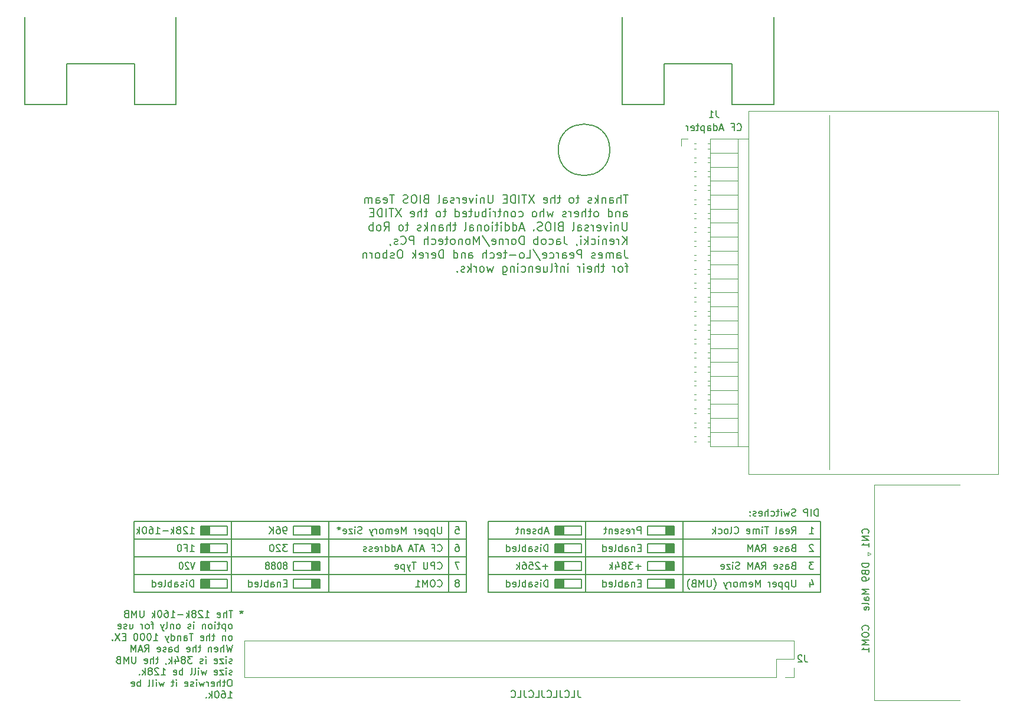
<source format=gbr>
%TF.GenerationSoftware,KiCad,Pcbnew,(5.1.9)-1*%
%TF.CreationDate,2021-09-28T09:37:07+08:00*%
%TF.ProjectId,EX-HX-Combo,45582d48-582d-4436-9f6d-626f2e6b6963,rev?*%
%TF.SameCoordinates,Original*%
%TF.FileFunction,Legend,Bot*%
%TF.FilePolarity,Positive*%
%FSLAX46Y46*%
G04 Gerber Fmt 4.6, Leading zero omitted, Abs format (unit mm)*
G04 Created by KiCad (PCBNEW (5.1.9)-1) date 2021-09-28 09:37:07*
%MOMM*%
%LPD*%
G01*
G04 APERTURE LIST*
%ADD10C,0.150000*%
%ADD11C,0.100000*%
%ADD12C,0.175000*%
%ADD13C,0.120000*%
G04 APERTURE END LIST*
D10*
X223184404Y-109037380D02*
X223184404Y-108037380D01*
X222946309Y-108037380D01*
X222803452Y-108085000D01*
X222708214Y-108180238D01*
X222660595Y-108275476D01*
X222612976Y-108465952D01*
X222612976Y-108608809D01*
X222660595Y-108799285D01*
X222708214Y-108894523D01*
X222803452Y-108989761D01*
X222946309Y-109037380D01*
X223184404Y-109037380D01*
X222184404Y-109037380D02*
X222184404Y-108037380D01*
X221708214Y-109037380D02*
X221708214Y-108037380D01*
X221327261Y-108037380D01*
X221232023Y-108085000D01*
X221184404Y-108132619D01*
X221136785Y-108227857D01*
X221136785Y-108370714D01*
X221184404Y-108465952D01*
X221232023Y-108513571D01*
X221327261Y-108561190D01*
X221708214Y-108561190D01*
X219993928Y-108989761D02*
X219851071Y-109037380D01*
X219612976Y-109037380D01*
X219517738Y-108989761D01*
X219470119Y-108942142D01*
X219422500Y-108846904D01*
X219422500Y-108751666D01*
X219470119Y-108656428D01*
X219517738Y-108608809D01*
X219612976Y-108561190D01*
X219803452Y-108513571D01*
X219898690Y-108465952D01*
X219946309Y-108418333D01*
X219993928Y-108323095D01*
X219993928Y-108227857D01*
X219946309Y-108132619D01*
X219898690Y-108085000D01*
X219803452Y-108037380D01*
X219565357Y-108037380D01*
X219422500Y-108085000D01*
X219089166Y-108370714D02*
X218898690Y-109037380D01*
X218708214Y-108561190D01*
X218517738Y-109037380D01*
X218327261Y-108370714D01*
X217946309Y-109037380D02*
X217946309Y-108370714D01*
X217946309Y-108037380D02*
X217993928Y-108085000D01*
X217946309Y-108132619D01*
X217898690Y-108085000D01*
X217946309Y-108037380D01*
X217946309Y-108132619D01*
X217612976Y-108370714D02*
X217232023Y-108370714D01*
X217470119Y-108037380D02*
X217470119Y-108894523D01*
X217422500Y-108989761D01*
X217327261Y-109037380D01*
X217232023Y-109037380D01*
X216470119Y-108989761D02*
X216565357Y-109037380D01*
X216755833Y-109037380D01*
X216851071Y-108989761D01*
X216898690Y-108942142D01*
X216946309Y-108846904D01*
X216946309Y-108561190D01*
X216898690Y-108465952D01*
X216851071Y-108418333D01*
X216755833Y-108370714D01*
X216565357Y-108370714D01*
X216470119Y-108418333D01*
X216041547Y-109037380D02*
X216041547Y-108037380D01*
X215612976Y-109037380D02*
X215612976Y-108513571D01*
X215660595Y-108418333D01*
X215755833Y-108370714D01*
X215898690Y-108370714D01*
X215993928Y-108418333D01*
X216041547Y-108465952D01*
X214755833Y-108989761D02*
X214851071Y-109037380D01*
X215041547Y-109037380D01*
X215136785Y-108989761D01*
X215184404Y-108894523D01*
X215184404Y-108513571D01*
X215136785Y-108418333D01*
X215041547Y-108370714D01*
X214851071Y-108370714D01*
X214755833Y-108418333D01*
X214708214Y-108513571D01*
X214708214Y-108608809D01*
X215184404Y-108704047D01*
X214327261Y-108989761D02*
X214232023Y-109037380D01*
X214041547Y-109037380D01*
X213946309Y-108989761D01*
X213898690Y-108894523D01*
X213898690Y-108846904D01*
X213946309Y-108751666D01*
X214041547Y-108704047D01*
X214184404Y-108704047D01*
X214279642Y-108656428D01*
X214327261Y-108561190D01*
X214327261Y-108513571D01*
X214279642Y-108418333D01*
X214184404Y-108370714D01*
X214041547Y-108370714D01*
X213946309Y-108418333D01*
X213470119Y-108942142D02*
X213422500Y-108989761D01*
X213470119Y-109037380D01*
X213517738Y-108989761D01*
X213470119Y-108942142D01*
X213470119Y-109037380D01*
X213470119Y-108418333D02*
X213422500Y-108465952D01*
X213470119Y-108513571D01*
X213517738Y-108465952D01*
X213470119Y-108418333D01*
X213470119Y-108513571D01*
X189865000Y-120015000D02*
X189865000Y-109855000D01*
X203835000Y-120015000D02*
X203835000Y-109855000D01*
X223520000Y-120015000D02*
X223520000Y-109855000D01*
X175895000Y-120015000D02*
X223520000Y-120015000D01*
X175895000Y-109855000D02*
X175895000Y-120015000D01*
X170180000Y-109855000D02*
X170180000Y-114935000D01*
X172720000Y-109855000D02*
X172720000Y-114935000D01*
X153035000Y-114935000D02*
X153035000Y-109855000D01*
X139065000Y-114935000D02*
X139065000Y-109855000D01*
X125095000Y-114935000D02*
X125095000Y-109855000D01*
X170180000Y-114935000D02*
X170180000Y-120015000D01*
X153035000Y-114935000D02*
X153035000Y-120015000D01*
X139065000Y-114935000D02*
X139065000Y-120015000D01*
X172720000Y-117475000D02*
X125095000Y-117475000D01*
X125095000Y-120015000D02*
X125095000Y-114935000D01*
X172720000Y-120015000D02*
X125095000Y-120015000D01*
X172720000Y-114935000D02*
X172720000Y-120015000D01*
X146879642Y-116085952D02*
X146965357Y-116038333D01*
X147008214Y-115990714D01*
X147051071Y-115895476D01*
X147051071Y-115847857D01*
X147008214Y-115752619D01*
X146965357Y-115705000D01*
X146879642Y-115657380D01*
X146708214Y-115657380D01*
X146622500Y-115705000D01*
X146579642Y-115752619D01*
X146536785Y-115847857D01*
X146536785Y-115895476D01*
X146579642Y-115990714D01*
X146622500Y-116038333D01*
X146708214Y-116085952D01*
X146879642Y-116085952D01*
X146965357Y-116133571D01*
X147008214Y-116181190D01*
X147051071Y-116276428D01*
X147051071Y-116466904D01*
X147008214Y-116562142D01*
X146965357Y-116609761D01*
X146879642Y-116657380D01*
X146708214Y-116657380D01*
X146622500Y-116609761D01*
X146579642Y-116562142D01*
X146536785Y-116466904D01*
X146536785Y-116276428D01*
X146579642Y-116181190D01*
X146622500Y-116133571D01*
X146708214Y-116085952D01*
X145979642Y-115657380D02*
X145893928Y-115657380D01*
X145808214Y-115705000D01*
X145765357Y-115752619D01*
X145722500Y-115847857D01*
X145679642Y-116038333D01*
X145679642Y-116276428D01*
X145722500Y-116466904D01*
X145765357Y-116562142D01*
X145808214Y-116609761D01*
X145893928Y-116657380D01*
X145979642Y-116657380D01*
X146065357Y-116609761D01*
X146108214Y-116562142D01*
X146151071Y-116466904D01*
X146193928Y-116276428D01*
X146193928Y-116038333D01*
X146151071Y-115847857D01*
X146108214Y-115752619D01*
X146065357Y-115705000D01*
X145979642Y-115657380D01*
X145165357Y-116085952D02*
X145251071Y-116038333D01*
X145293928Y-115990714D01*
X145336785Y-115895476D01*
X145336785Y-115847857D01*
X145293928Y-115752619D01*
X145251071Y-115705000D01*
X145165357Y-115657380D01*
X144993928Y-115657380D01*
X144908214Y-115705000D01*
X144865357Y-115752619D01*
X144822500Y-115847857D01*
X144822500Y-115895476D01*
X144865357Y-115990714D01*
X144908214Y-116038333D01*
X144993928Y-116085952D01*
X145165357Y-116085952D01*
X145251071Y-116133571D01*
X145293928Y-116181190D01*
X145336785Y-116276428D01*
X145336785Y-116466904D01*
X145293928Y-116562142D01*
X145251071Y-116609761D01*
X145165357Y-116657380D01*
X144993928Y-116657380D01*
X144908214Y-116609761D01*
X144865357Y-116562142D01*
X144822500Y-116466904D01*
X144822500Y-116276428D01*
X144865357Y-116181190D01*
X144908214Y-116133571D01*
X144993928Y-116085952D01*
X144308214Y-116085952D02*
X144393928Y-116038333D01*
X144436785Y-115990714D01*
X144479642Y-115895476D01*
X144479642Y-115847857D01*
X144436785Y-115752619D01*
X144393928Y-115705000D01*
X144308214Y-115657380D01*
X144136785Y-115657380D01*
X144051071Y-115705000D01*
X144008214Y-115752619D01*
X143965357Y-115847857D01*
X143965357Y-115895476D01*
X144008214Y-115990714D01*
X144051071Y-116038333D01*
X144136785Y-116085952D01*
X144308214Y-116085952D01*
X144393928Y-116133571D01*
X144436785Y-116181190D01*
X144479642Y-116276428D01*
X144479642Y-116466904D01*
X144436785Y-116562142D01*
X144393928Y-116609761D01*
X144308214Y-116657380D01*
X144136785Y-116657380D01*
X144051071Y-116609761D01*
X144008214Y-116562142D01*
X143965357Y-116466904D01*
X143965357Y-116276428D01*
X144008214Y-116181190D01*
X144051071Y-116133571D01*
X144136785Y-116085952D01*
X133801785Y-115657380D02*
X133501785Y-116657380D01*
X133201785Y-115657380D01*
X132944642Y-115752619D02*
X132901785Y-115705000D01*
X132816071Y-115657380D01*
X132601785Y-115657380D01*
X132516071Y-115705000D01*
X132473214Y-115752619D01*
X132430357Y-115847857D01*
X132430357Y-115943095D01*
X132473214Y-116085952D01*
X132987500Y-116657380D01*
X132430357Y-116657380D01*
X131873214Y-115657380D02*
X131787500Y-115657380D01*
X131701785Y-115705000D01*
X131658928Y-115752619D01*
X131616071Y-115847857D01*
X131573214Y-116038333D01*
X131573214Y-116276428D01*
X131616071Y-116466904D01*
X131658928Y-116562142D01*
X131701785Y-116609761D01*
X131787500Y-116657380D01*
X131873214Y-116657380D01*
X131958928Y-116609761D01*
X132001785Y-116562142D01*
X132044642Y-116466904D01*
X132087500Y-116276428D01*
X132087500Y-116038333D01*
X132044642Y-115847857D01*
X132001785Y-115752619D01*
X131958928Y-115705000D01*
X131873214Y-115657380D01*
X146984404Y-118673571D02*
X146651071Y-118673571D01*
X146508214Y-119197380D02*
X146984404Y-119197380D01*
X146984404Y-118197380D01*
X146508214Y-118197380D01*
X146079642Y-118530714D02*
X146079642Y-119197380D01*
X146079642Y-118625952D02*
X146032023Y-118578333D01*
X145936785Y-118530714D01*
X145793928Y-118530714D01*
X145698690Y-118578333D01*
X145651071Y-118673571D01*
X145651071Y-119197380D01*
X144746309Y-119197380D02*
X144746309Y-118673571D01*
X144793928Y-118578333D01*
X144889166Y-118530714D01*
X145079642Y-118530714D01*
X145174880Y-118578333D01*
X144746309Y-119149761D02*
X144841547Y-119197380D01*
X145079642Y-119197380D01*
X145174880Y-119149761D01*
X145222500Y-119054523D01*
X145222500Y-118959285D01*
X145174880Y-118864047D01*
X145079642Y-118816428D01*
X144841547Y-118816428D01*
X144746309Y-118768809D01*
X144270119Y-119197380D02*
X144270119Y-118197380D01*
X144270119Y-118578333D02*
X144174880Y-118530714D01*
X143984404Y-118530714D01*
X143889166Y-118578333D01*
X143841547Y-118625952D01*
X143793928Y-118721190D01*
X143793928Y-119006904D01*
X143841547Y-119102142D01*
X143889166Y-119149761D01*
X143984404Y-119197380D01*
X144174880Y-119197380D01*
X144270119Y-119149761D01*
X143222500Y-119197380D02*
X143317738Y-119149761D01*
X143365357Y-119054523D01*
X143365357Y-118197380D01*
X142460595Y-119149761D02*
X142555833Y-119197380D01*
X142746309Y-119197380D01*
X142841547Y-119149761D01*
X142889166Y-119054523D01*
X142889166Y-118673571D01*
X142841547Y-118578333D01*
X142746309Y-118530714D01*
X142555833Y-118530714D01*
X142460595Y-118578333D01*
X142412976Y-118673571D01*
X142412976Y-118768809D01*
X142889166Y-118864047D01*
X141555833Y-119197380D02*
X141555833Y-118197380D01*
X141555833Y-119149761D02*
X141651071Y-119197380D01*
X141841547Y-119197380D01*
X141936785Y-119149761D01*
X141984404Y-119102142D01*
X142032023Y-119006904D01*
X142032023Y-118721190D01*
X141984404Y-118625952D01*
X141936785Y-118578333D01*
X141841547Y-118530714D01*
X141651071Y-118530714D01*
X141555833Y-118578333D01*
X133649404Y-119197380D02*
X133649404Y-118197380D01*
X133411309Y-118197380D01*
X133268452Y-118245000D01*
X133173214Y-118340238D01*
X133125595Y-118435476D01*
X133077976Y-118625952D01*
X133077976Y-118768809D01*
X133125595Y-118959285D01*
X133173214Y-119054523D01*
X133268452Y-119149761D01*
X133411309Y-119197380D01*
X133649404Y-119197380D01*
X132649404Y-119197380D02*
X132649404Y-118530714D01*
X132649404Y-118197380D02*
X132697023Y-118245000D01*
X132649404Y-118292619D01*
X132601785Y-118245000D01*
X132649404Y-118197380D01*
X132649404Y-118292619D01*
X132220833Y-119149761D02*
X132125595Y-119197380D01*
X131935119Y-119197380D01*
X131839880Y-119149761D01*
X131792261Y-119054523D01*
X131792261Y-119006904D01*
X131839880Y-118911666D01*
X131935119Y-118864047D01*
X132077976Y-118864047D01*
X132173214Y-118816428D01*
X132220833Y-118721190D01*
X132220833Y-118673571D01*
X132173214Y-118578333D01*
X132077976Y-118530714D01*
X131935119Y-118530714D01*
X131839880Y-118578333D01*
X130935119Y-119197380D02*
X130935119Y-118673571D01*
X130982738Y-118578333D01*
X131077976Y-118530714D01*
X131268452Y-118530714D01*
X131363690Y-118578333D01*
X130935119Y-119149761D02*
X131030357Y-119197380D01*
X131268452Y-119197380D01*
X131363690Y-119149761D01*
X131411309Y-119054523D01*
X131411309Y-118959285D01*
X131363690Y-118864047D01*
X131268452Y-118816428D01*
X131030357Y-118816428D01*
X130935119Y-118768809D01*
X130458928Y-119197380D02*
X130458928Y-118197380D01*
X130458928Y-118578333D02*
X130363690Y-118530714D01*
X130173214Y-118530714D01*
X130077976Y-118578333D01*
X130030357Y-118625952D01*
X129982738Y-118721190D01*
X129982738Y-119006904D01*
X130030357Y-119102142D01*
X130077976Y-119149761D01*
X130173214Y-119197380D01*
X130363690Y-119197380D01*
X130458928Y-119149761D01*
X129411309Y-119197380D02*
X129506547Y-119149761D01*
X129554166Y-119054523D01*
X129554166Y-118197380D01*
X128649404Y-119149761D02*
X128744642Y-119197380D01*
X128935119Y-119197380D01*
X129030357Y-119149761D01*
X129077976Y-119054523D01*
X129077976Y-118673571D01*
X129030357Y-118578333D01*
X128935119Y-118530714D01*
X128744642Y-118530714D01*
X128649404Y-118578333D01*
X128601785Y-118673571D01*
X128601785Y-118768809D01*
X129077976Y-118864047D01*
X127744642Y-119197380D02*
X127744642Y-118197380D01*
X127744642Y-119149761D02*
X127839880Y-119197380D01*
X128030357Y-119197380D01*
X128125595Y-119149761D01*
X128173214Y-119102142D01*
X128220833Y-119006904D01*
X128220833Y-118721190D01*
X128173214Y-118625952D01*
X128125595Y-118578333D01*
X128030357Y-118530714D01*
X127839880Y-118530714D01*
X127744642Y-118578333D01*
X138430000Y-118110000D02*
X134620000Y-118110000D01*
X134620000Y-119380000D02*
X138430000Y-119380000D01*
X138430000Y-119380000D02*
X138430000Y-118110000D01*
D11*
G36*
X135890000Y-119380000D02*
G01*
X134620000Y-119380000D01*
X134620000Y-118110000D01*
X135890000Y-118110000D01*
X135890000Y-119380000D01*
G37*
X135890000Y-119380000D02*
X134620000Y-119380000D01*
X134620000Y-118110000D01*
X135890000Y-118110000D01*
X135890000Y-119380000D01*
D10*
X134620000Y-118110000D02*
X134620000Y-119380000D01*
X134620000Y-116840000D02*
X138430000Y-116840000D01*
X138430000Y-116840000D02*
X138430000Y-115570000D01*
X134620000Y-115570000D02*
X134620000Y-116840000D01*
D11*
G36*
X135890000Y-116840000D02*
G01*
X134620000Y-116840000D01*
X134620000Y-115570000D01*
X135890000Y-115570000D01*
X135890000Y-116840000D01*
G37*
X135890000Y-116840000D02*
X134620000Y-116840000D01*
X134620000Y-115570000D01*
X135890000Y-115570000D01*
X135890000Y-116840000D01*
D10*
X138430000Y-115570000D02*
X134620000Y-115570000D01*
X138430000Y-115570000D02*
X134620000Y-115570000D01*
X134620000Y-116840000D02*
X138430000Y-116840000D01*
D11*
G36*
X135890000Y-116840000D02*
G01*
X134620000Y-116840000D01*
X134620000Y-115570000D01*
X135890000Y-115570000D01*
X135890000Y-116840000D01*
G37*
X135890000Y-116840000D02*
X134620000Y-116840000D01*
X134620000Y-115570000D01*
X135890000Y-115570000D01*
X135890000Y-116840000D01*
D10*
X138430000Y-116840000D02*
X138430000Y-115570000D01*
X134620000Y-115570000D02*
X134620000Y-116840000D01*
D11*
G36*
X151765000Y-119380000D02*
G01*
X150495000Y-119380000D01*
X150495000Y-118110000D01*
X151765000Y-118110000D01*
X151765000Y-119380000D01*
G37*
X151765000Y-119380000D02*
X150495000Y-119380000D01*
X150495000Y-118110000D01*
X151765000Y-118110000D01*
X151765000Y-119380000D01*
D10*
X147955000Y-119380000D02*
X151765000Y-119380000D01*
X151765000Y-119380000D02*
X151765000Y-118110000D01*
X151765000Y-118110000D02*
X147955000Y-118110000D01*
X147955000Y-118110000D02*
X147955000Y-119380000D01*
X151765000Y-116840000D02*
X151765000Y-115570000D01*
X147955000Y-116840000D02*
X151765000Y-116840000D01*
X151765000Y-115570000D02*
X147955000Y-115570000D01*
D11*
G36*
X151765000Y-116840000D02*
G01*
X150495000Y-116840000D01*
X150495000Y-115570000D01*
X151765000Y-115570000D01*
X151765000Y-116840000D01*
G37*
X151765000Y-116840000D02*
X150495000Y-116840000D01*
X150495000Y-115570000D01*
X151765000Y-115570000D01*
X151765000Y-116840000D01*
D10*
X147955000Y-115570000D02*
X147955000Y-116840000D01*
X171545238Y-118625952D02*
X171640476Y-118578333D01*
X171688095Y-118530714D01*
X171735714Y-118435476D01*
X171735714Y-118387857D01*
X171688095Y-118292619D01*
X171640476Y-118245000D01*
X171545238Y-118197380D01*
X171354761Y-118197380D01*
X171259523Y-118245000D01*
X171211904Y-118292619D01*
X171164285Y-118387857D01*
X171164285Y-118435476D01*
X171211904Y-118530714D01*
X171259523Y-118578333D01*
X171354761Y-118625952D01*
X171545238Y-118625952D01*
X171640476Y-118673571D01*
X171688095Y-118721190D01*
X171735714Y-118816428D01*
X171735714Y-119006904D01*
X171688095Y-119102142D01*
X171640476Y-119149761D01*
X171545238Y-119197380D01*
X171354761Y-119197380D01*
X171259523Y-119149761D01*
X171211904Y-119102142D01*
X171164285Y-119006904D01*
X171164285Y-118816428D01*
X171211904Y-118721190D01*
X171259523Y-118673571D01*
X171354761Y-118625952D01*
X171783333Y-115657380D02*
X171116666Y-115657380D01*
X171545238Y-116657380D01*
X168637976Y-116562142D02*
X168685595Y-116609761D01*
X168828452Y-116657380D01*
X168923690Y-116657380D01*
X169066547Y-116609761D01*
X169161785Y-116514523D01*
X169209404Y-116419285D01*
X169257023Y-116228809D01*
X169257023Y-116085952D01*
X169209404Y-115895476D01*
X169161785Y-115800238D01*
X169066547Y-115705000D01*
X168923690Y-115657380D01*
X168828452Y-115657380D01*
X168685595Y-115705000D01*
X168637976Y-115752619D01*
X168209404Y-116657380D02*
X168209404Y-115657380D01*
X167828452Y-115657380D01*
X167733214Y-115705000D01*
X167685595Y-115752619D01*
X167637976Y-115847857D01*
X167637976Y-115990714D01*
X167685595Y-116085952D01*
X167733214Y-116133571D01*
X167828452Y-116181190D01*
X168209404Y-116181190D01*
X167209404Y-115657380D02*
X167209404Y-116466904D01*
X167161785Y-116562142D01*
X167114166Y-116609761D01*
X167018928Y-116657380D01*
X166828452Y-116657380D01*
X166733214Y-116609761D01*
X166685595Y-116562142D01*
X166637976Y-116466904D01*
X166637976Y-115657380D01*
X165542738Y-115657380D02*
X164971309Y-115657380D01*
X165257023Y-116657380D02*
X165257023Y-115657380D01*
X164733214Y-115990714D02*
X164495119Y-116657380D01*
X164257023Y-115990714D02*
X164495119Y-116657380D01*
X164590357Y-116895476D01*
X164637976Y-116943095D01*
X164733214Y-116990714D01*
X163876071Y-115990714D02*
X163876071Y-116990714D01*
X163876071Y-116038333D02*
X163780833Y-115990714D01*
X163590357Y-115990714D01*
X163495119Y-116038333D01*
X163447500Y-116085952D01*
X163399880Y-116181190D01*
X163399880Y-116466904D01*
X163447500Y-116562142D01*
X163495119Y-116609761D01*
X163590357Y-116657380D01*
X163780833Y-116657380D01*
X163876071Y-116609761D01*
X162590357Y-116609761D02*
X162685595Y-116657380D01*
X162876071Y-116657380D01*
X162971309Y-116609761D01*
X163018928Y-116514523D01*
X163018928Y-116133571D01*
X162971309Y-116038333D01*
X162876071Y-115990714D01*
X162685595Y-115990714D01*
X162590357Y-116038333D01*
X162542738Y-116133571D01*
X162542738Y-116228809D01*
X163018928Y-116324047D01*
X168637976Y-119102142D02*
X168685595Y-119149761D01*
X168828452Y-119197380D01*
X168923690Y-119197380D01*
X169066547Y-119149761D01*
X169161785Y-119054523D01*
X169209404Y-118959285D01*
X169257023Y-118768809D01*
X169257023Y-118625952D01*
X169209404Y-118435476D01*
X169161785Y-118340238D01*
X169066547Y-118245000D01*
X168923690Y-118197380D01*
X168828452Y-118197380D01*
X168685595Y-118245000D01*
X168637976Y-118292619D01*
X168018928Y-118197380D02*
X167828452Y-118197380D01*
X167733214Y-118245000D01*
X167637976Y-118340238D01*
X167590357Y-118530714D01*
X167590357Y-118864047D01*
X167637976Y-119054523D01*
X167733214Y-119149761D01*
X167828452Y-119197380D01*
X168018928Y-119197380D01*
X168114166Y-119149761D01*
X168209404Y-119054523D01*
X168257023Y-118864047D01*
X168257023Y-118530714D01*
X168209404Y-118340238D01*
X168114166Y-118245000D01*
X168018928Y-118197380D01*
X167161785Y-119197380D02*
X167161785Y-118197380D01*
X166828452Y-118911666D01*
X166495119Y-118197380D01*
X166495119Y-119197380D01*
X165495119Y-119197380D02*
X166066547Y-119197380D01*
X165780833Y-119197380D02*
X165780833Y-118197380D01*
X165876071Y-118340238D01*
X165971309Y-118435476D01*
X166066547Y-118483095D01*
X188769047Y-134072380D02*
X188769047Y-134786666D01*
X188816666Y-134929523D01*
X188911904Y-135024761D01*
X189054761Y-135072380D01*
X189150000Y-135072380D01*
X187816666Y-135072380D02*
X188292857Y-135072380D01*
X188292857Y-134072380D01*
X186911904Y-134977142D02*
X186959523Y-135024761D01*
X187102380Y-135072380D01*
X187197619Y-135072380D01*
X187340476Y-135024761D01*
X187435714Y-134929523D01*
X187483333Y-134834285D01*
X187530952Y-134643809D01*
X187530952Y-134500952D01*
X187483333Y-134310476D01*
X187435714Y-134215238D01*
X187340476Y-134120000D01*
X187197619Y-134072380D01*
X187102380Y-134072380D01*
X186959523Y-134120000D01*
X186911904Y-134167619D01*
X186197619Y-134072380D02*
X186197619Y-134786666D01*
X186245238Y-134929523D01*
X186340476Y-135024761D01*
X186483333Y-135072380D01*
X186578571Y-135072380D01*
X185245238Y-135072380D02*
X185721428Y-135072380D01*
X185721428Y-134072380D01*
X184340476Y-134977142D02*
X184388095Y-135024761D01*
X184530952Y-135072380D01*
X184626190Y-135072380D01*
X184769047Y-135024761D01*
X184864285Y-134929523D01*
X184911904Y-134834285D01*
X184959523Y-134643809D01*
X184959523Y-134500952D01*
X184911904Y-134310476D01*
X184864285Y-134215238D01*
X184769047Y-134120000D01*
X184626190Y-134072380D01*
X184530952Y-134072380D01*
X184388095Y-134120000D01*
X184340476Y-134167619D01*
X183626190Y-134072380D02*
X183626190Y-134786666D01*
X183673809Y-134929523D01*
X183769047Y-135024761D01*
X183911904Y-135072380D01*
X184007142Y-135072380D01*
X182673809Y-135072380D02*
X183150000Y-135072380D01*
X183150000Y-134072380D01*
X181769047Y-134977142D02*
X181816666Y-135024761D01*
X181959523Y-135072380D01*
X182054761Y-135072380D01*
X182197619Y-135024761D01*
X182292857Y-134929523D01*
X182340476Y-134834285D01*
X182388095Y-134643809D01*
X182388095Y-134500952D01*
X182340476Y-134310476D01*
X182292857Y-134215238D01*
X182197619Y-134120000D01*
X182054761Y-134072380D01*
X181959523Y-134072380D01*
X181816666Y-134120000D01*
X181769047Y-134167619D01*
X181054761Y-134072380D02*
X181054761Y-134786666D01*
X181102380Y-134929523D01*
X181197619Y-135024761D01*
X181340476Y-135072380D01*
X181435714Y-135072380D01*
X180102380Y-135072380D02*
X180578571Y-135072380D01*
X180578571Y-134072380D01*
X179197619Y-134977142D02*
X179245238Y-135024761D01*
X179388095Y-135072380D01*
X179483333Y-135072380D01*
X179626190Y-135024761D01*
X179721428Y-134929523D01*
X179769047Y-134834285D01*
X179816666Y-134643809D01*
X179816666Y-134500952D01*
X179769047Y-134310476D01*
X179721428Y-134215238D01*
X179626190Y-134120000D01*
X179483333Y-134072380D01*
X179388095Y-134072380D01*
X179245238Y-134120000D01*
X179197619Y-134167619D01*
X211589523Y-53697142D02*
X211637142Y-53744761D01*
X211780000Y-53792380D01*
X211875238Y-53792380D01*
X212018095Y-53744761D01*
X212113333Y-53649523D01*
X212160952Y-53554285D01*
X212208571Y-53363809D01*
X212208571Y-53220952D01*
X212160952Y-53030476D01*
X212113333Y-52935238D01*
X212018095Y-52840000D01*
X211875238Y-52792380D01*
X211780000Y-52792380D01*
X211637142Y-52840000D01*
X211589523Y-52887619D01*
X210827619Y-53268571D02*
X211160952Y-53268571D01*
X211160952Y-53792380D02*
X211160952Y-52792380D01*
X210684761Y-52792380D01*
X209589523Y-53506666D02*
X209113333Y-53506666D01*
X209684761Y-53792380D02*
X209351428Y-52792380D01*
X209018095Y-53792380D01*
X208256190Y-53792380D02*
X208256190Y-52792380D01*
X208256190Y-53744761D02*
X208351428Y-53792380D01*
X208541904Y-53792380D01*
X208637142Y-53744761D01*
X208684761Y-53697142D01*
X208732380Y-53601904D01*
X208732380Y-53316190D01*
X208684761Y-53220952D01*
X208637142Y-53173333D01*
X208541904Y-53125714D01*
X208351428Y-53125714D01*
X208256190Y-53173333D01*
X207351428Y-53792380D02*
X207351428Y-53268571D01*
X207399047Y-53173333D01*
X207494285Y-53125714D01*
X207684761Y-53125714D01*
X207780000Y-53173333D01*
X207351428Y-53744761D02*
X207446666Y-53792380D01*
X207684761Y-53792380D01*
X207780000Y-53744761D01*
X207827619Y-53649523D01*
X207827619Y-53554285D01*
X207780000Y-53459047D01*
X207684761Y-53411428D01*
X207446666Y-53411428D01*
X207351428Y-53363809D01*
X206875238Y-53125714D02*
X206875238Y-54125714D01*
X206875238Y-53173333D02*
X206780000Y-53125714D01*
X206589523Y-53125714D01*
X206494285Y-53173333D01*
X206446666Y-53220952D01*
X206399047Y-53316190D01*
X206399047Y-53601904D01*
X206446666Y-53697142D01*
X206494285Y-53744761D01*
X206589523Y-53792380D01*
X206780000Y-53792380D01*
X206875238Y-53744761D01*
X206113333Y-53125714D02*
X205732380Y-53125714D01*
X205970476Y-52792380D02*
X205970476Y-53649523D01*
X205922857Y-53744761D01*
X205827619Y-53792380D01*
X205732380Y-53792380D01*
X205018095Y-53744761D02*
X205113333Y-53792380D01*
X205303809Y-53792380D01*
X205399047Y-53744761D01*
X205446666Y-53649523D01*
X205446666Y-53268571D01*
X205399047Y-53173333D01*
X205303809Y-53125714D01*
X205113333Y-53125714D01*
X205018095Y-53173333D01*
X204970476Y-53268571D01*
X204970476Y-53363809D01*
X205446666Y-53459047D01*
X204541904Y-53792380D02*
X204541904Y-53125714D01*
X204541904Y-53316190D02*
X204494285Y-53220952D01*
X204446666Y-53173333D01*
X204351428Y-53125714D01*
X204256190Y-53125714D01*
X230392142Y-125357095D02*
X230439761Y-125309476D01*
X230487380Y-125166619D01*
X230487380Y-125071380D01*
X230439761Y-124928523D01*
X230344523Y-124833285D01*
X230249285Y-124785666D01*
X230058809Y-124738047D01*
X229915952Y-124738047D01*
X229725476Y-124785666D01*
X229630238Y-124833285D01*
X229535000Y-124928523D01*
X229487380Y-125071380D01*
X229487380Y-125166619D01*
X229535000Y-125309476D01*
X229582619Y-125357095D01*
X229487380Y-125976142D02*
X229487380Y-126166619D01*
X229535000Y-126261857D01*
X229630238Y-126357095D01*
X229820714Y-126404714D01*
X230154047Y-126404714D01*
X230344523Y-126357095D01*
X230439761Y-126261857D01*
X230487380Y-126166619D01*
X230487380Y-125976142D01*
X230439761Y-125880904D01*
X230344523Y-125785666D01*
X230154047Y-125738047D01*
X229820714Y-125738047D01*
X229630238Y-125785666D01*
X229535000Y-125880904D01*
X229487380Y-125976142D01*
X230487380Y-126833285D02*
X229487380Y-126833285D01*
X230201666Y-127166619D01*
X229487380Y-127499952D01*
X230487380Y-127499952D01*
X230487380Y-128499952D02*
X230487380Y-127928523D01*
X230487380Y-128214238D02*
X229487380Y-128214238D01*
X229630238Y-128119000D01*
X229725476Y-128023761D01*
X229773095Y-127928523D01*
X140491547Y-122582380D02*
X140491547Y-122820476D01*
X140729642Y-122725238D02*
X140491547Y-122820476D01*
X140253452Y-122725238D01*
X140634404Y-123010952D02*
X140491547Y-122820476D01*
X140348690Y-123010952D01*
X139253452Y-122582380D02*
X138682023Y-122582380D01*
X138967738Y-123582380D02*
X138967738Y-122582380D01*
X138348690Y-123582380D02*
X138348690Y-122582380D01*
X137920119Y-123582380D02*
X137920119Y-123058571D01*
X137967738Y-122963333D01*
X138062976Y-122915714D01*
X138205833Y-122915714D01*
X138301071Y-122963333D01*
X138348690Y-123010952D01*
X137062976Y-123534761D02*
X137158214Y-123582380D01*
X137348690Y-123582380D01*
X137443928Y-123534761D01*
X137491547Y-123439523D01*
X137491547Y-123058571D01*
X137443928Y-122963333D01*
X137348690Y-122915714D01*
X137158214Y-122915714D01*
X137062976Y-122963333D01*
X137015357Y-123058571D01*
X137015357Y-123153809D01*
X137491547Y-123249047D01*
X135301071Y-123582380D02*
X135872500Y-123582380D01*
X135586785Y-123582380D02*
X135586785Y-122582380D01*
X135682023Y-122725238D01*
X135777261Y-122820476D01*
X135872500Y-122868095D01*
X134920119Y-122677619D02*
X134872500Y-122630000D01*
X134777261Y-122582380D01*
X134539166Y-122582380D01*
X134443928Y-122630000D01*
X134396309Y-122677619D01*
X134348690Y-122772857D01*
X134348690Y-122868095D01*
X134396309Y-123010952D01*
X134967738Y-123582380D01*
X134348690Y-123582380D01*
X133777261Y-123010952D02*
X133872500Y-122963333D01*
X133920119Y-122915714D01*
X133967738Y-122820476D01*
X133967738Y-122772857D01*
X133920119Y-122677619D01*
X133872500Y-122630000D01*
X133777261Y-122582380D01*
X133586785Y-122582380D01*
X133491547Y-122630000D01*
X133443928Y-122677619D01*
X133396309Y-122772857D01*
X133396309Y-122820476D01*
X133443928Y-122915714D01*
X133491547Y-122963333D01*
X133586785Y-123010952D01*
X133777261Y-123010952D01*
X133872500Y-123058571D01*
X133920119Y-123106190D01*
X133967738Y-123201428D01*
X133967738Y-123391904D01*
X133920119Y-123487142D01*
X133872500Y-123534761D01*
X133777261Y-123582380D01*
X133586785Y-123582380D01*
X133491547Y-123534761D01*
X133443928Y-123487142D01*
X133396309Y-123391904D01*
X133396309Y-123201428D01*
X133443928Y-123106190D01*
X133491547Y-123058571D01*
X133586785Y-123010952D01*
X132967738Y-123582380D02*
X132967738Y-122582380D01*
X132872500Y-123201428D02*
X132586785Y-123582380D01*
X132586785Y-122915714D02*
X132967738Y-123296666D01*
X132158214Y-123201428D02*
X131396309Y-123201428D01*
X130396309Y-123582380D02*
X130967738Y-123582380D01*
X130682023Y-123582380D02*
X130682023Y-122582380D01*
X130777261Y-122725238D01*
X130872500Y-122820476D01*
X130967738Y-122868095D01*
X129539166Y-122582380D02*
X129729642Y-122582380D01*
X129824880Y-122630000D01*
X129872500Y-122677619D01*
X129967738Y-122820476D01*
X130015357Y-123010952D01*
X130015357Y-123391904D01*
X129967738Y-123487142D01*
X129920119Y-123534761D01*
X129824880Y-123582380D01*
X129634404Y-123582380D01*
X129539166Y-123534761D01*
X129491547Y-123487142D01*
X129443928Y-123391904D01*
X129443928Y-123153809D01*
X129491547Y-123058571D01*
X129539166Y-123010952D01*
X129634404Y-122963333D01*
X129824880Y-122963333D01*
X129920119Y-123010952D01*
X129967738Y-123058571D01*
X130015357Y-123153809D01*
X128824880Y-122582380D02*
X128729642Y-122582380D01*
X128634404Y-122630000D01*
X128586785Y-122677619D01*
X128539166Y-122772857D01*
X128491547Y-122963333D01*
X128491547Y-123201428D01*
X128539166Y-123391904D01*
X128586785Y-123487142D01*
X128634404Y-123534761D01*
X128729642Y-123582380D01*
X128824880Y-123582380D01*
X128920119Y-123534761D01*
X128967738Y-123487142D01*
X129015357Y-123391904D01*
X129062976Y-123201428D01*
X129062976Y-122963333D01*
X129015357Y-122772857D01*
X128967738Y-122677619D01*
X128920119Y-122630000D01*
X128824880Y-122582380D01*
X128062976Y-123582380D02*
X128062976Y-122582380D01*
X127967738Y-123201428D02*
X127682023Y-123582380D01*
X127682023Y-122915714D02*
X128062976Y-123296666D01*
X126491547Y-122582380D02*
X126491547Y-123391904D01*
X126443928Y-123487142D01*
X126396309Y-123534761D01*
X126301071Y-123582380D01*
X126110595Y-123582380D01*
X126015357Y-123534761D01*
X125967738Y-123487142D01*
X125920119Y-123391904D01*
X125920119Y-122582380D01*
X125443928Y-123582380D02*
X125443928Y-122582380D01*
X125110595Y-123296666D01*
X124777261Y-122582380D01*
X124777261Y-123582380D01*
X123967738Y-123058571D02*
X123824880Y-123106190D01*
X123777261Y-123153809D01*
X123729642Y-123249047D01*
X123729642Y-123391904D01*
X123777261Y-123487142D01*
X123824880Y-123534761D01*
X123920119Y-123582380D01*
X124301071Y-123582380D01*
X124301071Y-122582380D01*
X123967738Y-122582380D01*
X123872500Y-122630000D01*
X123824880Y-122677619D01*
X123777261Y-122772857D01*
X123777261Y-122868095D01*
X123824880Y-122963333D01*
X123872500Y-123010952D01*
X123967738Y-123058571D01*
X124301071Y-123058571D01*
X138967738Y-125232380D02*
X139062976Y-125184761D01*
X139110595Y-125137142D01*
X139158214Y-125041904D01*
X139158214Y-124756190D01*
X139110595Y-124660952D01*
X139062976Y-124613333D01*
X138967738Y-124565714D01*
X138824880Y-124565714D01*
X138729642Y-124613333D01*
X138682023Y-124660952D01*
X138634404Y-124756190D01*
X138634404Y-125041904D01*
X138682023Y-125137142D01*
X138729642Y-125184761D01*
X138824880Y-125232380D01*
X138967738Y-125232380D01*
X138205833Y-124565714D02*
X138205833Y-125565714D01*
X138205833Y-124613333D02*
X138110595Y-124565714D01*
X137920119Y-124565714D01*
X137824880Y-124613333D01*
X137777261Y-124660952D01*
X137729642Y-124756190D01*
X137729642Y-125041904D01*
X137777261Y-125137142D01*
X137824880Y-125184761D01*
X137920119Y-125232380D01*
X138110595Y-125232380D01*
X138205833Y-125184761D01*
X137443928Y-124565714D02*
X137062976Y-124565714D01*
X137301071Y-124232380D02*
X137301071Y-125089523D01*
X137253452Y-125184761D01*
X137158214Y-125232380D01*
X137062976Y-125232380D01*
X136729642Y-125232380D02*
X136729642Y-124565714D01*
X136729642Y-124232380D02*
X136777261Y-124280000D01*
X136729642Y-124327619D01*
X136682023Y-124280000D01*
X136729642Y-124232380D01*
X136729642Y-124327619D01*
X136110595Y-125232380D02*
X136205833Y-125184761D01*
X136253452Y-125137142D01*
X136301071Y-125041904D01*
X136301071Y-124756190D01*
X136253452Y-124660952D01*
X136205833Y-124613333D01*
X136110595Y-124565714D01*
X135967738Y-124565714D01*
X135872500Y-124613333D01*
X135824880Y-124660952D01*
X135777261Y-124756190D01*
X135777261Y-125041904D01*
X135824880Y-125137142D01*
X135872500Y-125184761D01*
X135967738Y-125232380D01*
X136110595Y-125232380D01*
X135348690Y-124565714D02*
X135348690Y-125232380D01*
X135348690Y-124660952D02*
X135301071Y-124613333D01*
X135205833Y-124565714D01*
X135062976Y-124565714D01*
X134967738Y-124613333D01*
X134920119Y-124708571D01*
X134920119Y-125232380D01*
X133682023Y-125232380D02*
X133682023Y-124565714D01*
X133682023Y-124232380D02*
X133729642Y-124280000D01*
X133682023Y-124327619D01*
X133634404Y-124280000D01*
X133682023Y-124232380D01*
X133682023Y-124327619D01*
X133253452Y-125184761D02*
X133158214Y-125232380D01*
X132967738Y-125232380D01*
X132872500Y-125184761D01*
X132824880Y-125089523D01*
X132824880Y-125041904D01*
X132872500Y-124946666D01*
X132967738Y-124899047D01*
X133110595Y-124899047D01*
X133205833Y-124851428D01*
X133253452Y-124756190D01*
X133253452Y-124708571D01*
X133205833Y-124613333D01*
X133110595Y-124565714D01*
X132967738Y-124565714D01*
X132872500Y-124613333D01*
X131491547Y-125232380D02*
X131586785Y-125184761D01*
X131634404Y-125137142D01*
X131682023Y-125041904D01*
X131682023Y-124756190D01*
X131634404Y-124660952D01*
X131586785Y-124613333D01*
X131491547Y-124565714D01*
X131348690Y-124565714D01*
X131253452Y-124613333D01*
X131205833Y-124660952D01*
X131158214Y-124756190D01*
X131158214Y-125041904D01*
X131205833Y-125137142D01*
X131253452Y-125184761D01*
X131348690Y-125232380D01*
X131491547Y-125232380D01*
X130729642Y-124565714D02*
X130729642Y-125232380D01*
X130729642Y-124660952D02*
X130682023Y-124613333D01*
X130586785Y-124565714D01*
X130443928Y-124565714D01*
X130348690Y-124613333D01*
X130301071Y-124708571D01*
X130301071Y-125232380D01*
X129682023Y-125232380D02*
X129777261Y-125184761D01*
X129824880Y-125089523D01*
X129824880Y-124232380D01*
X129396309Y-124565714D02*
X129158214Y-125232380D01*
X128920119Y-124565714D02*
X129158214Y-125232380D01*
X129253452Y-125470476D01*
X129301071Y-125518095D01*
X129396309Y-125565714D01*
X127920119Y-124565714D02*
X127539166Y-124565714D01*
X127777261Y-125232380D02*
X127777261Y-124375238D01*
X127729642Y-124280000D01*
X127634404Y-124232380D01*
X127539166Y-124232380D01*
X127062976Y-125232380D02*
X127158214Y-125184761D01*
X127205833Y-125137142D01*
X127253452Y-125041904D01*
X127253452Y-124756190D01*
X127205833Y-124660952D01*
X127158214Y-124613333D01*
X127062976Y-124565714D01*
X126920119Y-124565714D01*
X126824880Y-124613333D01*
X126777261Y-124660952D01*
X126729642Y-124756190D01*
X126729642Y-125041904D01*
X126777261Y-125137142D01*
X126824880Y-125184761D01*
X126920119Y-125232380D01*
X127062976Y-125232380D01*
X126301071Y-125232380D02*
X126301071Y-124565714D01*
X126301071Y-124756190D02*
X126253452Y-124660952D01*
X126205833Y-124613333D01*
X126110595Y-124565714D01*
X126015357Y-124565714D01*
X124491547Y-124565714D02*
X124491547Y-125232380D01*
X124920119Y-124565714D02*
X124920119Y-125089523D01*
X124872500Y-125184761D01*
X124777261Y-125232380D01*
X124634404Y-125232380D01*
X124539166Y-125184761D01*
X124491547Y-125137142D01*
X124062976Y-125184761D02*
X123967738Y-125232380D01*
X123777261Y-125232380D01*
X123682023Y-125184761D01*
X123634404Y-125089523D01*
X123634404Y-125041904D01*
X123682023Y-124946666D01*
X123777261Y-124899047D01*
X123920119Y-124899047D01*
X124015357Y-124851428D01*
X124062976Y-124756190D01*
X124062976Y-124708571D01*
X124015357Y-124613333D01*
X123920119Y-124565714D01*
X123777261Y-124565714D01*
X123682023Y-124613333D01*
X122824880Y-125184761D02*
X122920119Y-125232380D01*
X123110595Y-125232380D01*
X123205833Y-125184761D01*
X123253452Y-125089523D01*
X123253452Y-124708571D01*
X123205833Y-124613333D01*
X123110595Y-124565714D01*
X122920119Y-124565714D01*
X122824880Y-124613333D01*
X122777261Y-124708571D01*
X122777261Y-124803809D01*
X123253452Y-124899047D01*
X138967738Y-126882380D02*
X139062976Y-126834761D01*
X139110595Y-126787142D01*
X139158214Y-126691904D01*
X139158214Y-126406190D01*
X139110595Y-126310952D01*
X139062976Y-126263333D01*
X138967738Y-126215714D01*
X138824880Y-126215714D01*
X138729642Y-126263333D01*
X138682023Y-126310952D01*
X138634404Y-126406190D01*
X138634404Y-126691904D01*
X138682023Y-126787142D01*
X138729642Y-126834761D01*
X138824880Y-126882380D01*
X138967738Y-126882380D01*
X138205833Y-126215714D02*
X138205833Y-126882380D01*
X138205833Y-126310952D02*
X138158214Y-126263333D01*
X138062976Y-126215714D01*
X137920119Y-126215714D01*
X137824880Y-126263333D01*
X137777261Y-126358571D01*
X137777261Y-126882380D01*
X136682023Y-126215714D02*
X136301071Y-126215714D01*
X136539166Y-125882380D02*
X136539166Y-126739523D01*
X136491547Y-126834761D01*
X136396309Y-126882380D01*
X136301071Y-126882380D01*
X135967738Y-126882380D02*
X135967738Y-125882380D01*
X135539166Y-126882380D02*
X135539166Y-126358571D01*
X135586785Y-126263333D01*
X135682023Y-126215714D01*
X135824880Y-126215714D01*
X135920119Y-126263333D01*
X135967738Y-126310952D01*
X134682023Y-126834761D02*
X134777261Y-126882380D01*
X134967738Y-126882380D01*
X135062976Y-126834761D01*
X135110595Y-126739523D01*
X135110595Y-126358571D01*
X135062976Y-126263333D01*
X134967738Y-126215714D01*
X134777261Y-126215714D01*
X134682023Y-126263333D01*
X134634404Y-126358571D01*
X134634404Y-126453809D01*
X135110595Y-126549047D01*
X133586785Y-125882380D02*
X133015357Y-125882380D01*
X133301071Y-126882380D02*
X133301071Y-125882380D01*
X132253452Y-126882380D02*
X132253452Y-126358571D01*
X132301071Y-126263333D01*
X132396309Y-126215714D01*
X132586785Y-126215714D01*
X132682023Y-126263333D01*
X132253452Y-126834761D02*
X132348690Y-126882380D01*
X132586785Y-126882380D01*
X132682023Y-126834761D01*
X132729642Y-126739523D01*
X132729642Y-126644285D01*
X132682023Y-126549047D01*
X132586785Y-126501428D01*
X132348690Y-126501428D01*
X132253452Y-126453809D01*
X131777261Y-126215714D02*
X131777261Y-126882380D01*
X131777261Y-126310952D02*
X131729642Y-126263333D01*
X131634404Y-126215714D01*
X131491547Y-126215714D01*
X131396309Y-126263333D01*
X131348690Y-126358571D01*
X131348690Y-126882380D01*
X130443928Y-126882380D02*
X130443928Y-125882380D01*
X130443928Y-126834761D02*
X130539166Y-126882380D01*
X130729642Y-126882380D01*
X130824880Y-126834761D01*
X130872500Y-126787142D01*
X130920119Y-126691904D01*
X130920119Y-126406190D01*
X130872500Y-126310952D01*
X130824880Y-126263333D01*
X130729642Y-126215714D01*
X130539166Y-126215714D01*
X130443928Y-126263333D01*
X130062976Y-126215714D02*
X129824880Y-126882380D01*
X129586785Y-126215714D02*
X129824880Y-126882380D01*
X129920119Y-127120476D01*
X129967738Y-127168095D01*
X130062976Y-127215714D01*
X127920119Y-126882380D02*
X128491547Y-126882380D01*
X128205833Y-126882380D02*
X128205833Y-125882380D01*
X128301071Y-126025238D01*
X128396309Y-126120476D01*
X128491547Y-126168095D01*
X127301071Y-125882380D02*
X127205833Y-125882380D01*
X127110595Y-125930000D01*
X127062976Y-125977619D01*
X127015357Y-126072857D01*
X126967738Y-126263333D01*
X126967738Y-126501428D01*
X127015357Y-126691904D01*
X127062976Y-126787142D01*
X127110595Y-126834761D01*
X127205833Y-126882380D01*
X127301071Y-126882380D01*
X127396309Y-126834761D01*
X127443928Y-126787142D01*
X127491547Y-126691904D01*
X127539166Y-126501428D01*
X127539166Y-126263333D01*
X127491547Y-126072857D01*
X127443928Y-125977619D01*
X127396309Y-125930000D01*
X127301071Y-125882380D01*
X126348690Y-125882380D02*
X126253452Y-125882380D01*
X126158214Y-125930000D01*
X126110595Y-125977619D01*
X126062976Y-126072857D01*
X126015357Y-126263333D01*
X126015357Y-126501428D01*
X126062976Y-126691904D01*
X126110595Y-126787142D01*
X126158214Y-126834761D01*
X126253452Y-126882380D01*
X126348690Y-126882380D01*
X126443928Y-126834761D01*
X126491547Y-126787142D01*
X126539166Y-126691904D01*
X126586785Y-126501428D01*
X126586785Y-126263333D01*
X126539166Y-126072857D01*
X126491547Y-125977619D01*
X126443928Y-125930000D01*
X126348690Y-125882380D01*
X125396309Y-125882380D02*
X125301071Y-125882380D01*
X125205833Y-125930000D01*
X125158214Y-125977619D01*
X125110595Y-126072857D01*
X125062976Y-126263333D01*
X125062976Y-126501428D01*
X125110595Y-126691904D01*
X125158214Y-126787142D01*
X125205833Y-126834761D01*
X125301071Y-126882380D01*
X125396309Y-126882380D01*
X125491547Y-126834761D01*
X125539166Y-126787142D01*
X125586785Y-126691904D01*
X125634404Y-126501428D01*
X125634404Y-126263333D01*
X125586785Y-126072857D01*
X125539166Y-125977619D01*
X125491547Y-125930000D01*
X125396309Y-125882380D01*
X123872500Y-126358571D02*
X123539166Y-126358571D01*
X123396309Y-126882380D02*
X123872500Y-126882380D01*
X123872500Y-125882380D01*
X123396309Y-125882380D01*
X123062976Y-125882380D02*
X122396309Y-126882380D01*
X122396309Y-125882380D02*
X123062976Y-126882380D01*
X122015357Y-126787142D02*
X121967738Y-126834761D01*
X122015357Y-126882380D01*
X122062976Y-126834761D01*
X122015357Y-126787142D01*
X122015357Y-126882380D01*
X139205833Y-127532380D02*
X138967738Y-128532380D01*
X138777261Y-127818095D01*
X138586785Y-128532380D01*
X138348690Y-127532380D01*
X137967738Y-128532380D02*
X137967738Y-127532380D01*
X137539166Y-128532380D02*
X137539166Y-128008571D01*
X137586785Y-127913333D01*
X137682023Y-127865714D01*
X137824880Y-127865714D01*
X137920119Y-127913333D01*
X137967738Y-127960952D01*
X136682023Y-128484761D02*
X136777261Y-128532380D01*
X136967738Y-128532380D01*
X137062976Y-128484761D01*
X137110595Y-128389523D01*
X137110595Y-128008571D01*
X137062976Y-127913333D01*
X136967738Y-127865714D01*
X136777261Y-127865714D01*
X136682023Y-127913333D01*
X136634404Y-128008571D01*
X136634404Y-128103809D01*
X137110595Y-128199047D01*
X136205833Y-127865714D02*
X136205833Y-128532380D01*
X136205833Y-127960952D02*
X136158214Y-127913333D01*
X136062976Y-127865714D01*
X135920119Y-127865714D01*
X135824880Y-127913333D01*
X135777261Y-128008571D01*
X135777261Y-128532380D01*
X134682023Y-127865714D02*
X134301071Y-127865714D01*
X134539166Y-127532380D02*
X134539166Y-128389523D01*
X134491547Y-128484761D01*
X134396309Y-128532380D01*
X134301071Y-128532380D01*
X133967738Y-128532380D02*
X133967738Y-127532380D01*
X133539166Y-128532380D02*
X133539166Y-128008571D01*
X133586785Y-127913333D01*
X133682023Y-127865714D01*
X133824880Y-127865714D01*
X133920119Y-127913333D01*
X133967738Y-127960952D01*
X132682023Y-128484761D02*
X132777261Y-128532380D01*
X132967738Y-128532380D01*
X133062976Y-128484761D01*
X133110595Y-128389523D01*
X133110595Y-128008571D01*
X133062976Y-127913333D01*
X132967738Y-127865714D01*
X132777261Y-127865714D01*
X132682023Y-127913333D01*
X132634404Y-128008571D01*
X132634404Y-128103809D01*
X133110595Y-128199047D01*
X131443928Y-128532380D02*
X131443928Y-127532380D01*
X131443928Y-127913333D02*
X131348690Y-127865714D01*
X131158214Y-127865714D01*
X131062976Y-127913333D01*
X131015357Y-127960952D01*
X130967738Y-128056190D01*
X130967738Y-128341904D01*
X131015357Y-128437142D01*
X131062976Y-128484761D01*
X131158214Y-128532380D01*
X131348690Y-128532380D01*
X131443928Y-128484761D01*
X130110595Y-128532380D02*
X130110595Y-128008571D01*
X130158214Y-127913333D01*
X130253452Y-127865714D01*
X130443928Y-127865714D01*
X130539166Y-127913333D01*
X130110595Y-128484761D02*
X130205833Y-128532380D01*
X130443928Y-128532380D01*
X130539166Y-128484761D01*
X130586785Y-128389523D01*
X130586785Y-128294285D01*
X130539166Y-128199047D01*
X130443928Y-128151428D01*
X130205833Y-128151428D01*
X130110595Y-128103809D01*
X129682023Y-128484761D02*
X129586785Y-128532380D01*
X129396309Y-128532380D01*
X129301071Y-128484761D01*
X129253452Y-128389523D01*
X129253452Y-128341904D01*
X129301071Y-128246666D01*
X129396309Y-128199047D01*
X129539166Y-128199047D01*
X129634404Y-128151428D01*
X129682023Y-128056190D01*
X129682023Y-128008571D01*
X129634404Y-127913333D01*
X129539166Y-127865714D01*
X129396309Y-127865714D01*
X129301071Y-127913333D01*
X128443928Y-128484761D02*
X128539166Y-128532380D01*
X128729642Y-128532380D01*
X128824880Y-128484761D01*
X128872500Y-128389523D01*
X128872500Y-128008571D01*
X128824880Y-127913333D01*
X128729642Y-127865714D01*
X128539166Y-127865714D01*
X128443928Y-127913333D01*
X128396309Y-128008571D01*
X128396309Y-128103809D01*
X128872500Y-128199047D01*
X126634404Y-128532380D02*
X126967738Y-128056190D01*
X127205833Y-128532380D02*
X127205833Y-127532380D01*
X126824880Y-127532380D01*
X126729642Y-127580000D01*
X126682023Y-127627619D01*
X126634404Y-127722857D01*
X126634404Y-127865714D01*
X126682023Y-127960952D01*
X126729642Y-128008571D01*
X126824880Y-128056190D01*
X127205833Y-128056190D01*
X126253452Y-128246666D02*
X125777261Y-128246666D01*
X126348690Y-128532380D02*
X126015357Y-127532380D01*
X125682023Y-128532380D01*
X125348690Y-128532380D02*
X125348690Y-127532380D01*
X125015357Y-128246666D01*
X124682023Y-127532380D01*
X124682023Y-128532380D01*
X139158214Y-130134761D02*
X139062976Y-130182380D01*
X138872500Y-130182380D01*
X138777261Y-130134761D01*
X138729642Y-130039523D01*
X138729642Y-129991904D01*
X138777261Y-129896666D01*
X138872500Y-129849047D01*
X139015357Y-129849047D01*
X139110595Y-129801428D01*
X139158214Y-129706190D01*
X139158214Y-129658571D01*
X139110595Y-129563333D01*
X139015357Y-129515714D01*
X138872500Y-129515714D01*
X138777261Y-129563333D01*
X138301071Y-130182380D02*
X138301071Y-129515714D01*
X138301071Y-129182380D02*
X138348690Y-129230000D01*
X138301071Y-129277619D01*
X138253452Y-129230000D01*
X138301071Y-129182380D01*
X138301071Y-129277619D01*
X137920119Y-129515714D02*
X137396309Y-129515714D01*
X137920119Y-130182380D01*
X137396309Y-130182380D01*
X136634404Y-130134761D02*
X136729642Y-130182380D01*
X136920119Y-130182380D01*
X137015357Y-130134761D01*
X137062976Y-130039523D01*
X137062976Y-129658571D01*
X137015357Y-129563333D01*
X136920119Y-129515714D01*
X136729642Y-129515714D01*
X136634404Y-129563333D01*
X136586785Y-129658571D01*
X136586785Y-129753809D01*
X137062976Y-129849047D01*
X135396309Y-130182380D02*
X135396309Y-129515714D01*
X135396309Y-129182380D02*
X135443928Y-129230000D01*
X135396309Y-129277619D01*
X135348690Y-129230000D01*
X135396309Y-129182380D01*
X135396309Y-129277619D01*
X134967738Y-130134761D02*
X134872500Y-130182380D01*
X134682023Y-130182380D01*
X134586785Y-130134761D01*
X134539166Y-130039523D01*
X134539166Y-129991904D01*
X134586785Y-129896666D01*
X134682023Y-129849047D01*
X134824880Y-129849047D01*
X134920119Y-129801428D01*
X134967738Y-129706190D01*
X134967738Y-129658571D01*
X134920119Y-129563333D01*
X134824880Y-129515714D01*
X134682023Y-129515714D01*
X134586785Y-129563333D01*
X133443928Y-129182380D02*
X132824880Y-129182380D01*
X133158214Y-129563333D01*
X133015357Y-129563333D01*
X132920119Y-129610952D01*
X132872500Y-129658571D01*
X132824880Y-129753809D01*
X132824880Y-129991904D01*
X132872500Y-130087142D01*
X132920119Y-130134761D01*
X133015357Y-130182380D01*
X133301071Y-130182380D01*
X133396309Y-130134761D01*
X133443928Y-130087142D01*
X132253452Y-129610952D02*
X132348690Y-129563333D01*
X132396309Y-129515714D01*
X132443928Y-129420476D01*
X132443928Y-129372857D01*
X132396309Y-129277619D01*
X132348690Y-129230000D01*
X132253452Y-129182380D01*
X132062976Y-129182380D01*
X131967738Y-129230000D01*
X131920119Y-129277619D01*
X131872500Y-129372857D01*
X131872500Y-129420476D01*
X131920119Y-129515714D01*
X131967738Y-129563333D01*
X132062976Y-129610952D01*
X132253452Y-129610952D01*
X132348690Y-129658571D01*
X132396309Y-129706190D01*
X132443928Y-129801428D01*
X132443928Y-129991904D01*
X132396309Y-130087142D01*
X132348690Y-130134761D01*
X132253452Y-130182380D01*
X132062976Y-130182380D01*
X131967738Y-130134761D01*
X131920119Y-130087142D01*
X131872500Y-129991904D01*
X131872500Y-129801428D01*
X131920119Y-129706190D01*
X131967738Y-129658571D01*
X132062976Y-129610952D01*
X131015357Y-129515714D02*
X131015357Y-130182380D01*
X131253452Y-129134761D02*
X131491547Y-129849047D01*
X130872500Y-129849047D01*
X130491547Y-130182380D02*
X130491547Y-129182380D01*
X130396309Y-129801428D02*
X130110595Y-130182380D01*
X130110595Y-129515714D02*
X130491547Y-129896666D01*
X129634404Y-130134761D02*
X129634404Y-130182380D01*
X129682023Y-130277619D01*
X129729642Y-130325238D01*
X128586785Y-129515714D02*
X128205833Y-129515714D01*
X128443928Y-129182380D02*
X128443928Y-130039523D01*
X128396309Y-130134761D01*
X128301071Y-130182380D01*
X128205833Y-130182380D01*
X127872500Y-130182380D02*
X127872500Y-129182380D01*
X127443928Y-130182380D02*
X127443928Y-129658571D01*
X127491547Y-129563333D01*
X127586785Y-129515714D01*
X127729642Y-129515714D01*
X127824880Y-129563333D01*
X127872500Y-129610952D01*
X126586785Y-130134761D02*
X126682023Y-130182380D01*
X126872500Y-130182380D01*
X126967738Y-130134761D01*
X127015357Y-130039523D01*
X127015357Y-129658571D01*
X126967738Y-129563333D01*
X126872500Y-129515714D01*
X126682023Y-129515714D01*
X126586785Y-129563333D01*
X126539166Y-129658571D01*
X126539166Y-129753809D01*
X127015357Y-129849047D01*
X125348690Y-129182380D02*
X125348690Y-129991904D01*
X125301071Y-130087142D01*
X125253452Y-130134761D01*
X125158214Y-130182380D01*
X124967738Y-130182380D01*
X124872500Y-130134761D01*
X124824880Y-130087142D01*
X124777261Y-129991904D01*
X124777261Y-129182380D01*
X124301071Y-130182380D02*
X124301071Y-129182380D01*
X123967738Y-129896666D01*
X123634404Y-129182380D01*
X123634404Y-130182380D01*
X122824880Y-129658571D02*
X122682023Y-129706190D01*
X122634404Y-129753809D01*
X122586785Y-129849047D01*
X122586785Y-129991904D01*
X122634404Y-130087142D01*
X122682023Y-130134761D01*
X122777261Y-130182380D01*
X123158214Y-130182380D01*
X123158214Y-129182380D01*
X122824880Y-129182380D01*
X122729642Y-129230000D01*
X122682023Y-129277619D01*
X122634404Y-129372857D01*
X122634404Y-129468095D01*
X122682023Y-129563333D01*
X122729642Y-129610952D01*
X122824880Y-129658571D01*
X123158214Y-129658571D01*
X139158214Y-131784761D02*
X139062976Y-131832380D01*
X138872500Y-131832380D01*
X138777261Y-131784761D01*
X138729642Y-131689523D01*
X138729642Y-131641904D01*
X138777261Y-131546666D01*
X138872500Y-131499047D01*
X139015357Y-131499047D01*
X139110595Y-131451428D01*
X139158214Y-131356190D01*
X139158214Y-131308571D01*
X139110595Y-131213333D01*
X139015357Y-131165714D01*
X138872500Y-131165714D01*
X138777261Y-131213333D01*
X138301071Y-131832380D02*
X138301071Y-131165714D01*
X138301071Y-130832380D02*
X138348690Y-130880000D01*
X138301071Y-130927619D01*
X138253452Y-130880000D01*
X138301071Y-130832380D01*
X138301071Y-130927619D01*
X137920119Y-131165714D02*
X137396309Y-131165714D01*
X137920119Y-131832380D01*
X137396309Y-131832380D01*
X136634404Y-131784761D02*
X136729642Y-131832380D01*
X136920119Y-131832380D01*
X137015357Y-131784761D01*
X137062976Y-131689523D01*
X137062976Y-131308571D01*
X137015357Y-131213333D01*
X136920119Y-131165714D01*
X136729642Y-131165714D01*
X136634404Y-131213333D01*
X136586785Y-131308571D01*
X136586785Y-131403809D01*
X137062976Y-131499047D01*
X135491547Y-131165714D02*
X135301071Y-131832380D01*
X135110595Y-131356190D01*
X134920119Y-131832380D01*
X134729642Y-131165714D01*
X134348690Y-131832380D02*
X134348690Y-131165714D01*
X134348690Y-130832380D02*
X134396309Y-130880000D01*
X134348690Y-130927619D01*
X134301071Y-130880000D01*
X134348690Y-130832380D01*
X134348690Y-130927619D01*
X133729642Y-131832380D02*
X133824880Y-131784761D01*
X133872500Y-131689523D01*
X133872500Y-130832380D01*
X133205833Y-131832380D02*
X133301071Y-131784761D01*
X133348690Y-131689523D01*
X133348690Y-130832380D01*
X132062976Y-131832380D02*
X132062976Y-130832380D01*
X132062976Y-131213333D02*
X131967738Y-131165714D01*
X131777261Y-131165714D01*
X131682023Y-131213333D01*
X131634404Y-131260952D01*
X131586785Y-131356190D01*
X131586785Y-131641904D01*
X131634404Y-131737142D01*
X131682023Y-131784761D01*
X131777261Y-131832380D01*
X131967738Y-131832380D01*
X132062976Y-131784761D01*
X130777261Y-131784761D02*
X130872500Y-131832380D01*
X131062976Y-131832380D01*
X131158214Y-131784761D01*
X131205833Y-131689523D01*
X131205833Y-131308571D01*
X131158214Y-131213333D01*
X131062976Y-131165714D01*
X130872500Y-131165714D01*
X130777261Y-131213333D01*
X130729642Y-131308571D01*
X130729642Y-131403809D01*
X131205833Y-131499047D01*
X129015357Y-131832380D02*
X129586785Y-131832380D01*
X129301071Y-131832380D02*
X129301071Y-130832380D01*
X129396309Y-130975238D01*
X129491547Y-131070476D01*
X129586785Y-131118095D01*
X128634404Y-130927619D02*
X128586785Y-130880000D01*
X128491547Y-130832380D01*
X128253452Y-130832380D01*
X128158214Y-130880000D01*
X128110595Y-130927619D01*
X128062976Y-131022857D01*
X128062976Y-131118095D01*
X128110595Y-131260952D01*
X128682023Y-131832380D01*
X128062976Y-131832380D01*
X127491547Y-131260952D02*
X127586785Y-131213333D01*
X127634404Y-131165714D01*
X127682023Y-131070476D01*
X127682023Y-131022857D01*
X127634404Y-130927619D01*
X127586785Y-130880000D01*
X127491547Y-130832380D01*
X127301071Y-130832380D01*
X127205833Y-130880000D01*
X127158214Y-130927619D01*
X127110595Y-131022857D01*
X127110595Y-131070476D01*
X127158214Y-131165714D01*
X127205833Y-131213333D01*
X127301071Y-131260952D01*
X127491547Y-131260952D01*
X127586785Y-131308571D01*
X127634404Y-131356190D01*
X127682023Y-131451428D01*
X127682023Y-131641904D01*
X127634404Y-131737142D01*
X127586785Y-131784761D01*
X127491547Y-131832380D01*
X127301071Y-131832380D01*
X127205833Y-131784761D01*
X127158214Y-131737142D01*
X127110595Y-131641904D01*
X127110595Y-131451428D01*
X127158214Y-131356190D01*
X127205833Y-131308571D01*
X127301071Y-131260952D01*
X126682023Y-131832380D02*
X126682023Y-130832380D01*
X126586785Y-131451428D02*
X126301071Y-131832380D01*
X126301071Y-131165714D02*
X126682023Y-131546666D01*
X125872500Y-131737142D02*
X125824880Y-131784761D01*
X125872500Y-131832380D01*
X125920119Y-131784761D01*
X125872500Y-131737142D01*
X125872500Y-131832380D01*
X138920119Y-132482380D02*
X138729642Y-132482380D01*
X138634404Y-132530000D01*
X138539166Y-132625238D01*
X138491547Y-132815714D01*
X138491547Y-133149047D01*
X138539166Y-133339523D01*
X138634404Y-133434761D01*
X138729642Y-133482380D01*
X138920119Y-133482380D01*
X139015357Y-133434761D01*
X139110595Y-133339523D01*
X139158214Y-133149047D01*
X139158214Y-132815714D01*
X139110595Y-132625238D01*
X139015357Y-132530000D01*
X138920119Y-132482380D01*
X138205833Y-132815714D02*
X137824880Y-132815714D01*
X138062976Y-132482380D02*
X138062976Y-133339523D01*
X138015357Y-133434761D01*
X137920119Y-133482380D01*
X137824880Y-133482380D01*
X137491547Y-133482380D02*
X137491547Y-132482380D01*
X137062976Y-133482380D02*
X137062976Y-132958571D01*
X137110595Y-132863333D01*
X137205833Y-132815714D01*
X137348690Y-132815714D01*
X137443928Y-132863333D01*
X137491547Y-132910952D01*
X136205833Y-133434761D02*
X136301071Y-133482380D01*
X136491547Y-133482380D01*
X136586785Y-133434761D01*
X136634404Y-133339523D01*
X136634404Y-132958571D01*
X136586785Y-132863333D01*
X136491547Y-132815714D01*
X136301071Y-132815714D01*
X136205833Y-132863333D01*
X136158214Y-132958571D01*
X136158214Y-133053809D01*
X136634404Y-133149047D01*
X135729642Y-133482380D02*
X135729642Y-132815714D01*
X135729642Y-133006190D02*
X135682023Y-132910952D01*
X135634404Y-132863333D01*
X135539166Y-132815714D01*
X135443928Y-132815714D01*
X135205833Y-132815714D02*
X135015357Y-133482380D01*
X134824880Y-133006190D01*
X134634404Y-133482380D01*
X134443928Y-132815714D01*
X134062976Y-133482380D02*
X134062976Y-132815714D01*
X134062976Y-132482380D02*
X134110595Y-132530000D01*
X134062976Y-132577619D01*
X134015357Y-132530000D01*
X134062976Y-132482380D01*
X134062976Y-132577619D01*
X133634404Y-133434761D02*
X133539166Y-133482380D01*
X133348690Y-133482380D01*
X133253452Y-133434761D01*
X133205833Y-133339523D01*
X133205833Y-133291904D01*
X133253452Y-133196666D01*
X133348690Y-133149047D01*
X133491547Y-133149047D01*
X133586785Y-133101428D01*
X133634404Y-133006190D01*
X133634404Y-132958571D01*
X133586785Y-132863333D01*
X133491547Y-132815714D01*
X133348690Y-132815714D01*
X133253452Y-132863333D01*
X132396309Y-133434761D02*
X132491547Y-133482380D01*
X132682023Y-133482380D01*
X132777261Y-133434761D01*
X132824880Y-133339523D01*
X132824880Y-132958571D01*
X132777261Y-132863333D01*
X132682023Y-132815714D01*
X132491547Y-132815714D01*
X132396309Y-132863333D01*
X132348690Y-132958571D01*
X132348690Y-133053809D01*
X132824880Y-133149047D01*
X131158214Y-133482380D02*
X131158214Y-132815714D01*
X131158214Y-132482380D02*
X131205833Y-132530000D01*
X131158214Y-132577619D01*
X131110595Y-132530000D01*
X131158214Y-132482380D01*
X131158214Y-132577619D01*
X130824880Y-132815714D02*
X130443928Y-132815714D01*
X130682023Y-132482380D02*
X130682023Y-133339523D01*
X130634404Y-133434761D01*
X130539166Y-133482380D01*
X130443928Y-133482380D01*
X129443928Y-132815714D02*
X129253452Y-133482380D01*
X129062976Y-133006190D01*
X128872500Y-133482380D01*
X128682023Y-132815714D01*
X128301071Y-133482380D02*
X128301071Y-132815714D01*
X128301071Y-132482380D02*
X128348690Y-132530000D01*
X128301071Y-132577619D01*
X128253452Y-132530000D01*
X128301071Y-132482380D01*
X128301071Y-132577619D01*
X127682023Y-133482380D02*
X127777261Y-133434761D01*
X127824880Y-133339523D01*
X127824880Y-132482380D01*
X127158214Y-133482380D02*
X127253452Y-133434761D01*
X127301071Y-133339523D01*
X127301071Y-132482380D01*
X126015357Y-133482380D02*
X126015357Y-132482380D01*
X126015357Y-132863333D02*
X125920119Y-132815714D01*
X125729642Y-132815714D01*
X125634404Y-132863333D01*
X125586785Y-132910952D01*
X125539166Y-133006190D01*
X125539166Y-133291904D01*
X125586785Y-133387142D01*
X125634404Y-133434761D01*
X125729642Y-133482380D01*
X125920119Y-133482380D01*
X126015357Y-133434761D01*
X124729642Y-133434761D02*
X124824880Y-133482380D01*
X125015357Y-133482380D01*
X125110595Y-133434761D01*
X125158214Y-133339523D01*
X125158214Y-132958571D01*
X125110595Y-132863333D01*
X125015357Y-132815714D01*
X124824880Y-132815714D01*
X124729642Y-132863333D01*
X124682023Y-132958571D01*
X124682023Y-133053809D01*
X125158214Y-133149047D01*
X138586785Y-135132380D02*
X139158214Y-135132380D01*
X138872500Y-135132380D02*
X138872500Y-134132380D01*
X138967738Y-134275238D01*
X139062976Y-134370476D01*
X139158214Y-134418095D01*
X137729642Y-134132380D02*
X137920119Y-134132380D01*
X138015357Y-134180000D01*
X138062976Y-134227619D01*
X138158214Y-134370476D01*
X138205833Y-134560952D01*
X138205833Y-134941904D01*
X138158214Y-135037142D01*
X138110595Y-135084761D01*
X138015357Y-135132380D01*
X137824880Y-135132380D01*
X137729642Y-135084761D01*
X137682023Y-135037142D01*
X137634404Y-134941904D01*
X137634404Y-134703809D01*
X137682023Y-134608571D01*
X137729642Y-134560952D01*
X137824880Y-134513333D01*
X138015357Y-134513333D01*
X138110595Y-134560952D01*
X138158214Y-134608571D01*
X138205833Y-134703809D01*
X137015357Y-134132380D02*
X136920119Y-134132380D01*
X136824880Y-134180000D01*
X136777261Y-134227619D01*
X136729642Y-134322857D01*
X136682023Y-134513333D01*
X136682023Y-134751428D01*
X136729642Y-134941904D01*
X136777261Y-135037142D01*
X136824880Y-135084761D01*
X136920119Y-135132380D01*
X137015357Y-135132380D01*
X137110595Y-135084761D01*
X137158214Y-135037142D01*
X137205833Y-134941904D01*
X137253452Y-134751428D01*
X137253452Y-134513333D01*
X137205833Y-134322857D01*
X137158214Y-134227619D01*
X137110595Y-134180000D01*
X137015357Y-134132380D01*
X136253452Y-135132380D02*
X136253452Y-134132380D01*
X136158214Y-134751428D02*
X135872500Y-135132380D01*
X135872500Y-134465714D02*
X136253452Y-134846666D01*
X135443928Y-135037142D02*
X135396309Y-135084761D01*
X135443928Y-135132380D01*
X135491547Y-135084761D01*
X135443928Y-135037142D01*
X135443928Y-135132380D01*
D12*
X195986964Y-62985357D02*
X195301250Y-62985357D01*
X195644107Y-64185357D02*
X195644107Y-62985357D01*
X194901250Y-64185357D02*
X194901250Y-62985357D01*
X194386964Y-64185357D02*
X194386964Y-63556785D01*
X194444107Y-63442500D01*
X194558392Y-63385357D01*
X194729821Y-63385357D01*
X194844107Y-63442500D01*
X194901250Y-63499642D01*
X193301250Y-64185357D02*
X193301250Y-63556785D01*
X193358392Y-63442500D01*
X193472678Y-63385357D01*
X193701250Y-63385357D01*
X193815535Y-63442500D01*
X193301250Y-64128214D02*
X193415535Y-64185357D01*
X193701250Y-64185357D01*
X193815535Y-64128214D01*
X193872678Y-64013928D01*
X193872678Y-63899642D01*
X193815535Y-63785357D01*
X193701250Y-63728214D01*
X193415535Y-63728214D01*
X193301250Y-63671071D01*
X192729821Y-63385357D02*
X192729821Y-64185357D01*
X192729821Y-63499642D02*
X192672678Y-63442500D01*
X192558392Y-63385357D01*
X192386964Y-63385357D01*
X192272678Y-63442500D01*
X192215535Y-63556785D01*
X192215535Y-64185357D01*
X191644107Y-64185357D02*
X191644107Y-62985357D01*
X191529821Y-63728214D02*
X191186964Y-64185357D01*
X191186964Y-63385357D02*
X191644107Y-63842500D01*
X190729821Y-64128214D02*
X190615535Y-64185357D01*
X190386964Y-64185357D01*
X190272678Y-64128214D01*
X190215535Y-64013928D01*
X190215535Y-63956785D01*
X190272678Y-63842500D01*
X190386964Y-63785357D01*
X190558392Y-63785357D01*
X190672678Y-63728214D01*
X190729821Y-63613928D01*
X190729821Y-63556785D01*
X190672678Y-63442500D01*
X190558392Y-63385357D01*
X190386964Y-63385357D01*
X190272678Y-63442500D01*
X188958392Y-63385357D02*
X188501250Y-63385357D01*
X188786964Y-62985357D02*
X188786964Y-64013928D01*
X188729821Y-64128214D01*
X188615535Y-64185357D01*
X188501250Y-64185357D01*
X187929821Y-64185357D02*
X188044107Y-64128214D01*
X188101250Y-64071071D01*
X188158392Y-63956785D01*
X188158392Y-63613928D01*
X188101250Y-63499642D01*
X188044107Y-63442500D01*
X187929821Y-63385357D01*
X187758392Y-63385357D01*
X187644107Y-63442500D01*
X187586964Y-63499642D01*
X187529821Y-63613928D01*
X187529821Y-63956785D01*
X187586964Y-64071071D01*
X187644107Y-64128214D01*
X187758392Y-64185357D01*
X187929821Y-64185357D01*
X186272678Y-63385357D02*
X185815535Y-63385357D01*
X186101250Y-62985357D02*
X186101250Y-64013928D01*
X186044107Y-64128214D01*
X185929821Y-64185357D01*
X185815535Y-64185357D01*
X185415535Y-64185357D02*
X185415535Y-62985357D01*
X184901250Y-64185357D02*
X184901250Y-63556785D01*
X184958392Y-63442500D01*
X185072678Y-63385357D01*
X185244107Y-63385357D01*
X185358392Y-63442500D01*
X185415535Y-63499642D01*
X183872678Y-64128214D02*
X183986964Y-64185357D01*
X184215535Y-64185357D01*
X184329821Y-64128214D01*
X184386964Y-64013928D01*
X184386964Y-63556785D01*
X184329821Y-63442500D01*
X184215535Y-63385357D01*
X183986964Y-63385357D01*
X183872678Y-63442500D01*
X183815535Y-63556785D01*
X183815535Y-63671071D01*
X184386964Y-63785357D01*
X182501250Y-62985357D02*
X181701250Y-64185357D01*
X181701250Y-62985357D02*
X182501250Y-64185357D01*
X181415535Y-62985357D02*
X180729821Y-62985357D01*
X181072678Y-64185357D02*
X181072678Y-62985357D01*
X180329821Y-64185357D02*
X180329821Y-62985357D01*
X179758392Y-64185357D02*
X179758392Y-62985357D01*
X179472678Y-62985357D01*
X179301250Y-63042500D01*
X179186964Y-63156785D01*
X179129821Y-63271071D01*
X179072678Y-63499642D01*
X179072678Y-63671071D01*
X179129821Y-63899642D01*
X179186964Y-64013928D01*
X179301250Y-64128214D01*
X179472678Y-64185357D01*
X179758392Y-64185357D01*
X178558392Y-63556785D02*
X178158392Y-63556785D01*
X177986964Y-64185357D02*
X178558392Y-64185357D01*
X178558392Y-62985357D01*
X177986964Y-62985357D01*
X176558392Y-62985357D02*
X176558392Y-63956785D01*
X176501250Y-64071071D01*
X176444107Y-64128214D01*
X176329821Y-64185357D01*
X176101250Y-64185357D01*
X175986964Y-64128214D01*
X175929821Y-64071071D01*
X175872678Y-63956785D01*
X175872678Y-62985357D01*
X175301250Y-63385357D02*
X175301250Y-64185357D01*
X175301250Y-63499642D02*
X175244107Y-63442500D01*
X175129821Y-63385357D01*
X174958392Y-63385357D01*
X174844107Y-63442500D01*
X174786964Y-63556785D01*
X174786964Y-64185357D01*
X174215535Y-64185357D02*
X174215535Y-63385357D01*
X174215535Y-62985357D02*
X174272678Y-63042500D01*
X174215535Y-63099642D01*
X174158392Y-63042500D01*
X174215535Y-62985357D01*
X174215535Y-63099642D01*
X173758392Y-63385357D02*
X173472678Y-64185357D01*
X173186964Y-63385357D01*
X172272678Y-64128214D02*
X172386964Y-64185357D01*
X172615535Y-64185357D01*
X172729821Y-64128214D01*
X172786964Y-64013928D01*
X172786964Y-63556785D01*
X172729821Y-63442500D01*
X172615535Y-63385357D01*
X172386964Y-63385357D01*
X172272678Y-63442500D01*
X172215535Y-63556785D01*
X172215535Y-63671071D01*
X172786964Y-63785357D01*
X171701250Y-64185357D02*
X171701250Y-63385357D01*
X171701250Y-63613928D02*
X171644107Y-63499642D01*
X171586964Y-63442500D01*
X171472678Y-63385357D01*
X171358392Y-63385357D01*
X171015535Y-64128214D02*
X170901250Y-64185357D01*
X170672678Y-64185357D01*
X170558392Y-64128214D01*
X170501250Y-64013928D01*
X170501250Y-63956785D01*
X170558392Y-63842500D01*
X170672678Y-63785357D01*
X170844107Y-63785357D01*
X170958392Y-63728214D01*
X171015535Y-63613928D01*
X171015535Y-63556785D01*
X170958392Y-63442500D01*
X170844107Y-63385357D01*
X170672678Y-63385357D01*
X170558392Y-63442500D01*
X169472678Y-64185357D02*
X169472678Y-63556785D01*
X169529821Y-63442500D01*
X169644107Y-63385357D01*
X169872678Y-63385357D01*
X169986964Y-63442500D01*
X169472678Y-64128214D02*
X169586964Y-64185357D01*
X169872678Y-64185357D01*
X169986964Y-64128214D01*
X170044107Y-64013928D01*
X170044107Y-63899642D01*
X169986964Y-63785357D01*
X169872678Y-63728214D01*
X169586964Y-63728214D01*
X169472678Y-63671071D01*
X168729821Y-64185357D02*
X168844107Y-64128214D01*
X168901250Y-64013928D01*
X168901250Y-62985357D01*
X166958392Y-63556785D02*
X166786964Y-63613928D01*
X166729821Y-63671071D01*
X166672678Y-63785357D01*
X166672678Y-63956785D01*
X166729821Y-64071071D01*
X166786964Y-64128214D01*
X166901250Y-64185357D01*
X167358392Y-64185357D01*
X167358392Y-62985357D01*
X166958392Y-62985357D01*
X166844107Y-63042500D01*
X166786964Y-63099642D01*
X166729821Y-63213928D01*
X166729821Y-63328214D01*
X166786964Y-63442500D01*
X166844107Y-63499642D01*
X166958392Y-63556785D01*
X167358392Y-63556785D01*
X166158392Y-64185357D02*
X166158392Y-62985357D01*
X165358392Y-62985357D02*
X165129821Y-62985357D01*
X165015535Y-63042500D01*
X164901250Y-63156785D01*
X164844107Y-63385357D01*
X164844107Y-63785357D01*
X164901250Y-64013928D01*
X165015535Y-64128214D01*
X165129821Y-64185357D01*
X165358392Y-64185357D01*
X165472678Y-64128214D01*
X165586964Y-64013928D01*
X165644107Y-63785357D01*
X165644107Y-63385357D01*
X165586964Y-63156785D01*
X165472678Y-63042500D01*
X165358392Y-62985357D01*
X164386964Y-64128214D02*
X164215535Y-64185357D01*
X163929821Y-64185357D01*
X163815535Y-64128214D01*
X163758392Y-64071071D01*
X163701250Y-63956785D01*
X163701250Y-63842500D01*
X163758392Y-63728214D01*
X163815535Y-63671071D01*
X163929821Y-63613928D01*
X164158392Y-63556785D01*
X164272678Y-63499642D01*
X164329821Y-63442500D01*
X164386964Y-63328214D01*
X164386964Y-63213928D01*
X164329821Y-63099642D01*
X164272678Y-63042500D01*
X164158392Y-62985357D01*
X163872678Y-62985357D01*
X163701250Y-63042500D01*
X162444107Y-62985357D02*
X161758392Y-62985357D01*
X162101250Y-64185357D02*
X162101250Y-62985357D01*
X160901250Y-64128214D02*
X161015535Y-64185357D01*
X161244107Y-64185357D01*
X161358392Y-64128214D01*
X161415535Y-64013928D01*
X161415535Y-63556785D01*
X161358392Y-63442500D01*
X161244107Y-63385357D01*
X161015535Y-63385357D01*
X160901250Y-63442500D01*
X160844107Y-63556785D01*
X160844107Y-63671071D01*
X161415535Y-63785357D01*
X159815535Y-64185357D02*
X159815535Y-63556785D01*
X159872678Y-63442500D01*
X159986964Y-63385357D01*
X160215535Y-63385357D01*
X160329821Y-63442500D01*
X159815535Y-64128214D02*
X159929821Y-64185357D01*
X160215535Y-64185357D01*
X160329821Y-64128214D01*
X160386964Y-64013928D01*
X160386964Y-63899642D01*
X160329821Y-63785357D01*
X160215535Y-63728214D01*
X159929821Y-63728214D01*
X159815535Y-63671071D01*
X159244107Y-64185357D02*
X159244107Y-63385357D01*
X159244107Y-63499642D02*
X159186964Y-63442500D01*
X159072678Y-63385357D01*
X158901250Y-63385357D01*
X158786964Y-63442500D01*
X158729821Y-63556785D01*
X158729821Y-64185357D01*
X158729821Y-63556785D02*
X158672678Y-63442500D01*
X158558392Y-63385357D01*
X158386964Y-63385357D01*
X158272678Y-63442500D01*
X158215535Y-63556785D01*
X158215535Y-64185357D01*
X195301250Y-66160357D02*
X195301250Y-65531785D01*
X195358392Y-65417500D01*
X195472678Y-65360357D01*
X195701250Y-65360357D01*
X195815535Y-65417500D01*
X195301250Y-66103214D02*
X195415535Y-66160357D01*
X195701250Y-66160357D01*
X195815535Y-66103214D01*
X195872678Y-65988928D01*
X195872678Y-65874642D01*
X195815535Y-65760357D01*
X195701250Y-65703214D01*
X195415535Y-65703214D01*
X195301250Y-65646071D01*
X194729821Y-65360357D02*
X194729821Y-66160357D01*
X194729821Y-65474642D02*
X194672678Y-65417500D01*
X194558392Y-65360357D01*
X194386964Y-65360357D01*
X194272678Y-65417500D01*
X194215535Y-65531785D01*
X194215535Y-66160357D01*
X193129821Y-66160357D02*
X193129821Y-64960357D01*
X193129821Y-66103214D02*
X193244107Y-66160357D01*
X193472678Y-66160357D01*
X193586964Y-66103214D01*
X193644107Y-66046071D01*
X193701250Y-65931785D01*
X193701250Y-65588928D01*
X193644107Y-65474642D01*
X193586964Y-65417500D01*
X193472678Y-65360357D01*
X193244107Y-65360357D01*
X193129821Y-65417500D01*
X191472678Y-66160357D02*
X191586964Y-66103214D01*
X191644107Y-66046071D01*
X191701250Y-65931785D01*
X191701250Y-65588928D01*
X191644107Y-65474642D01*
X191586964Y-65417500D01*
X191472678Y-65360357D01*
X191301250Y-65360357D01*
X191186964Y-65417500D01*
X191129821Y-65474642D01*
X191072678Y-65588928D01*
X191072678Y-65931785D01*
X191129821Y-66046071D01*
X191186964Y-66103214D01*
X191301250Y-66160357D01*
X191472678Y-66160357D01*
X190729821Y-65360357D02*
X190272678Y-65360357D01*
X190558392Y-64960357D02*
X190558392Y-65988928D01*
X190501250Y-66103214D01*
X190386964Y-66160357D01*
X190272678Y-66160357D01*
X189872678Y-66160357D02*
X189872678Y-64960357D01*
X189358392Y-66160357D02*
X189358392Y-65531785D01*
X189415535Y-65417500D01*
X189529821Y-65360357D01*
X189701250Y-65360357D01*
X189815535Y-65417500D01*
X189872678Y-65474642D01*
X188329821Y-66103214D02*
X188444107Y-66160357D01*
X188672678Y-66160357D01*
X188786964Y-66103214D01*
X188844107Y-65988928D01*
X188844107Y-65531785D01*
X188786964Y-65417500D01*
X188672678Y-65360357D01*
X188444107Y-65360357D01*
X188329821Y-65417500D01*
X188272678Y-65531785D01*
X188272678Y-65646071D01*
X188844107Y-65760357D01*
X187758392Y-66160357D02*
X187758392Y-65360357D01*
X187758392Y-65588928D02*
X187701250Y-65474642D01*
X187644107Y-65417500D01*
X187529821Y-65360357D01*
X187415535Y-65360357D01*
X187072678Y-66103214D02*
X186958392Y-66160357D01*
X186729821Y-66160357D01*
X186615535Y-66103214D01*
X186558392Y-65988928D01*
X186558392Y-65931785D01*
X186615535Y-65817500D01*
X186729821Y-65760357D01*
X186901250Y-65760357D01*
X187015535Y-65703214D01*
X187072678Y-65588928D01*
X187072678Y-65531785D01*
X187015535Y-65417500D01*
X186901250Y-65360357D01*
X186729821Y-65360357D01*
X186615535Y-65417500D01*
X185244107Y-65360357D02*
X185015535Y-66160357D01*
X184786964Y-65588928D01*
X184558392Y-66160357D01*
X184329821Y-65360357D01*
X183872678Y-66160357D02*
X183872678Y-64960357D01*
X183358392Y-66160357D02*
X183358392Y-65531785D01*
X183415535Y-65417500D01*
X183529821Y-65360357D01*
X183701250Y-65360357D01*
X183815535Y-65417500D01*
X183872678Y-65474642D01*
X182615535Y-66160357D02*
X182729821Y-66103214D01*
X182786964Y-66046071D01*
X182844107Y-65931785D01*
X182844107Y-65588928D01*
X182786964Y-65474642D01*
X182729821Y-65417500D01*
X182615535Y-65360357D01*
X182444107Y-65360357D01*
X182329821Y-65417500D01*
X182272678Y-65474642D01*
X182215535Y-65588928D01*
X182215535Y-65931785D01*
X182272678Y-66046071D01*
X182329821Y-66103214D01*
X182444107Y-66160357D01*
X182615535Y-66160357D01*
X180272678Y-66103214D02*
X180386964Y-66160357D01*
X180615535Y-66160357D01*
X180729821Y-66103214D01*
X180786964Y-66046071D01*
X180844107Y-65931785D01*
X180844107Y-65588928D01*
X180786964Y-65474642D01*
X180729821Y-65417500D01*
X180615535Y-65360357D01*
X180386964Y-65360357D01*
X180272678Y-65417500D01*
X179586964Y-66160357D02*
X179701250Y-66103214D01*
X179758392Y-66046071D01*
X179815535Y-65931785D01*
X179815535Y-65588928D01*
X179758392Y-65474642D01*
X179701250Y-65417500D01*
X179586964Y-65360357D01*
X179415535Y-65360357D01*
X179301250Y-65417500D01*
X179244107Y-65474642D01*
X179186964Y-65588928D01*
X179186964Y-65931785D01*
X179244107Y-66046071D01*
X179301250Y-66103214D01*
X179415535Y-66160357D01*
X179586964Y-66160357D01*
X178672678Y-65360357D02*
X178672678Y-66160357D01*
X178672678Y-65474642D02*
X178615535Y-65417500D01*
X178501250Y-65360357D01*
X178329821Y-65360357D01*
X178215535Y-65417500D01*
X178158392Y-65531785D01*
X178158392Y-66160357D01*
X177758392Y-65360357D02*
X177301250Y-65360357D01*
X177586964Y-64960357D02*
X177586964Y-65988928D01*
X177529821Y-66103214D01*
X177415535Y-66160357D01*
X177301250Y-66160357D01*
X176901250Y-66160357D02*
X176901250Y-65360357D01*
X176901250Y-65588928D02*
X176844107Y-65474642D01*
X176786964Y-65417500D01*
X176672678Y-65360357D01*
X176558392Y-65360357D01*
X176158392Y-66160357D02*
X176158392Y-65360357D01*
X176158392Y-64960357D02*
X176215535Y-65017500D01*
X176158392Y-65074642D01*
X176101250Y-65017500D01*
X176158392Y-64960357D01*
X176158392Y-65074642D01*
X175586964Y-66160357D02*
X175586964Y-64960357D01*
X175586964Y-65417500D02*
X175472678Y-65360357D01*
X175244107Y-65360357D01*
X175129821Y-65417500D01*
X175072678Y-65474642D01*
X175015535Y-65588928D01*
X175015535Y-65931785D01*
X175072678Y-66046071D01*
X175129821Y-66103214D01*
X175244107Y-66160357D01*
X175472678Y-66160357D01*
X175586964Y-66103214D01*
X173986964Y-65360357D02*
X173986964Y-66160357D01*
X174501250Y-65360357D02*
X174501250Y-65988928D01*
X174444107Y-66103214D01*
X174329821Y-66160357D01*
X174158392Y-66160357D01*
X174044107Y-66103214D01*
X173986964Y-66046071D01*
X173586964Y-65360357D02*
X173129821Y-65360357D01*
X173415535Y-64960357D02*
X173415535Y-65988928D01*
X173358392Y-66103214D01*
X173244107Y-66160357D01*
X173129821Y-66160357D01*
X172272678Y-66103214D02*
X172386964Y-66160357D01*
X172615535Y-66160357D01*
X172729821Y-66103214D01*
X172786964Y-65988928D01*
X172786964Y-65531785D01*
X172729821Y-65417500D01*
X172615535Y-65360357D01*
X172386964Y-65360357D01*
X172272678Y-65417500D01*
X172215535Y-65531785D01*
X172215535Y-65646071D01*
X172786964Y-65760357D01*
X171186964Y-66160357D02*
X171186964Y-64960357D01*
X171186964Y-66103214D02*
X171301250Y-66160357D01*
X171529821Y-66160357D01*
X171644107Y-66103214D01*
X171701250Y-66046071D01*
X171758392Y-65931785D01*
X171758392Y-65588928D01*
X171701250Y-65474642D01*
X171644107Y-65417500D01*
X171529821Y-65360357D01*
X171301250Y-65360357D01*
X171186964Y-65417500D01*
X169872678Y-65360357D02*
X169415535Y-65360357D01*
X169701250Y-64960357D02*
X169701250Y-65988928D01*
X169644107Y-66103214D01*
X169529821Y-66160357D01*
X169415535Y-66160357D01*
X168844107Y-66160357D02*
X168958392Y-66103214D01*
X169015535Y-66046071D01*
X169072678Y-65931785D01*
X169072678Y-65588928D01*
X169015535Y-65474642D01*
X168958392Y-65417500D01*
X168844107Y-65360357D01*
X168672678Y-65360357D01*
X168558392Y-65417500D01*
X168501250Y-65474642D01*
X168444107Y-65588928D01*
X168444107Y-65931785D01*
X168501250Y-66046071D01*
X168558392Y-66103214D01*
X168672678Y-66160357D01*
X168844107Y-66160357D01*
X167186964Y-65360357D02*
X166729821Y-65360357D01*
X167015535Y-64960357D02*
X167015535Y-65988928D01*
X166958392Y-66103214D01*
X166844107Y-66160357D01*
X166729821Y-66160357D01*
X166329821Y-66160357D02*
X166329821Y-64960357D01*
X165815535Y-66160357D02*
X165815535Y-65531785D01*
X165872678Y-65417500D01*
X165986964Y-65360357D01*
X166158392Y-65360357D01*
X166272678Y-65417500D01*
X166329821Y-65474642D01*
X164786964Y-66103214D02*
X164901250Y-66160357D01*
X165129821Y-66160357D01*
X165244107Y-66103214D01*
X165301250Y-65988928D01*
X165301250Y-65531785D01*
X165244107Y-65417500D01*
X165129821Y-65360357D01*
X164901250Y-65360357D01*
X164786964Y-65417500D01*
X164729821Y-65531785D01*
X164729821Y-65646071D01*
X165301250Y-65760357D01*
X163415535Y-64960357D02*
X162615535Y-66160357D01*
X162615535Y-64960357D02*
X163415535Y-66160357D01*
X162329821Y-64960357D02*
X161644107Y-64960357D01*
X161986964Y-66160357D02*
X161986964Y-64960357D01*
X161244107Y-66160357D02*
X161244107Y-64960357D01*
X160672678Y-66160357D02*
X160672678Y-64960357D01*
X160386964Y-64960357D01*
X160215535Y-65017500D01*
X160101250Y-65131785D01*
X160044107Y-65246071D01*
X159986964Y-65474642D01*
X159986964Y-65646071D01*
X160044107Y-65874642D01*
X160101250Y-65988928D01*
X160215535Y-66103214D01*
X160386964Y-66160357D01*
X160672678Y-66160357D01*
X159472678Y-65531785D02*
X159072678Y-65531785D01*
X158901250Y-66160357D02*
X159472678Y-66160357D01*
X159472678Y-64960357D01*
X158901250Y-64960357D01*
X195815535Y-66935357D02*
X195815535Y-67906785D01*
X195758392Y-68021071D01*
X195701250Y-68078214D01*
X195586964Y-68135357D01*
X195358392Y-68135357D01*
X195244107Y-68078214D01*
X195186964Y-68021071D01*
X195129821Y-67906785D01*
X195129821Y-66935357D01*
X194558392Y-67335357D02*
X194558392Y-68135357D01*
X194558392Y-67449642D02*
X194501250Y-67392500D01*
X194386964Y-67335357D01*
X194215535Y-67335357D01*
X194101250Y-67392500D01*
X194044107Y-67506785D01*
X194044107Y-68135357D01*
X193472678Y-68135357D02*
X193472678Y-67335357D01*
X193472678Y-66935357D02*
X193529821Y-66992500D01*
X193472678Y-67049642D01*
X193415535Y-66992500D01*
X193472678Y-66935357D01*
X193472678Y-67049642D01*
X193015535Y-67335357D02*
X192729821Y-68135357D01*
X192444107Y-67335357D01*
X191529821Y-68078214D02*
X191644107Y-68135357D01*
X191872678Y-68135357D01*
X191986964Y-68078214D01*
X192044107Y-67963928D01*
X192044107Y-67506785D01*
X191986964Y-67392500D01*
X191872678Y-67335357D01*
X191644107Y-67335357D01*
X191529821Y-67392500D01*
X191472678Y-67506785D01*
X191472678Y-67621071D01*
X192044107Y-67735357D01*
X190958392Y-68135357D02*
X190958392Y-67335357D01*
X190958392Y-67563928D02*
X190901250Y-67449642D01*
X190844107Y-67392500D01*
X190729821Y-67335357D01*
X190615535Y-67335357D01*
X190272678Y-68078214D02*
X190158392Y-68135357D01*
X189929821Y-68135357D01*
X189815535Y-68078214D01*
X189758392Y-67963928D01*
X189758392Y-67906785D01*
X189815535Y-67792500D01*
X189929821Y-67735357D01*
X190101250Y-67735357D01*
X190215535Y-67678214D01*
X190272678Y-67563928D01*
X190272678Y-67506785D01*
X190215535Y-67392500D01*
X190101250Y-67335357D01*
X189929821Y-67335357D01*
X189815535Y-67392500D01*
X188729821Y-68135357D02*
X188729821Y-67506785D01*
X188786964Y-67392500D01*
X188901250Y-67335357D01*
X189129821Y-67335357D01*
X189244107Y-67392500D01*
X188729821Y-68078214D02*
X188844107Y-68135357D01*
X189129821Y-68135357D01*
X189244107Y-68078214D01*
X189301250Y-67963928D01*
X189301250Y-67849642D01*
X189244107Y-67735357D01*
X189129821Y-67678214D01*
X188844107Y-67678214D01*
X188729821Y-67621071D01*
X187986964Y-68135357D02*
X188101250Y-68078214D01*
X188158392Y-67963928D01*
X188158392Y-66935357D01*
X186215535Y-67506785D02*
X186044107Y-67563928D01*
X185986964Y-67621071D01*
X185929821Y-67735357D01*
X185929821Y-67906785D01*
X185986964Y-68021071D01*
X186044107Y-68078214D01*
X186158392Y-68135357D01*
X186615535Y-68135357D01*
X186615535Y-66935357D01*
X186215535Y-66935357D01*
X186101250Y-66992500D01*
X186044107Y-67049642D01*
X185986964Y-67163928D01*
X185986964Y-67278214D01*
X186044107Y-67392500D01*
X186101250Y-67449642D01*
X186215535Y-67506785D01*
X186615535Y-67506785D01*
X185415535Y-68135357D02*
X185415535Y-66935357D01*
X184615535Y-66935357D02*
X184386964Y-66935357D01*
X184272678Y-66992500D01*
X184158392Y-67106785D01*
X184101250Y-67335357D01*
X184101250Y-67735357D01*
X184158392Y-67963928D01*
X184272678Y-68078214D01*
X184386964Y-68135357D01*
X184615535Y-68135357D01*
X184729821Y-68078214D01*
X184844107Y-67963928D01*
X184901250Y-67735357D01*
X184901250Y-67335357D01*
X184844107Y-67106785D01*
X184729821Y-66992500D01*
X184615535Y-66935357D01*
X183644107Y-68078214D02*
X183472678Y-68135357D01*
X183186964Y-68135357D01*
X183072678Y-68078214D01*
X183015535Y-68021071D01*
X182958392Y-67906785D01*
X182958392Y-67792500D01*
X183015535Y-67678214D01*
X183072678Y-67621071D01*
X183186964Y-67563928D01*
X183415535Y-67506785D01*
X183529821Y-67449642D01*
X183586964Y-67392500D01*
X183644107Y-67278214D01*
X183644107Y-67163928D01*
X183586964Y-67049642D01*
X183529821Y-66992500D01*
X183415535Y-66935357D01*
X183129821Y-66935357D01*
X182958392Y-66992500D01*
X182444107Y-68021071D02*
X182386964Y-68078214D01*
X182444107Y-68135357D01*
X182501250Y-68078214D01*
X182444107Y-68021071D01*
X182444107Y-68135357D01*
X181015535Y-67792500D02*
X180444107Y-67792500D01*
X181129821Y-68135357D02*
X180729821Y-66935357D01*
X180329821Y-68135357D01*
X179415535Y-68135357D02*
X179415535Y-66935357D01*
X179415535Y-68078214D02*
X179529821Y-68135357D01*
X179758392Y-68135357D01*
X179872678Y-68078214D01*
X179929821Y-68021071D01*
X179986964Y-67906785D01*
X179986964Y-67563928D01*
X179929821Y-67449642D01*
X179872678Y-67392500D01*
X179758392Y-67335357D01*
X179529821Y-67335357D01*
X179415535Y-67392500D01*
X178329821Y-68135357D02*
X178329821Y-66935357D01*
X178329821Y-68078214D02*
X178444107Y-68135357D01*
X178672678Y-68135357D01*
X178786964Y-68078214D01*
X178844107Y-68021071D01*
X178901250Y-67906785D01*
X178901250Y-67563928D01*
X178844107Y-67449642D01*
X178786964Y-67392500D01*
X178672678Y-67335357D01*
X178444107Y-67335357D01*
X178329821Y-67392500D01*
X177758392Y-68135357D02*
X177758392Y-67335357D01*
X177758392Y-66935357D02*
X177815535Y-66992500D01*
X177758392Y-67049642D01*
X177701250Y-66992500D01*
X177758392Y-66935357D01*
X177758392Y-67049642D01*
X177358392Y-67335357D02*
X176901250Y-67335357D01*
X177186964Y-66935357D02*
X177186964Y-67963928D01*
X177129821Y-68078214D01*
X177015535Y-68135357D01*
X176901250Y-68135357D01*
X176501250Y-68135357D02*
X176501250Y-67335357D01*
X176501250Y-66935357D02*
X176558392Y-66992500D01*
X176501250Y-67049642D01*
X176444107Y-66992500D01*
X176501250Y-66935357D01*
X176501250Y-67049642D01*
X175758392Y-68135357D02*
X175872678Y-68078214D01*
X175929821Y-68021071D01*
X175986964Y-67906785D01*
X175986964Y-67563928D01*
X175929821Y-67449642D01*
X175872678Y-67392500D01*
X175758392Y-67335357D01*
X175586964Y-67335357D01*
X175472678Y-67392500D01*
X175415535Y-67449642D01*
X175358392Y-67563928D01*
X175358392Y-67906785D01*
X175415535Y-68021071D01*
X175472678Y-68078214D01*
X175586964Y-68135357D01*
X175758392Y-68135357D01*
X174844107Y-67335357D02*
X174844107Y-68135357D01*
X174844107Y-67449642D02*
X174786964Y-67392500D01*
X174672678Y-67335357D01*
X174501250Y-67335357D01*
X174386964Y-67392500D01*
X174329821Y-67506785D01*
X174329821Y-68135357D01*
X173244107Y-68135357D02*
X173244107Y-67506785D01*
X173301250Y-67392500D01*
X173415535Y-67335357D01*
X173644107Y-67335357D01*
X173758392Y-67392500D01*
X173244107Y-68078214D02*
X173358392Y-68135357D01*
X173644107Y-68135357D01*
X173758392Y-68078214D01*
X173815535Y-67963928D01*
X173815535Y-67849642D01*
X173758392Y-67735357D01*
X173644107Y-67678214D01*
X173358392Y-67678214D01*
X173244107Y-67621071D01*
X172501250Y-68135357D02*
X172615535Y-68078214D01*
X172672678Y-67963928D01*
X172672678Y-66935357D01*
X171301250Y-67335357D02*
X170844107Y-67335357D01*
X171129821Y-66935357D02*
X171129821Y-67963928D01*
X171072678Y-68078214D01*
X170958392Y-68135357D01*
X170844107Y-68135357D01*
X170444107Y-68135357D02*
X170444107Y-66935357D01*
X169929821Y-68135357D02*
X169929821Y-67506785D01*
X169986964Y-67392500D01*
X170101250Y-67335357D01*
X170272678Y-67335357D01*
X170386964Y-67392500D01*
X170444107Y-67449642D01*
X168844107Y-68135357D02*
X168844107Y-67506785D01*
X168901250Y-67392500D01*
X169015535Y-67335357D01*
X169244107Y-67335357D01*
X169358392Y-67392500D01*
X168844107Y-68078214D02*
X168958392Y-68135357D01*
X169244107Y-68135357D01*
X169358392Y-68078214D01*
X169415535Y-67963928D01*
X169415535Y-67849642D01*
X169358392Y-67735357D01*
X169244107Y-67678214D01*
X168958392Y-67678214D01*
X168844107Y-67621071D01*
X168272678Y-67335357D02*
X168272678Y-68135357D01*
X168272678Y-67449642D02*
X168215535Y-67392500D01*
X168101250Y-67335357D01*
X167929821Y-67335357D01*
X167815535Y-67392500D01*
X167758392Y-67506785D01*
X167758392Y-68135357D01*
X167186964Y-68135357D02*
X167186964Y-66935357D01*
X167072678Y-67678214D02*
X166729821Y-68135357D01*
X166729821Y-67335357D02*
X167186964Y-67792500D01*
X166272678Y-68078214D02*
X166158392Y-68135357D01*
X165929821Y-68135357D01*
X165815535Y-68078214D01*
X165758392Y-67963928D01*
X165758392Y-67906785D01*
X165815535Y-67792500D01*
X165929821Y-67735357D01*
X166101250Y-67735357D01*
X166215535Y-67678214D01*
X166272678Y-67563928D01*
X166272678Y-67506785D01*
X166215535Y-67392500D01*
X166101250Y-67335357D01*
X165929821Y-67335357D01*
X165815535Y-67392500D01*
X164501250Y-67335357D02*
X164044107Y-67335357D01*
X164329821Y-66935357D02*
X164329821Y-67963928D01*
X164272678Y-68078214D01*
X164158392Y-68135357D01*
X164044107Y-68135357D01*
X163472678Y-68135357D02*
X163586964Y-68078214D01*
X163644107Y-68021071D01*
X163701250Y-67906785D01*
X163701250Y-67563928D01*
X163644107Y-67449642D01*
X163586964Y-67392500D01*
X163472678Y-67335357D01*
X163301250Y-67335357D01*
X163186964Y-67392500D01*
X163129821Y-67449642D01*
X163072678Y-67563928D01*
X163072678Y-67906785D01*
X163129821Y-68021071D01*
X163186964Y-68078214D01*
X163301250Y-68135357D01*
X163472678Y-68135357D01*
X160958392Y-68135357D02*
X161358392Y-67563928D01*
X161644107Y-68135357D02*
X161644107Y-66935357D01*
X161186964Y-66935357D01*
X161072678Y-66992500D01*
X161015535Y-67049642D01*
X160958392Y-67163928D01*
X160958392Y-67335357D01*
X161015535Y-67449642D01*
X161072678Y-67506785D01*
X161186964Y-67563928D01*
X161644107Y-67563928D01*
X160272678Y-68135357D02*
X160386964Y-68078214D01*
X160444107Y-68021071D01*
X160501250Y-67906785D01*
X160501250Y-67563928D01*
X160444107Y-67449642D01*
X160386964Y-67392500D01*
X160272678Y-67335357D01*
X160101250Y-67335357D01*
X159986964Y-67392500D01*
X159929821Y-67449642D01*
X159872678Y-67563928D01*
X159872678Y-67906785D01*
X159929821Y-68021071D01*
X159986964Y-68078214D01*
X160101250Y-68135357D01*
X160272678Y-68135357D01*
X159358392Y-68135357D02*
X159358392Y-66935357D01*
X159358392Y-67392500D02*
X159244107Y-67335357D01*
X159015535Y-67335357D01*
X158901250Y-67392500D01*
X158844107Y-67449642D01*
X158786964Y-67563928D01*
X158786964Y-67906785D01*
X158844107Y-68021071D01*
X158901250Y-68078214D01*
X159015535Y-68135357D01*
X159244107Y-68135357D01*
X159358392Y-68078214D01*
X195815535Y-70110357D02*
X195815535Y-68910357D01*
X195129821Y-70110357D02*
X195644107Y-69424642D01*
X195129821Y-68910357D02*
X195815535Y-69596071D01*
X194615535Y-70110357D02*
X194615535Y-69310357D01*
X194615535Y-69538928D02*
X194558392Y-69424642D01*
X194501250Y-69367500D01*
X194386964Y-69310357D01*
X194272678Y-69310357D01*
X193415535Y-70053214D02*
X193529821Y-70110357D01*
X193758392Y-70110357D01*
X193872678Y-70053214D01*
X193929821Y-69938928D01*
X193929821Y-69481785D01*
X193872678Y-69367500D01*
X193758392Y-69310357D01*
X193529821Y-69310357D01*
X193415535Y-69367500D01*
X193358392Y-69481785D01*
X193358392Y-69596071D01*
X193929821Y-69710357D01*
X192844107Y-69310357D02*
X192844107Y-70110357D01*
X192844107Y-69424642D02*
X192786964Y-69367500D01*
X192672678Y-69310357D01*
X192501250Y-69310357D01*
X192386964Y-69367500D01*
X192329821Y-69481785D01*
X192329821Y-70110357D01*
X191758392Y-70110357D02*
X191758392Y-69310357D01*
X191758392Y-68910357D02*
X191815535Y-68967500D01*
X191758392Y-69024642D01*
X191701250Y-68967500D01*
X191758392Y-68910357D01*
X191758392Y-69024642D01*
X190672678Y-70053214D02*
X190786964Y-70110357D01*
X191015535Y-70110357D01*
X191129821Y-70053214D01*
X191186964Y-69996071D01*
X191244107Y-69881785D01*
X191244107Y-69538928D01*
X191186964Y-69424642D01*
X191129821Y-69367500D01*
X191015535Y-69310357D01*
X190786964Y-69310357D01*
X190672678Y-69367500D01*
X190158392Y-70110357D02*
X190158392Y-68910357D01*
X190044107Y-69653214D02*
X189701250Y-70110357D01*
X189701250Y-69310357D02*
X190158392Y-69767500D01*
X189186964Y-70110357D02*
X189186964Y-69310357D01*
X189186964Y-68910357D02*
X189244107Y-68967500D01*
X189186964Y-69024642D01*
X189129821Y-68967500D01*
X189186964Y-68910357D01*
X189186964Y-69024642D01*
X188558392Y-70053214D02*
X188558392Y-70110357D01*
X188615535Y-70224642D01*
X188672678Y-70281785D01*
X186786964Y-68910357D02*
X186786964Y-69767500D01*
X186844107Y-69938928D01*
X186958392Y-70053214D01*
X187129821Y-70110357D01*
X187244107Y-70110357D01*
X185701250Y-70110357D02*
X185701250Y-69481785D01*
X185758392Y-69367500D01*
X185872678Y-69310357D01*
X186101250Y-69310357D01*
X186215535Y-69367500D01*
X185701250Y-70053214D02*
X185815535Y-70110357D01*
X186101250Y-70110357D01*
X186215535Y-70053214D01*
X186272678Y-69938928D01*
X186272678Y-69824642D01*
X186215535Y-69710357D01*
X186101250Y-69653214D01*
X185815535Y-69653214D01*
X185701250Y-69596071D01*
X184615535Y-70053214D02*
X184729821Y-70110357D01*
X184958392Y-70110357D01*
X185072678Y-70053214D01*
X185129821Y-69996071D01*
X185186964Y-69881785D01*
X185186964Y-69538928D01*
X185129821Y-69424642D01*
X185072678Y-69367500D01*
X184958392Y-69310357D01*
X184729821Y-69310357D01*
X184615535Y-69367500D01*
X183929821Y-70110357D02*
X184044107Y-70053214D01*
X184101250Y-69996071D01*
X184158392Y-69881785D01*
X184158392Y-69538928D01*
X184101250Y-69424642D01*
X184044107Y-69367500D01*
X183929821Y-69310357D01*
X183758392Y-69310357D01*
X183644107Y-69367500D01*
X183586964Y-69424642D01*
X183529821Y-69538928D01*
X183529821Y-69881785D01*
X183586964Y-69996071D01*
X183644107Y-70053214D01*
X183758392Y-70110357D01*
X183929821Y-70110357D01*
X183015535Y-70110357D02*
X183015535Y-68910357D01*
X183015535Y-69367500D02*
X182901250Y-69310357D01*
X182672678Y-69310357D01*
X182558392Y-69367500D01*
X182501250Y-69424642D01*
X182444107Y-69538928D01*
X182444107Y-69881785D01*
X182501250Y-69996071D01*
X182558392Y-70053214D01*
X182672678Y-70110357D01*
X182901250Y-70110357D01*
X183015535Y-70053214D01*
X181015535Y-70110357D02*
X181015535Y-68910357D01*
X180729821Y-68910357D01*
X180558392Y-68967500D01*
X180444107Y-69081785D01*
X180386964Y-69196071D01*
X180329821Y-69424642D01*
X180329821Y-69596071D01*
X180386964Y-69824642D01*
X180444107Y-69938928D01*
X180558392Y-70053214D01*
X180729821Y-70110357D01*
X181015535Y-70110357D01*
X179644107Y-70110357D02*
X179758392Y-70053214D01*
X179815535Y-69996071D01*
X179872678Y-69881785D01*
X179872678Y-69538928D01*
X179815535Y-69424642D01*
X179758392Y-69367500D01*
X179644107Y-69310357D01*
X179472678Y-69310357D01*
X179358392Y-69367500D01*
X179301250Y-69424642D01*
X179244107Y-69538928D01*
X179244107Y-69881785D01*
X179301250Y-69996071D01*
X179358392Y-70053214D01*
X179472678Y-70110357D01*
X179644107Y-70110357D01*
X178729821Y-70110357D02*
X178729821Y-69310357D01*
X178729821Y-69538928D02*
X178672678Y-69424642D01*
X178615535Y-69367500D01*
X178501250Y-69310357D01*
X178386964Y-69310357D01*
X177986964Y-69310357D02*
X177986964Y-70110357D01*
X177986964Y-69424642D02*
X177929821Y-69367500D01*
X177815535Y-69310357D01*
X177644107Y-69310357D01*
X177529821Y-69367500D01*
X177472678Y-69481785D01*
X177472678Y-70110357D01*
X176444107Y-70053214D02*
X176558392Y-70110357D01*
X176786964Y-70110357D01*
X176901250Y-70053214D01*
X176958392Y-69938928D01*
X176958392Y-69481785D01*
X176901250Y-69367500D01*
X176786964Y-69310357D01*
X176558392Y-69310357D01*
X176444107Y-69367500D01*
X176386964Y-69481785D01*
X176386964Y-69596071D01*
X176958392Y-69710357D01*
X175015535Y-68853214D02*
X176044107Y-70396071D01*
X174615535Y-70110357D02*
X174615535Y-68910357D01*
X174215535Y-69767500D01*
X173815535Y-68910357D01*
X173815535Y-70110357D01*
X173072678Y-70110357D02*
X173186964Y-70053214D01*
X173244107Y-69996071D01*
X173301250Y-69881785D01*
X173301250Y-69538928D01*
X173244107Y-69424642D01*
X173186964Y-69367500D01*
X173072678Y-69310357D01*
X172901250Y-69310357D01*
X172786964Y-69367500D01*
X172729821Y-69424642D01*
X172672678Y-69538928D01*
X172672678Y-69881785D01*
X172729821Y-69996071D01*
X172786964Y-70053214D01*
X172901250Y-70110357D01*
X173072678Y-70110357D01*
X172158392Y-69310357D02*
X172158392Y-70110357D01*
X172158392Y-69424642D02*
X172101250Y-69367500D01*
X171986964Y-69310357D01*
X171815535Y-69310357D01*
X171701250Y-69367500D01*
X171644107Y-69481785D01*
X171644107Y-70110357D01*
X170901250Y-70110357D02*
X171015535Y-70053214D01*
X171072678Y-69996071D01*
X171129821Y-69881785D01*
X171129821Y-69538928D01*
X171072678Y-69424642D01*
X171015535Y-69367500D01*
X170901250Y-69310357D01*
X170729821Y-69310357D01*
X170615535Y-69367500D01*
X170558392Y-69424642D01*
X170501250Y-69538928D01*
X170501250Y-69881785D01*
X170558392Y-69996071D01*
X170615535Y-70053214D01*
X170729821Y-70110357D01*
X170901250Y-70110357D01*
X170158392Y-69310357D02*
X169701250Y-69310357D01*
X169986964Y-68910357D02*
X169986964Y-69938928D01*
X169929821Y-70053214D01*
X169815535Y-70110357D01*
X169701250Y-70110357D01*
X168844107Y-70053214D02*
X168958392Y-70110357D01*
X169186964Y-70110357D01*
X169301250Y-70053214D01*
X169358392Y-69938928D01*
X169358392Y-69481785D01*
X169301250Y-69367500D01*
X169186964Y-69310357D01*
X168958392Y-69310357D01*
X168844107Y-69367500D01*
X168786964Y-69481785D01*
X168786964Y-69596071D01*
X169358392Y-69710357D01*
X167758392Y-70053214D02*
X167872678Y-70110357D01*
X168101250Y-70110357D01*
X168215535Y-70053214D01*
X168272678Y-69996071D01*
X168329821Y-69881785D01*
X168329821Y-69538928D01*
X168272678Y-69424642D01*
X168215535Y-69367500D01*
X168101250Y-69310357D01*
X167872678Y-69310357D01*
X167758392Y-69367500D01*
X167244107Y-70110357D02*
X167244107Y-68910357D01*
X166729821Y-70110357D02*
X166729821Y-69481785D01*
X166786964Y-69367500D01*
X166901250Y-69310357D01*
X167072678Y-69310357D01*
X167186964Y-69367500D01*
X167244107Y-69424642D01*
X165244107Y-70110357D02*
X165244107Y-68910357D01*
X164786964Y-68910357D01*
X164672678Y-68967500D01*
X164615535Y-69024642D01*
X164558392Y-69138928D01*
X164558392Y-69310357D01*
X164615535Y-69424642D01*
X164672678Y-69481785D01*
X164786964Y-69538928D01*
X165244107Y-69538928D01*
X163358392Y-69996071D02*
X163415535Y-70053214D01*
X163586964Y-70110357D01*
X163701250Y-70110357D01*
X163872678Y-70053214D01*
X163986964Y-69938928D01*
X164044107Y-69824642D01*
X164101250Y-69596071D01*
X164101250Y-69424642D01*
X164044107Y-69196071D01*
X163986964Y-69081785D01*
X163872678Y-68967500D01*
X163701250Y-68910357D01*
X163586964Y-68910357D01*
X163415535Y-68967500D01*
X163358392Y-69024642D01*
X162901250Y-70053214D02*
X162786964Y-70110357D01*
X162558392Y-70110357D01*
X162444107Y-70053214D01*
X162386964Y-69938928D01*
X162386964Y-69881785D01*
X162444107Y-69767500D01*
X162558392Y-69710357D01*
X162729821Y-69710357D01*
X162844107Y-69653214D01*
X162901250Y-69538928D01*
X162901250Y-69481785D01*
X162844107Y-69367500D01*
X162729821Y-69310357D01*
X162558392Y-69310357D01*
X162444107Y-69367500D01*
X161815535Y-70053214D02*
X161815535Y-70110357D01*
X161872678Y-70224642D01*
X161929821Y-70281785D01*
X195472678Y-70885357D02*
X195472678Y-71742500D01*
X195529821Y-71913928D01*
X195644107Y-72028214D01*
X195815535Y-72085357D01*
X195929821Y-72085357D01*
X194386964Y-72085357D02*
X194386964Y-71456785D01*
X194444107Y-71342500D01*
X194558392Y-71285357D01*
X194786964Y-71285357D01*
X194901250Y-71342500D01*
X194386964Y-72028214D02*
X194501250Y-72085357D01*
X194786964Y-72085357D01*
X194901250Y-72028214D01*
X194958392Y-71913928D01*
X194958392Y-71799642D01*
X194901250Y-71685357D01*
X194786964Y-71628214D01*
X194501250Y-71628214D01*
X194386964Y-71571071D01*
X193815535Y-72085357D02*
X193815535Y-71285357D01*
X193815535Y-71399642D02*
X193758392Y-71342500D01*
X193644107Y-71285357D01*
X193472678Y-71285357D01*
X193358392Y-71342500D01*
X193301250Y-71456785D01*
X193301250Y-72085357D01*
X193301250Y-71456785D02*
X193244107Y-71342500D01*
X193129821Y-71285357D01*
X192958392Y-71285357D01*
X192844107Y-71342500D01*
X192786964Y-71456785D01*
X192786964Y-72085357D01*
X191758392Y-72028214D02*
X191872678Y-72085357D01*
X192101250Y-72085357D01*
X192215535Y-72028214D01*
X192272678Y-71913928D01*
X192272678Y-71456785D01*
X192215535Y-71342500D01*
X192101250Y-71285357D01*
X191872678Y-71285357D01*
X191758392Y-71342500D01*
X191701250Y-71456785D01*
X191701250Y-71571071D01*
X192272678Y-71685357D01*
X191244107Y-72028214D02*
X191129821Y-72085357D01*
X190901250Y-72085357D01*
X190786964Y-72028214D01*
X190729821Y-71913928D01*
X190729821Y-71856785D01*
X190786964Y-71742500D01*
X190901250Y-71685357D01*
X191072678Y-71685357D01*
X191186964Y-71628214D01*
X191244107Y-71513928D01*
X191244107Y-71456785D01*
X191186964Y-71342500D01*
X191072678Y-71285357D01*
X190901250Y-71285357D01*
X190786964Y-71342500D01*
X189301250Y-72085357D02*
X189301250Y-70885357D01*
X188844107Y-70885357D01*
X188729821Y-70942500D01*
X188672678Y-70999642D01*
X188615535Y-71113928D01*
X188615535Y-71285357D01*
X188672678Y-71399642D01*
X188729821Y-71456785D01*
X188844107Y-71513928D01*
X189301250Y-71513928D01*
X187644107Y-72028214D02*
X187758392Y-72085357D01*
X187986964Y-72085357D01*
X188101250Y-72028214D01*
X188158392Y-71913928D01*
X188158392Y-71456785D01*
X188101250Y-71342500D01*
X187986964Y-71285357D01*
X187758392Y-71285357D01*
X187644107Y-71342500D01*
X187586964Y-71456785D01*
X187586964Y-71571071D01*
X188158392Y-71685357D01*
X186558392Y-72085357D02*
X186558392Y-71456785D01*
X186615535Y-71342500D01*
X186729821Y-71285357D01*
X186958392Y-71285357D01*
X187072678Y-71342500D01*
X186558392Y-72028214D02*
X186672678Y-72085357D01*
X186958392Y-72085357D01*
X187072678Y-72028214D01*
X187129821Y-71913928D01*
X187129821Y-71799642D01*
X187072678Y-71685357D01*
X186958392Y-71628214D01*
X186672678Y-71628214D01*
X186558392Y-71571071D01*
X185986964Y-72085357D02*
X185986964Y-71285357D01*
X185986964Y-71513928D02*
X185929821Y-71399642D01*
X185872678Y-71342500D01*
X185758392Y-71285357D01*
X185644107Y-71285357D01*
X184729821Y-72028214D02*
X184844107Y-72085357D01*
X185072678Y-72085357D01*
X185186964Y-72028214D01*
X185244107Y-71971071D01*
X185301250Y-71856785D01*
X185301250Y-71513928D01*
X185244107Y-71399642D01*
X185186964Y-71342500D01*
X185072678Y-71285357D01*
X184844107Y-71285357D01*
X184729821Y-71342500D01*
X183758392Y-72028214D02*
X183872678Y-72085357D01*
X184101250Y-72085357D01*
X184215535Y-72028214D01*
X184272678Y-71913928D01*
X184272678Y-71456785D01*
X184215535Y-71342500D01*
X184101250Y-71285357D01*
X183872678Y-71285357D01*
X183758392Y-71342500D01*
X183701250Y-71456785D01*
X183701250Y-71571071D01*
X184272678Y-71685357D01*
X182329821Y-70828214D02*
X183358392Y-72371071D01*
X181358392Y-72085357D02*
X181929821Y-72085357D01*
X181929821Y-70885357D01*
X180786964Y-72085357D02*
X180901250Y-72028214D01*
X180958392Y-71971071D01*
X181015535Y-71856785D01*
X181015535Y-71513928D01*
X180958392Y-71399642D01*
X180901250Y-71342500D01*
X180786964Y-71285357D01*
X180615535Y-71285357D01*
X180501250Y-71342500D01*
X180444107Y-71399642D01*
X180386964Y-71513928D01*
X180386964Y-71856785D01*
X180444107Y-71971071D01*
X180501250Y-72028214D01*
X180615535Y-72085357D01*
X180786964Y-72085357D01*
X179872678Y-71628214D02*
X178958392Y-71628214D01*
X178558392Y-71285357D02*
X178101250Y-71285357D01*
X178386964Y-70885357D02*
X178386964Y-71913928D01*
X178329821Y-72028214D01*
X178215535Y-72085357D01*
X178101250Y-72085357D01*
X177244107Y-72028214D02*
X177358392Y-72085357D01*
X177586964Y-72085357D01*
X177701250Y-72028214D01*
X177758392Y-71913928D01*
X177758392Y-71456785D01*
X177701250Y-71342500D01*
X177586964Y-71285357D01*
X177358392Y-71285357D01*
X177244107Y-71342500D01*
X177186964Y-71456785D01*
X177186964Y-71571071D01*
X177758392Y-71685357D01*
X176158392Y-72028214D02*
X176272678Y-72085357D01*
X176501250Y-72085357D01*
X176615535Y-72028214D01*
X176672678Y-71971071D01*
X176729821Y-71856785D01*
X176729821Y-71513928D01*
X176672678Y-71399642D01*
X176615535Y-71342500D01*
X176501250Y-71285357D01*
X176272678Y-71285357D01*
X176158392Y-71342500D01*
X175644107Y-72085357D02*
X175644107Y-70885357D01*
X175129821Y-72085357D02*
X175129821Y-71456785D01*
X175186964Y-71342500D01*
X175301250Y-71285357D01*
X175472678Y-71285357D01*
X175586964Y-71342500D01*
X175644107Y-71399642D01*
X173129821Y-72085357D02*
X173129821Y-71456785D01*
X173186964Y-71342500D01*
X173301250Y-71285357D01*
X173529821Y-71285357D01*
X173644107Y-71342500D01*
X173129821Y-72028214D02*
X173244107Y-72085357D01*
X173529821Y-72085357D01*
X173644107Y-72028214D01*
X173701250Y-71913928D01*
X173701250Y-71799642D01*
X173644107Y-71685357D01*
X173529821Y-71628214D01*
X173244107Y-71628214D01*
X173129821Y-71571071D01*
X172558392Y-71285357D02*
X172558392Y-72085357D01*
X172558392Y-71399642D02*
X172501250Y-71342500D01*
X172386964Y-71285357D01*
X172215535Y-71285357D01*
X172101250Y-71342500D01*
X172044107Y-71456785D01*
X172044107Y-72085357D01*
X170958392Y-72085357D02*
X170958392Y-70885357D01*
X170958392Y-72028214D02*
X171072678Y-72085357D01*
X171301250Y-72085357D01*
X171415535Y-72028214D01*
X171472678Y-71971071D01*
X171529821Y-71856785D01*
X171529821Y-71513928D01*
X171472678Y-71399642D01*
X171415535Y-71342500D01*
X171301250Y-71285357D01*
X171072678Y-71285357D01*
X170958392Y-71342500D01*
X169472678Y-72085357D02*
X169472678Y-70885357D01*
X169186964Y-70885357D01*
X169015535Y-70942500D01*
X168901250Y-71056785D01*
X168844107Y-71171071D01*
X168786964Y-71399642D01*
X168786964Y-71571071D01*
X168844107Y-71799642D01*
X168901250Y-71913928D01*
X169015535Y-72028214D01*
X169186964Y-72085357D01*
X169472678Y-72085357D01*
X167815535Y-72028214D02*
X167929821Y-72085357D01*
X168158392Y-72085357D01*
X168272678Y-72028214D01*
X168329821Y-71913928D01*
X168329821Y-71456785D01*
X168272678Y-71342500D01*
X168158392Y-71285357D01*
X167929821Y-71285357D01*
X167815535Y-71342500D01*
X167758392Y-71456785D01*
X167758392Y-71571071D01*
X168329821Y-71685357D01*
X167244107Y-72085357D02*
X167244107Y-71285357D01*
X167244107Y-71513928D02*
X167186964Y-71399642D01*
X167129821Y-71342500D01*
X167015535Y-71285357D01*
X166901250Y-71285357D01*
X166044107Y-72028214D02*
X166158392Y-72085357D01*
X166386964Y-72085357D01*
X166501250Y-72028214D01*
X166558392Y-71913928D01*
X166558392Y-71456785D01*
X166501250Y-71342500D01*
X166386964Y-71285357D01*
X166158392Y-71285357D01*
X166044107Y-71342500D01*
X165986964Y-71456785D01*
X165986964Y-71571071D01*
X166558392Y-71685357D01*
X165472678Y-72085357D02*
X165472678Y-70885357D01*
X165358392Y-71628214D02*
X165015535Y-72085357D01*
X165015535Y-71285357D02*
X165472678Y-71742500D01*
X163358392Y-70885357D02*
X163129821Y-70885357D01*
X163015535Y-70942500D01*
X162901250Y-71056785D01*
X162844107Y-71285357D01*
X162844107Y-71685357D01*
X162901250Y-71913928D01*
X163015535Y-72028214D01*
X163129821Y-72085357D01*
X163358392Y-72085357D01*
X163472678Y-72028214D01*
X163586964Y-71913928D01*
X163644107Y-71685357D01*
X163644107Y-71285357D01*
X163586964Y-71056785D01*
X163472678Y-70942500D01*
X163358392Y-70885357D01*
X162386964Y-72028214D02*
X162272678Y-72085357D01*
X162044107Y-72085357D01*
X161929821Y-72028214D01*
X161872678Y-71913928D01*
X161872678Y-71856785D01*
X161929821Y-71742500D01*
X162044107Y-71685357D01*
X162215535Y-71685357D01*
X162329821Y-71628214D01*
X162386964Y-71513928D01*
X162386964Y-71456785D01*
X162329821Y-71342500D01*
X162215535Y-71285357D01*
X162044107Y-71285357D01*
X161929821Y-71342500D01*
X161358392Y-72085357D02*
X161358392Y-70885357D01*
X161358392Y-71342500D02*
X161244107Y-71285357D01*
X161015535Y-71285357D01*
X160901250Y-71342500D01*
X160844107Y-71399642D01*
X160786964Y-71513928D01*
X160786964Y-71856785D01*
X160844107Y-71971071D01*
X160901250Y-72028214D01*
X161015535Y-72085357D01*
X161244107Y-72085357D01*
X161358392Y-72028214D01*
X160101250Y-72085357D02*
X160215535Y-72028214D01*
X160272678Y-71971071D01*
X160329821Y-71856785D01*
X160329821Y-71513928D01*
X160272678Y-71399642D01*
X160215535Y-71342500D01*
X160101250Y-71285357D01*
X159929821Y-71285357D01*
X159815535Y-71342500D01*
X159758392Y-71399642D01*
X159701250Y-71513928D01*
X159701250Y-71856785D01*
X159758392Y-71971071D01*
X159815535Y-72028214D01*
X159929821Y-72085357D01*
X160101250Y-72085357D01*
X159186964Y-72085357D02*
X159186964Y-71285357D01*
X159186964Y-71513928D02*
X159129821Y-71399642D01*
X159072678Y-71342500D01*
X158958392Y-71285357D01*
X158844107Y-71285357D01*
X158444107Y-71285357D02*
X158444107Y-72085357D01*
X158444107Y-71399642D02*
X158386964Y-71342500D01*
X158272678Y-71285357D01*
X158101250Y-71285357D01*
X157986964Y-71342500D01*
X157929821Y-71456785D01*
X157929821Y-72085357D01*
X195986964Y-73260357D02*
X195529821Y-73260357D01*
X195815535Y-74060357D02*
X195815535Y-73031785D01*
X195758392Y-72917500D01*
X195644107Y-72860357D01*
X195529821Y-72860357D01*
X194958392Y-74060357D02*
X195072678Y-74003214D01*
X195129821Y-73946071D01*
X195186964Y-73831785D01*
X195186964Y-73488928D01*
X195129821Y-73374642D01*
X195072678Y-73317500D01*
X194958392Y-73260357D01*
X194786964Y-73260357D01*
X194672678Y-73317500D01*
X194615535Y-73374642D01*
X194558392Y-73488928D01*
X194558392Y-73831785D01*
X194615535Y-73946071D01*
X194672678Y-74003214D01*
X194786964Y-74060357D01*
X194958392Y-74060357D01*
X194044107Y-74060357D02*
X194044107Y-73260357D01*
X194044107Y-73488928D02*
X193986964Y-73374642D01*
X193929821Y-73317500D01*
X193815535Y-73260357D01*
X193701249Y-73260357D01*
X192558392Y-73260357D02*
X192101250Y-73260357D01*
X192386964Y-72860357D02*
X192386964Y-73888928D01*
X192329821Y-74003214D01*
X192215535Y-74060357D01*
X192101250Y-74060357D01*
X191701249Y-74060357D02*
X191701249Y-72860357D01*
X191186964Y-74060357D02*
X191186964Y-73431785D01*
X191244107Y-73317500D01*
X191358392Y-73260357D01*
X191529821Y-73260357D01*
X191644107Y-73317500D01*
X191701249Y-73374642D01*
X190158392Y-74003214D02*
X190272678Y-74060357D01*
X190501249Y-74060357D01*
X190615535Y-74003214D01*
X190672678Y-73888928D01*
X190672678Y-73431785D01*
X190615535Y-73317500D01*
X190501249Y-73260357D01*
X190272678Y-73260357D01*
X190158392Y-73317500D01*
X190101249Y-73431785D01*
X190101249Y-73546071D01*
X190672678Y-73660357D01*
X189586964Y-74060357D02*
X189586964Y-73260357D01*
X189586964Y-72860357D02*
X189644107Y-72917500D01*
X189586964Y-72974642D01*
X189529821Y-72917500D01*
X189586964Y-72860357D01*
X189586964Y-72974642D01*
X189015535Y-74060357D02*
X189015535Y-73260357D01*
X189015535Y-73488928D02*
X188958392Y-73374642D01*
X188901249Y-73317500D01*
X188786964Y-73260357D01*
X188672678Y-73260357D01*
X187358392Y-74060357D02*
X187358392Y-73260357D01*
X187358392Y-72860357D02*
X187415535Y-72917500D01*
X187358392Y-72974642D01*
X187301249Y-72917500D01*
X187358392Y-72860357D01*
X187358392Y-72974642D01*
X186786964Y-73260357D02*
X186786964Y-74060357D01*
X186786964Y-73374642D02*
X186729821Y-73317500D01*
X186615535Y-73260357D01*
X186444107Y-73260357D01*
X186329821Y-73317500D01*
X186272678Y-73431785D01*
X186272678Y-74060357D01*
X185872678Y-73260357D02*
X185415535Y-73260357D01*
X185701249Y-74060357D02*
X185701249Y-73031785D01*
X185644107Y-72917500D01*
X185529821Y-72860357D01*
X185415535Y-72860357D01*
X184844107Y-74060357D02*
X184958392Y-74003214D01*
X185015535Y-73888928D01*
X185015535Y-72860357D01*
X183872678Y-73260357D02*
X183872678Y-74060357D01*
X184386964Y-73260357D02*
X184386964Y-73888928D01*
X184329821Y-74003214D01*
X184215535Y-74060357D01*
X184044107Y-74060357D01*
X183929821Y-74003214D01*
X183872678Y-73946071D01*
X182844107Y-74003214D02*
X182958392Y-74060357D01*
X183186964Y-74060357D01*
X183301249Y-74003214D01*
X183358392Y-73888928D01*
X183358392Y-73431785D01*
X183301249Y-73317500D01*
X183186964Y-73260357D01*
X182958392Y-73260357D01*
X182844107Y-73317500D01*
X182786964Y-73431785D01*
X182786964Y-73546071D01*
X183358392Y-73660357D01*
X182272678Y-73260357D02*
X182272678Y-74060357D01*
X182272678Y-73374642D02*
X182215535Y-73317500D01*
X182101249Y-73260357D01*
X181929821Y-73260357D01*
X181815535Y-73317500D01*
X181758392Y-73431785D01*
X181758392Y-74060357D01*
X180672678Y-74003214D02*
X180786964Y-74060357D01*
X181015535Y-74060357D01*
X181129821Y-74003214D01*
X181186964Y-73946071D01*
X181244107Y-73831785D01*
X181244107Y-73488928D01*
X181186964Y-73374642D01*
X181129821Y-73317500D01*
X181015535Y-73260357D01*
X180786964Y-73260357D01*
X180672678Y-73317500D01*
X180158392Y-74060357D02*
X180158392Y-73260357D01*
X180158392Y-72860357D02*
X180215535Y-72917500D01*
X180158392Y-72974642D01*
X180101249Y-72917500D01*
X180158392Y-72860357D01*
X180158392Y-72974642D01*
X179586964Y-73260357D02*
X179586964Y-74060357D01*
X179586964Y-73374642D02*
X179529821Y-73317500D01*
X179415535Y-73260357D01*
X179244107Y-73260357D01*
X179129821Y-73317500D01*
X179072678Y-73431785D01*
X179072678Y-74060357D01*
X177986964Y-73260357D02*
X177986964Y-74231785D01*
X178044107Y-74346071D01*
X178101249Y-74403214D01*
X178215535Y-74460357D01*
X178386964Y-74460357D01*
X178501249Y-74403214D01*
X177986964Y-74003214D02*
X178101249Y-74060357D01*
X178329821Y-74060357D01*
X178444107Y-74003214D01*
X178501249Y-73946071D01*
X178558392Y-73831785D01*
X178558392Y-73488928D01*
X178501249Y-73374642D01*
X178444107Y-73317500D01*
X178329821Y-73260357D01*
X178101249Y-73260357D01*
X177986964Y-73317500D01*
X176615535Y-73260357D02*
X176386964Y-74060357D01*
X176158392Y-73488928D01*
X175929821Y-74060357D01*
X175701249Y-73260357D01*
X175072678Y-74060357D02*
X175186964Y-74003214D01*
X175244107Y-73946071D01*
X175301249Y-73831785D01*
X175301249Y-73488928D01*
X175244107Y-73374642D01*
X175186964Y-73317500D01*
X175072678Y-73260357D01*
X174901249Y-73260357D01*
X174786964Y-73317500D01*
X174729821Y-73374642D01*
X174672678Y-73488928D01*
X174672678Y-73831785D01*
X174729821Y-73946071D01*
X174786964Y-74003214D01*
X174901249Y-74060357D01*
X175072678Y-74060357D01*
X174158392Y-74060357D02*
X174158392Y-73260357D01*
X174158392Y-73488928D02*
X174101249Y-73374642D01*
X174044107Y-73317500D01*
X173929821Y-73260357D01*
X173815535Y-73260357D01*
X173415535Y-74060357D02*
X173415535Y-72860357D01*
X173301249Y-73603214D02*
X172958392Y-74060357D01*
X172958392Y-73260357D02*
X173415535Y-73717500D01*
X172501249Y-74003214D02*
X172386964Y-74060357D01*
X172158392Y-74060357D01*
X172044107Y-74003214D01*
X171986964Y-73888928D01*
X171986964Y-73831785D01*
X172044107Y-73717500D01*
X172158392Y-73660357D01*
X172329821Y-73660357D01*
X172444107Y-73603214D01*
X172501249Y-73488928D01*
X172501249Y-73431785D01*
X172444107Y-73317500D01*
X172329821Y-73260357D01*
X172158392Y-73260357D01*
X172044107Y-73317500D01*
X171472678Y-73946071D02*
X171415535Y-74003214D01*
X171472678Y-74060357D01*
X171529821Y-74003214D01*
X171472678Y-73946071D01*
X171472678Y-74060357D01*
D10*
X125095000Y-112395000D02*
X172720000Y-112395000D01*
X172720000Y-109855000D02*
X125095000Y-109855000D01*
X175895000Y-117475000D02*
X223520000Y-117475000D01*
X223520000Y-114935000D02*
X175895000Y-114935000D01*
X175895000Y-112395000D02*
X223520000Y-112395000D01*
X153035000Y-114935000D02*
X139065000Y-114935000D01*
X189865000Y-109855000D02*
X203835000Y-109855000D01*
X125095000Y-114935000D02*
X139065000Y-114935000D01*
X189865000Y-109855000D02*
X175895000Y-109855000D01*
X153035000Y-114935000D02*
X172720000Y-114935000D01*
X223520000Y-109855000D02*
X203835000Y-109855000D01*
X168637976Y-114022142D02*
X168685595Y-114069761D01*
X168828452Y-114117380D01*
X168923690Y-114117380D01*
X169066547Y-114069761D01*
X169161785Y-113974523D01*
X169209404Y-113879285D01*
X169257023Y-113688809D01*
X169257023Y-113545952D01*
X169209404Y-113355476D01*
X169161785Y-113260238D01*
X169066547Y-113165000D01*
X168923690Y-113117380D01*
X168828452Y-113117380D01*
X168685595Y-113165000D01*
X168637976Y-113212619D01*
X167876071Y-113593571D02*
X168209404Y-113593571D01*
X168209404Y-114117380D02*
X168209404Y-113117380D01*
X167733214Y-113117380D01*
X166637976Y-113831666D02*
X166161785Y-113831666D01*
X166733214Y-114117380D02*
X166399880Y-113117380D01*
X166066547Y-114117380D01*
X165876071Y-113117380D02*
X165304642Y-113117380D01*
X165590357Y-114117380D02*
X165590357Y-113117380D01*
X165018928Y-113831666D02*
X164542738Y-113831666D01*
X165114166Y-114117380D02*
X164780833Y-113117380D01*
X164447500Y-114117380D01*
X163399880Y-113831666D02*
X162923690Y-113831666D01*
X163495119Y-114117380D02*
X163161785Y-113117380D01*
X162828452Y-114117380D01*
X162066547Y-114117380D02*
X162066547Y-113117380D01*
X162066547Y-114069761D02*
X162161785Y-114117380D01*
X162352261Y-114117380D01*
X162447500Y-114069761D01*
X162495119Y-114022142D01*
X162542738Y-113926904D01*
X162542738Y-113641190D01*
X162495119Y-113545952D01*
X162447500Y-113498333D01*
X162352261Y-113450714D01*
X162161785Y-113450714D01*
X162066547Y-113498333D01*
X161161785Y-114117380D02*
X161161785Y-113117380D01*
X161161785Y-114069761D02*
X161257023Y-114117380D01*
X161447500Y-114117380D01*
X161542738Y-114069761D01*
X161590357Y-114022142D01*
X161637976Y-113926904D01*
X161637976Y-113641190D01*
X161590357Y-113545952D01*
X161542738Y-113498333D01*
X161447500Y-113450714D01*
X161257023Y-113450714D01*
X161161785Y-113498333D01*
X160685595Y-114117380D02*
X160685595Y-113450714D01*
X160685595Y-113641190D02*
X160637976Y-113545952D01*
X160590357Y-113498333D01*
X160495119Y-113450714D01*
X160399880Y-113450714D01*
X159685595Y-114069761D02*
X159780833Y-114117380D01*
X159971309Y-114117380D01*
X160066547Y-114069761D01*
X160114166Y-113974523D01*
X160114166Y-113593571D01*
X160066547Y-113498333D01*
X159971309Y-113450714D01*
X159780833Y-113450714D01*
X159685595Y-113498333D01*
X159637976Y-113593571D01*
X159637976Y-113688809D01*
X160114166Y-113784047D01*
X159257023Y-114069761D02*
X159161785Y-114117380D01*
X158971309Y-114117380D01*
X158876071Y-114069761D01*
X158828452Y-113974523D01*
X158828452Y-113926904D01*
X158876071Y-113831666D01*
X158971309Y-113784047D01*
X159114166Y-113784047D01*
X159209404Y-113736428D01*
X159257023Y-113641190D01*
X159257023Y-113593571D01*
X159209404Y-113498333D01*
X159114166Y-113450714D01*
X158971309Y-113450714D01*
X158876071Y-113498333D01*
X158447500Y-114069761D02*
X158352261Y-114117380D01*
X158161785Y-114117380D01*
X158066547Y-114069761D01*
X158018928Y-113974523D01*
X158018928Y-113926904D01*
X158066547Y-113831666D01*
X158161785Y-113784047D01*
X158304642Y-113784047D01*
X158399880Y-113736428D01*
X158447500Y-113641190D01*
X158447500Y-113593571D01*
X158399880Y-113498333D01*
X158304642Y-113450714D01*
X158161785Y-113450714D01*
X158066547Y-113498333D01*
X169209404Y-110577380D02*
X169209404Y-111386904D01*
X169161785Y-111482142D01*
X169114166Y-111529761D01*
X169018928Y-111577380D01*
X168828452Y-111577380D01*
X168733214Y-111529761D01*
X168685595Y-111482142D01*
X168637976Y-111386904D01*
X168637976Y-110577380D01*
X168161785Y-110910714D02*
X168161785Y-111910714D01*
X168161785Y-110958333D02*
X168066547Y-110910714D01*
X167876071Y-110910714D01*
X167780833Y-110958333D01*
X167733214Y-111005952D01*
X167685595Y-111101190D01*
X167685595Y-111386904D01*
X167733214Y-111482142D01*
X167780833Y-111529761D01*
X167876071Y-111577380D01*
X168066547Y-111577380D01*
X168161785Y-111529761D01*
X167257023Y-110910714D02*
X167257023Y-111910714D01*
X167257023Y-110958333D02*
X167161785Y-110910714D01*
X166971309Y-110910714D01*
X166876071Y-110958333D01*
X166828452Y-111005952D01*
X166780833Y-111101190D01*
X166780833Y-111386904D01*
X166828452Y-111482142D01*
X166876071Y-111529761D01*
X166971309Y-111577380D01*
X167161785Y-111577380D01*
X167257023Y-111529761D01*
X165971309Y-111529761D02*
X166066547Y-111577380D01*
X166257023Y-111577380D01*
X166352261Y-111529761D01*
X166399880Y-111434523D01*
X166399880Y-111053571D01*
X166352261Y-110958333D01*
X166257023Y-110910714D01*
X166066547Y-110910714D01*
X165971309Y-110958333D01*
X165923690Y-111053571D01*
X165923690Y-111148809D01*
X166399880Y-111244047D01*
X165495119Y-111577380D02*
X165495119Y-110910714D01*
X165495119Y-111101190D02*
X165447500Y-111005952D01*
X165399880Y-110958333D01*
X165304642Y-110910714D01*
X165209404Y-110910714D01*
X164114166Y-111577380D02*
X164114166Y-110577380D01*
X163780833Y-111291666D01*
X163447500Y-110577380D01*
X163447500Y-111577380D01*
X162590357Y-111529761D02*
X162685595Y-111577380D01*
X162876071Y-111577380D01*
X162971309Y-111529761D01*
X163018928Y-111434523D01*
X163018928Y-111053571D01*
X162971309Y-110958333D01*
X162876071Y-110910714D01*
X162685595Y-110910714D01*
X162590357Y-110958333D01*
X162542738Y-111053571D01*
X162542738Y-111148809D01*
X163018928Y-111244047D01*
X162114166Y-111577380D02*
X162114166Y-110910714D01*
X162114166Y-111005952D02*
X162066547Y-110958333D01*
X161971309Y-110910714D01*
X161828452Y-110910714D01*
X161733214Y-110958333D01*
X161685595Y-111053571D01*
X161685595Y-111577380D01*
X161685595Y-111053571D02*
X161637976Y-110958333D01*
X161542738Y-110910714D01*
X161399880Y-110910714D01*
X161304642Y-110958333D01*
X161257023Y-111053571D01*
X161257023Y-111577380D01*
X160637976Y-111577380D02*
X160733214Y-111529761D01*
X160780833Y-111482142D01*
X160828452Y-111386904D01*
X160828452Y-111101190D01*
X160780833Y-111005952D01*
X160733214Y-110958333D01*
X160637976Y-110910714D01*
X160495119Y-110910714D01*
X160399880Y-110958333D01*
X160352261Y-111005952D01*
X160304642Y-111101190D01*
X160304642Y-111386904D01*
X160352261Y-111482142D01*
X160399880Y-111529761D01*
X160495119Y-111577380D01*
X160637976Y-111577380D01*
X159876071Y-111577380D02*
X159876071Y-110910714D01*
X159876071Y-111101190D02*
X159828452Y-111005952D01*
X159780833Y-110958333D01*
X159685595Y-110910714D01*
X159590357Y-110910714D01*
X159352261Y-110910714D02*
X159114166Y-111577380D01*
X158876071Y-110910714D02*
X159114166Y-111577380D01*
X159209404Y-111815476D01*
X159257023Y-111863095D01*
X159352261Y-111910714D01*
X157780833Y-111529761D02*
X157637976Y-111577380D01*
X157399880Y-111577380D01*
X157304642Y-111529761D01*
X157257023Y-111482142D01*
X157209404Y-111386904D01*
X157209404Y-111291666D01*
X157257023Y-111196428D01*
X157304642Y-111148809D01*
X157399880Y-111101190D01*
X157590357Y-111053571D01*
X157685595Y-111005952D01*
X157733214Y-110958333D01*
X157780833Y-110863095D01*
X157780833Y-110767857D01*
X157733214Y-110672619D01*
X157685595Y-110625000D01*
X157590357Y-110577380D01*
X157352261Y-110577380D01*
X157209404Y-110625000D01*
X156780833Y-111577380D02*
X156780833Y-110910714D01*
X156780833Y-110577380D02*
X156828452Y-110625000D01*
X156780833Y-110672619D01*
X156733214Y-110625000D01*
X156780833Y-110577380D01*
X156780833Y-110672619D01*
X156399880Y-110910714D02*
X155876071Y-110910714D01*
X156399880Y-111577380D01*
X155876071Y-111577380D01*
X155114166Y-111529761D02*
X155209404Y-111577380D01*
X155399880Y-111577380D01*
X155495119Y-111529761D01*
X155542738Y-111434523D01*
X155542738Y-111053571D01*
X155495119Y-110958333D01*
X155399880Y-110910714D01*
X155209404Y-110910714D01*
X155114166Y-110958333D01*
X155066547Y-111053571D01*
X155066547Y-111148809D01*
X155542738Y-111244047D01*
X154495119Y-110577380D02*
X154495119Y-110815476D01*
X154733214Y-110720238D02*
X154495119Y-110815476D01*
X154257023Y-110720238D01*
X154637976Y-111005952D02*
X154495119Y-110815476D01*
X154352261Y-111005952D01*
X197784404Y-118673571D02*
X197451071Y-118673571D01*
X197308214Y-119197380D02*
X197784404Y-119197380D01*
X197784404Y-118197380D01*
X197308214Y-118197380D01*
X196879642Y-118530714D02*
X196879642Y-119197380D01*
X196879642Y-118625952D02*
X196832023Y-118578333D01*
X196736785Y-118530714D01*
X196593928Y-118530714D01*
X196498690Y-118578333D01*
X196451071Y-118673571D01*
X196451071Y-119197380D01*
X195546309Y-119197380D02*
X195546309Y-118673571D01*
X195593928Y-118578333D01*
X195689166Y-118530714D01*
X195879642Y-118530714D01*
X195974880Y-118578333D01*
X195546309Y-119149761D02*
X195641547Y-119197380D01*
X195879642Y-119197380D01*
X195974880Y-119149761D01*
X196022500Y-119054523D01*
X196022500Y-118959285D01*
X195974880Y-118864047D01*
X195879642Y-118816428D01*
X195641547Y-118816428D01*
X195546309Y-118768809D01*
X195070119Y-119197380D02*
X195070119Y-118197380D01*
X195070119Y-118578333D02*
X194974880Y-118530714D01*
X194784404Y-118530714D01*
X194689166Y-118578333D01*
X194641547Y-118625952D01*
X194593928Y-118721190D01*
X194593928Y-119006904D01*
X194641547Y-119102142D01*
X194689166Y-119149761D01*
X194784404Y-119197380D01*
X194974880Y-119197380D01*
X195070119Y-119149761D01*
X194022500Y-119197380D02*
X194117738Y-119149761D01*
X194165357Y-119054523D01*
X194165357Y-118197380D01*
X193260595Y-119149761D02*
X193355833Y-119197380D01*
X193546309Y-119197380D01*
X193641547Y-119149761D01*
X193689166Y-119054523D01*
X193689166Y-118673571D01*
X193641547Y-118578333D01*
X193546309Y-118530714D01*
X193355833Y-118530714D01*
X193260595Y-118578333D01*
X193212976Y-118673571D01*
X193212976Y-118768809D01*
X193689166Y-118864047D01*
X192355833Y-119197380D02*
X192355833Y-118197380D01*
X192355833Y-119149761D02*
X192451071Y-119197380D01*
X192641547Y-119197380D01*
X192736785Y-119149761D01*
X192784404Y-119102142D01*
X192832023Y-119006904D01*
X192832023Y-118721190D01*
X192784404Y-118625952D01*
X192736785Y-118578333D01*
X192641547Y-118530714D01*
X192451071Y-118530714D01*
X192355833Y-118578333D01*
X184449404Y-119197380D02*
X184449404Y-118197380D01*
X184211309Y-118197380D01*
X184068452Y-118245000D01*
X183973214Y-118340238D01*
X183925595Y-118435476D01*
X183877976Y-118625952D01*
X183877976Y-118768809D01*
X183925595Y-118959285D01*
X183973214Y-119054523D01*
X184068452Y-119149761D01*
X184211309Y-119197380D01*
X184449404Y-119197380D01*
X183449404Y-119197380D02*
X183449404Y-118530714D01*
X183449404Y-118197380D02*
X183497023Y-118245000D01*
X183449404Y-118292619D01*
X183401785Y-118245000D01*
X183449404Y-118197380D01*
X183449404Y-118292619D01*
X183020833Y-119149761D02*
X182925595Y-119197380D01*
X182735119Y-119197380D01*
X182639880Y-119149761D01*
X182592261Y-119054523D01*
X182592261Y-119006904D01*
X182639880Y-118911666D01*
X182735119Y-118864047D01*
X182877976Y-118864047D01*
X182973214Y-118816428D01*
X183020833Y-118721190D01*
X183020833Y-118673571D01*
X182973214Y-118578333D01*
X182877976Y-118530714D01*
X182735119Y-118530714D01*
X182639880Y-118578333D01*
X181735119Y-119197380D02*
X181735119Y-118673571D01*
X181782738Y-118578333D01*
X181877976Y-118530714D01*
X182068452Y-118530714D01*
X182163690Y-118578333D01*
X181735119Y-119149761D02*
X181830357Y-119197380D01*
X182068452Y-119197380D01*
X182163690Y-119149761D01*
X182211309Y-119054523D01*
X182211309Y-118959285D01*
X182163690Y-118864047D01*
X182068452Y-118816428D01*
X181830357Y-118816428D01*
X181735119Y-118768809D01*
X181258928Y-119197380D02*
X181258928Y-118197380D01*
X181258928Y-118578333D02*
X181163690Y-118530714D01*
X180973214Y-118530714D01*
X180877976Y-118578333D01*
X180830357Y-118625952D01*
X180782738Y-118721190D01*
X180782738Y-119006904D01*
X180830357Y-119102142D01*
X180877976Y-119149761D01*
X180973214Y-119197380D01*
X181163690Y-119197380D01*
X181258928Y-119149761D01*
X180211309Y-119197380D02*
X180306547Y-119149761D01*
X180354166Y-119054523D01*
X180354166Y-118197380D01*
X179449404Y-119149761D02*
X179544642Y-119197380D01*
X179735119Y-119197380D01*
X179830357Y-119149761D01*
X179877976Y-119054523D01*
X179877976Y-118673571D01*
X179830357Y-118578333D01*
X179735119Y-118530714D01*
X179544642Y-118530714D01*
X179449404Y-118578333D01*
X179401785Y-118673571D01*
X179401785Y-118768809D01*
X179877976Y-118864047D01*
X178544642Y-119197380D02*
X178544642Y-118197380D01*
X178544642Y-119149761D02*
X178639880Y-119197380D01*
X178830357Y-119197380D01*
X178925595Y-119149761D01*
X178973214Y-119102142D01*
X179020833Y-119006904D01*
X179020833Y-118721190D01*
X178973214Y-118625952D01*
X178925595Y-118578333D01*
X178830357Y-118530714D01*
X178639880Y-118530714D01*
X178544642Y-118578333D01*
X220009404Y-118197380D02*
X220009404Y-119006904D01*
X219961785Y-119102142D01*
X219914166Y-119149761D01*
X219818928Y-119197380D01*
X219628452Y-119197380D01*
X219533214Y-119149761D01*
X219485595Y-119102142D01*
X219437976Y-119006904D01*
X219437976Y-118197380D01*
X218961785Y-118530714D02*
X218961785Y-119530714D01*
X218961785Y-118578333D02*
X218866547Y-118530714D01*
X218676071Y-118530714D01*
X218580833Y-118578333D01*
X218533214Y-118625952D01*
X218485595Y-118721190D01*
X218485595Y-119006904D01*
X218533214Y-119102142D01*
X218580833Y-119149761D01*
X218676071Y-119197380D01*
X218866547Y-119197380D01*
X218961785Y-119149761D01*
X218057023Y-118530714D02*
X218057023Y-119530714D01*
X218057023Y-118578333D02*
X217961785Y-118530714D01*
X217771309Y-118530714D01*
X217676071Y-118578333D01*
X217628452Y-118625952D01*
X217580833Y-118721190D01*
X217580833Y-119006904D01*
X217628452Y-119102142D01*
X217676071Y-119149761D01*
X217771309Y-119197380D01*
X217961785Y-119197380D01*
X218057023Y-119149761D01*
X216771309Y-119149761D02*
X216866547Y-119197380D01*
X217057023Y-119197380D01*
X217152261Y-119149761D01*
X217199880Y-119054523D01*
X217199880Y-118673571D01*
X217152261Y-118578333D01*
X217057023Y-118530714D01*
X216866547Y-118530714D01*
X216771309Y-118578333D01*
X216723690Y-118673571D01*
X216723690Y-118768809D01*
X217199880Y-118864047D01*
X216295119Y-119197380D02*
X216295119Y-118530714D01*
X216295119Y-118721190D02*
X216247500Y-118625952D01*
X216199880Y-118578333D01*
X216104642Y-118530714D01*
X216009404Y-118530714D01*
X214914166Y-119197380D02*
X214914166Y-118197380D01*
X214580833Y-118911666D01*
X214247500Y-118197380D01*
X214247500Y-119197380D01*
X213390357Y-119149761D02*
X213485595Y-119197380D01*
X213676071Y-119197380D01*
X213771309Y-119149761D01*
X213818928Y-119054523D01*
X213818928Y-118673571D01*
X213771309Y-118578333D01*
X213676071Y-118530714D01*
X213485595Y-118530714D01*
X213390357Y-118578333D01*
X213342738Y-118673571D01*
X213342738Y-118768809D01*
X213818928Y-118864047D01*
X212914166Y-119197380D02*
X212914166Y-118530714D01*
X212914166Y-118625952D02*
X212866547Y-118578333D01*
X212771309Y-118530714D01*
X212628452Y-118530714D01*
X212533214Y-118578333D01*
X212485595Y-118673571D01*
X212485595Y-119197380D01*
X212485595Y-118673571D02*
X212437976Y-118578333D01*
X212342738Y-118530714D01*
X212199880Y-118530714D01*
X212104642Y-118578333D01*
X212057023Y-118673571D01*
X212057023Y-119197380D01*
X211437976Y-119197380D02*
X211533214Y-119149761D01*
X211580833Y-119102142D01*
X211628452Y-119006904D01*
X211628452Y-118721190D01*
X211580833Y-118625952D01*
X211533214Y-118578333D01*
X211437976Y-118530714D01*
X211295119Y-118530714D01*
X211199880Y-118578333D01*
X211152261Y-118625952D01*
X211104642Y-118721190D01*
X211104642Y-119006904D01*
X211152261Y-119102142D01*
X211199880Y-119149761D01*
X211295119Y-119197380D01*
X211437976Y-119197380D01*
X210676071Y-119197380D02*
X210676071Y-118530714D01*
X210676071Y-118721190D02*
X210628452Y-118625952D01*
X210580833Y-118578333D01*
X210485595Y-118530714D01*
X210390357Y-118530714D01*
X210152261Y-118530714D02*
X209914166Y-119197380D01*
X209676071Y-118530714D02*
X209914166Y-119197380D01*
X210009404Y-119435476D01*
X210057023Y-119483095D01*
X210152261Y-119530714D01*
X208247500Y-119578333D02*
X208295119Y-119530714D01*
X208390357Y-119387857D01*
X208437976Y-119292619D01*
X208485595Y-119149761D01*
X208533214Y-118911666D01*
X208533214Y-118721190D01*
X208485595Y-118483095D01*
X208437976Y-118340238D01*
X208390357Y-118245000D01*
X208295119Y-118102142D01*
X208247500Y-118054523D01*
X207866547Y-118197380D02*
X207866547Y-119006904D01*
X207818928Y-119102142D01*
X207771309Y-119149761D01*
X207676071Y-119197380D01*
X207485595Y-119197380D01*
X207390357Y-119149761D01*
X207342738Y-119102142D01*
X207295119Y-119006904D01*
X207295119Y-118197380D01*
X206818928Y-119197380D02*
X206818928Y-118197380D01*
X206485595Y-118911666D01*
X206152261Y-118197380D01*
X206152261Y-119197380D01*
X205342738Y-118673571D02*
X205199880Y-118721190D01*
X205152261Y-118768809D01*
X205104642Y-118864047D01*
X205104642Y-119006904D01*
X205152261Y-119102142D01*
X205199880Y-119149761D01*
X205295119Y-119197380D01*
X205676071Y-119197380D01*
X205676071Y-118197380D01*
X205342738Y-118197380D01*
X205247500Y-118245000D01*
X205199880Y-118292619D01*
X205152261Y-118387857D01*
X205152261Y-118483095D01*
X205199880Y-118578333D01*
X205247500Y-118625952D01*
X205342738Y-118673571D01*
X205676071Y-118673571D01*
X204771309Y-119578333D02*
X204723690Y-119530714D01*
X204628452Y-119387857D01*
X204580833Y-119292619D01*
X204533214Y-119149761D01*
X204485595Y-118911666D01*
X204485595Y-118721190D01*
X204533214Y-118483095D01*
X204580833Y-118340238D01*
X204628452Y-118245000D01*
X204723690Y-118102142D01*
X204771309Y-118054523D01*
X219676071Y-116133571D02*
X219533214Y-116181190D01*
X219485595Y-116228809D01*
X219437976Y-116324047D01*
X219437976Y-116466904D01*
X219485595Y-116562142D01*
X219533214Y-116609761D01*
X219628452Y-116657380D01*
X220009404Y-116657380D01*
X220009404Y-115657380D01*
X219676071Y-115657380D01*
X219580833Y-115705000D01*
X219533214Y-115752619D01*
X219485595Y-115847857D01*
X219485595Y-115943095D01*
X219533214Y-116038333D01*
X219580833Y-116085952D01*
X219676071Y-116133571D01*
X220009404Y-116133571D01*
X218580833Y-116657380D02*
X218580833Y-116133571D01*
X218628452Y-116038333D01*
X218723690Y-115990714D01*
X218914166Y-115990714D01*
X219009404Y-116038333D01*
X218580833Y-116609761D02*
X218676071Y-116657380D01*
X218914166Y-116657380D01*
X219009404Y-116609761D01*
X219057023Y-116514523D01*
X219057023Y-116419285D01*
X219009404Y-116324047D01*
X218914166Y-116276428D01*
X218676071Y-116276428D01*
X218580833Y-116228809D01*
X218152261Y-116609761D02*
X218057023Y-116657380D01*
X217866547Y-116657380D01*
X217771309Y-116609761D01*
X217723690Y-116514523D01*
X217723690Y-116466904D01*
X217771309Y-116371666D01*
X217866547Y-116324047D01*
X218009404Y-116324047D01*
X218104642Y-116276428D01*
X218152261Y-116181190D01*
X218152261Y-116133571D01*
X218104642Y-116038333D01*
X218009404Y-115990714D01*
X217866547Y-115990714D01*
X217771309Y-116038333D01*
X216914166Y-116609761D02*
X217009404Y-116657380D01*
X217199880Y-116657380D01*
X217295119Y-116609761D01*
X217342738Y-116514523D01*
X217342738Y-116133571D01*
X217295119Y-116038333D01*
X217199880Y-115990714D01*
X217009404Y-115990714D01*
X216914166Y-116038333D01*
X216866547Y-116133571D01*
X216866547Y-116228809D01*
X217342738Y-116324047D01*
X215104642Y-116657380D02*
X215437976Y-116181190D01*
X215676071Y-116657380D02*
X215676071Y-115657380D01*
X215295119Y-115657380D01*
X215199880Y-115705000D01*
X215152261Y-115752619D01*
X215104642Y-115847857D01*
X215104642Y-115990714D01*
X215152261Y-116085952D01*
X215199880Y-116133571D01*
X215295119Y-116181190D01*
X215676071Y-116181190D01*
X214723690Y-116371666D02*
X214247500Y-116371666D01*
X214818928Y-116657380D02*
X214485595Y-115657380D01*
X214152261Y-116657380D01*
X213818928Y-116657380D02*
X213818928Y-115657380D01*
X213485595Y-116371666D01*
X213152261Y-115657380D01*
X213152261Y-116657380D01*
X211961785Y-116609761D02*
X211818928Y-116657380D01*
X211580833Y-116657380D01*
X211485595Y-116609761D01*
X211437976Y-116562142D01*
X211390357Y-116466904D01*
X211390357Y-116371666D01*
X211437976Y-116276428D01*
X211485595Y-116228809D01*
X211580833Y-116181190D01*
X211771309Y-116133571D01*
X211866547Y-116085952D01*
X211914166Y-116038333D01*
X211961785Y-115943095D01*
X211961785Y-115847857D01*
X211914166Y-115752619D01*
X211866547Y-115705000D01*
X211771309Y-115657380D01*
X211533214Y-115657380D01*
X211390357Y-115705000D01*
X210961785Y-116657380D02*
X210961785Y-115990714D01*
X210961785Y-115657380D02*
X211009404Y-115705000D01*
X210961785Y-115752619D01*
X210914166Y-115705000D01*
X210961785Y-115657380D01*
X210961785Y-115752619D01*
X210580833Y-115990714D02*
X210057023Y-115990714D01*
X210580833Y-116657380D01*
X210057023Y-116657380D01*
X209295119Y-116609761D02*
X209390357Y-116657380D01*
X209580833Y-116657380D01*
X209676071Y-116609761D01*
X209723690Y-116514523D01*
X209723690Y-116133571D01*
X209676071Y-116038333D01*
X209580833Y-115990714D01*
X209390357Y-115990714D01*
X209295119Y-116038333D01*
X209247500Y-116133571D01*
X209247500Y-116228809D01*
X209723690Y-116324047D01*
X197784404Y-113593571D02*
X197451071Y-113593571D01*
X197308214Y-114117380D02*
X197784404Y-114117380D01*
X197784404Y-113117380D01*
X197308214Y-113117380D01*
X196879642Y-113450714D02*
X196879642Y-114117380D01*
X196879642Y-113545952D02*
X196832023Y-113498333D01*
X196736785Y-113450714D01*
X196593928Y-113450714D01*
X196498690Y-113498333D01*
X196451071Y-113593571D01*
X196451071Y-114117380D01*
X195546309Y-114117380D02*
X195546309Y-113593571D01*
X195593928Y-113498333D01*
X195689166Y-113450714D01*
X195879642Y-113450714D01*
X195974880Y-113498333D01*
X195546309Y-114069761D02*
X195641547Y-114117380D01*
X195879642Y-114117380D01*
X195974880Y-114069761D01*
X196022500Y-113974523D01*
X196022500Y-113879285D01*
X195974880Y-113784047D01*
X195879642Y-113736428D01*
X195641547Y-113736428D01*
X195546309Y-113688809D01*
X195070119Y-114117380D02*
X195070119Y-113117380D01*
X195070119Y-113498333D02*
X194974880Y-113450714D01*
X194784404Y-113450714D01*
X194689166Y-113498333D01*
X194641547Y-113545952D01*
X194593928Y-113641190D01*
X194593928Y-113926904D01*
X194641547Y-114022142D01*
X194689166Y-114069761D01*
X194784404Y-114117380D01*
X194974880Y-114117380D01*
X195070119Y-114069761D01*
X194022500Y-114117380D02*
X194117738Y-114069761D01*
X194165357Y-113974523D01*
X194165357Y-113117380D01*
X193260595Y-114069761D02*
X193355833Y-114117380D01*
X193546309Y-114117380D01*
X193641547Y-114069761D01*
X193689166Y-113974523D01*
X193689166Y-113593571D01*
X193641547Y-113498333D01*
X193546309Y-113450714D01*
X193355833Y-113450714D01*
X193260595Y-113498333D01*
X193212976Y-113593571D01*
X193212976Y-113688809D01*
X193689166Y-113784047D01*
X192355833Y-114117380D02*
X192355833Y-113117380D01*
X192355833Y-114069761D02*
X192451071Y-114117380D01*
X192641547Y-114117380D01*
X192736785Y-114069761D01*
X192784404Y-114022142D01*
X192832023Y-113926904D01*
X192832023Y-113641190D01*
X192784404Y-113545952D01*
X192736785Y-113498333D01*
X192641547Y-113450714D01*
X192451071Y-113450714D01*
X192355833Y-113498333D01*
X219437976Y-111577380D02*
X219771309Y-111101190D01*
X220009404Y-111577380D02*
X220009404Y-110577380D01*
X219628452Y-110577380D01*
X219533214Y-110625000D01*
X219485595Y-110672619D01*
X219437976Y-110767857D01*
X219437976Y-110910714D01*
X219485595Y-111005952D01*
X219533214Y-111053571D01*
X219628452Y-111101190D01*
X220009404Y-111101190D01*
X218628452Y-111529761D02*
X218723690Y-111577380D01*
X218914166Y-111577380D01*
X219009404Y-111529761D01*
X219057023Y-111434523D01*
X219057023Y-111053571D01*
X219009404Y-110958333D01*
X218914166Y-110910714D01*
X218723690Y-110910714D01*
X218628452Y-110958333D01*
X218580833Y-111053571D01*
X218580833Y-111148809D01*
X219057023Y-111244047D01*
X217723690Y-111577380D02*
X217723690Y-111053571D01*
X217771309Y-110958333D01*
X217866547Y-110910714D01*
X218057023Y-110910714D01*
X218152261Y-110958333D01*
X217723690Y-111529761D02*
X217818928Y-111577380D01*
X218057023Y-111577380D01*
X218152261Y-111529761D01*
X218199880Y-111434523D01*
X218199880Y-111339285D01*
X218152261Y-111244047D01*
X218057023Y-111196428D01*
X217818928Y-111196428D01*
X217723690Y-111148809D01*
X217104642Y-111577380D02*
X217199880Y-111529761D01*
X217247500Y-111434523D01*
X217247500Y-110577380D01*
X216104642Y-110577380D02*
X215533214Y-110577380D01*
X215818928Y-111577380D02*
X215818928Y-110577380D01*
X215199880Y-111577380D02*
X215199880Y-110910714D01*
X215199880Y-110577380D02*
X215247500Y-110625000D01*
X215199880Y-110672619D01*
X215152261Y-110625000D01*
X215199880Y-110577380D01*
X215199880Y-110672619D01*
X214723690Y-111577380D02*
X214723690Y-110910714D01*
X214723690Y-111005952D02*
X214676071Y-110958333D01*
X214580833Y-110910714D01*
X214437976Y-110910714D01*
X214342738Y-110958333D01*
X214295119Y-111053571D01*
X214295119Y-111577380D01*
X214295119Y-111053571D02*
X214247500Y-110958333D01*
X214152261Y-110910714D01*
X214009404Y-110910714D01*
X213914166Y-110958333D01*
X213866547Y-111053571D01*
X213866547Y-111577380D01*
X213009404Y-111529761D02*
X213104642Y-111577380D01*
X213295119Y-111577380D01*
X213390357Y-111529761D01*
X213437976Y-111434523D01*
X213437976Y-111053571D01*
X213390357Y-110958333D01*
X213295119Y-110910714D01*
X213104642Y-110910714D01*
X213009404Y-110958333D01*
X212961785Y-111053571D01*
X212961785Y-111148809D01*
X213437976Y-111244047D01*
X211199880Y-111482142D02*
X211247500Y-111529761D01*
X211390357Y-111577380D01*
X211485595Y-111577380D01*
X211628452Y-111529761D01*
X211723690Y-111434523D01*
X211771309Y-111339285D01*
X211818928Y-111148809D01*
X211818928Y-111005952D01*
X211771309Y-110815476D01*
X211723690Y-110720238D01*
X211628452Y-110625000D01*
X211485595Y-110577380D01*
X211390357Y-110577380D01*
X211247500Y-110625000D01*
X211199880Y-110672619D01*
X210628452Y-111577380D02*
X210723690Y-111529761D01*
X210771309Y-111434523D01*
X210771309Y-110577380D01*
X210104642Y-111577380D02*
X210199880Y-111529761D01*
X210247500Y-111482142D01*
X210295119Y-111386904D01*
X210295119Y-111101190D01*
X210247500Y-111005952D01*
X210199880Y-110958333D01*
X210104642Y-110910714D01*
X209961785Y-110910714D01*
X209866547Y-110958333D01*
X209818928Y-111005952D01*
X209771309Y-111101190D01*
X209771309Y-111386904D01*
X209818928Y-111482142D01*
X209866547Y-111529761D01*
X209961785Y-111577380D01*
X210104642Y-111577380D01*
X208914166Y-111529761D02*
X209009404Y-111577380D01*
X209199880Y-111577380D01*
X209295119Y-111529761D01*
X209342738Y-111482142D01*
X209390357Y-111386904D01*
X209390357Y-111101190D01*
X209342738Y-111005952D01*
X209295119Y-110958333D01*
X209199880Y-110910714D01*
X209009404Y-110910714D01*
X208914166Y-110958333D01*
X208485595Y-111577380D02*
X208485595Y-110577380D01*
X208390357Y-111196428D02*
X208104642Y-111577380D01*
X208104642Y-110910714D02*
X208485595Y-111291666D01*
X133125595Y-111577380D02*
X133697023Y-111577380D01*
X133411309Y-111577380D02*
X133411309Y-110577380D01*
X133506547Y-110720238D01*
X133601785Y-110815476D01*
X133697023Y-110863095D01*
X132744642Y-110672619D02*
X132697023Y-110625000D01*
X132601785Y-110577380D01*
X132363690Y-110577380D01*
X132268452Y-110625000D01*
X132220833Y-110672619D01*
X132173214Y-110767857D01*
X132173214Y-110863095D01*
X132220833Y-111005952D01*
X132792261Y-111577380D01*
X132173214Y-111577380D01*
X131601785Y-111005952D02*
X131697023Y-110958333D01*
X131744642Y-110910714D01*
X131792261Y-110815476D01*
X131792261Y-110767857D01*
X131744642Y-110672619D01*
X131697023Y-110625000D01*
X131601785Y-110577380D01*
X131411309Y-110577380D01*
X131316071Y-110625000D01*
X131268452Y-110672619D01*
X131220833Y-110767857D01*
X131220833Y-110815476D01*
X131268452Y-110910714D01*
X131316071Y-110958333D01*
X131411309Y-111005952D01*
X131601785Y-111005952D01*
X131697023Y-111053571D01*
X131744642Y-111101190D01*
X131792261Y-111196428D01*
X131792261Y-111386904D01*
X131744642Y-111482142D01*
X131697023Y-111529761D01*
X131601785Y-111577380D01*
X131411309Y-111577380D01*
X131316071Y-111529761D01*
X131268452Y-111482142D01*
X131220833Y-111386904D01*
X131220833Y-111196428D01*
X131268452Y-111101190D01*
X131316071Y-111053571D01*
X131411309Y-111005952D01*
X130792261Y-111577380D02*
X130792261Y-110577380D01*
X130697023Y-111196428D02*
X130411309Y-111577380D01*
X130411309Y-110910714D02*
X130792261Y-111291666D01*
X129982738Y-111196428D02*
X129220833Y-111196428D01*
X128220833Y-111577380D02*
X128792261Y-111577380D01*
X128506547Y-111577380D02*
X128506547Y-110577380D01*
X128601785Y-110720238D01*
X128697023Y-110815476D01*
X128792261Y-110863095D01*
X127363690Y-110577380D02*
X127554166Y-110577380D01*
X127649404Y-110625000D01*
X127697023Y-110672619D01*
X127792261Y-110815476D01*
X127839880Y-111005952D01*
X127839880Y-111386904D01*
X127792261Y-111482142D01*
X127744642Y-111529761D01*
X127649404Y-111577380D01*
X127458928Y-111577380D01*
X127363690Y-111529761D01*
X127316071Y-111482142D01*
X127268452Y-111386904D01*
X127268452Y-111148809D01*
X127316071Y-111053571D01*
X127363690Y-111005952D01*
X127458928Y-110958333D01*
X127649404Y-110958333D01*
X127744642Y-111005952D01*
X127792261Y-111053571D01*
X127839880Y-111148809D01*
X126649404Y-110577380D02*
X126554166Y-110577380D01*
X126458928Y-110625000D01*
X126411309Y-110672619D01*
X126363690Y-110767857D01*
X126316071Y-110958333D01*
X126316071Y-111196428D01*
X126363690Y-111386904D01*
X126411309Y-111482142D01*
X126458928Y-111529761D01*
X126554166Y-111577380D01*
X126649404Y-111577380D01*
X126744642Y-111529761D01*
X126792261Y-111482142D01*
X126839880Y-111386904D01*
X126887500Y-111196428D01*
X126887500Y-110958333D01*
X126839880Y-110767857D01*
X126792261Y-110672619D01*
X126744642Y-110625000D01*
X126649404Y-110577380D01*
X125887500Y-111577380D02*
X125887500Y-110577380D01*
X125792261Y-111196428D02*
X125506547Y-111577380D01*
X125506547Y-110910714D02*
X125887500Y-111291666D01*
X134620000Y-111760000D02*
X138430000Y-111760000D01*
X134620000Y-110490000D02*
X134620000Y-111760000D01*
X134620000Y-113030000D02*
X134620000Y-114300000D01*
X138430000Y-111760000D02*
X138430000Y-110490000D01*
D11*
G36*
X135890000Y-111760000D02*
G01*
X134620000Y-111760000D01*
X134620000Y-110490000D01*
X135890000Y-110490000D01*
X135890000Y-111760000D01*
G37*
X135890000Y-111760000D02*
X134620000Y-111760000D01*
X134620000Y-110490000D01*
X135890000Y-110490000D01*
X135890000Y-111760000D01*
D10*
X138430000Y-114300000D02*
X138430000Y-113030000D01*
D11*
G36*
X135890000Y-114300000D02*
G01*
X134620000Y-114300000D01*
X134620000Y-113030000D01*
X135890000Y-113030000D01*
X135890000Y-114300000D01*
G37*
X135890000Y-114300000D02*
X134620000Y-114300000D01*
X134620000Y-113030000D01*
X135890000Y-113030000D01*
X135890000Y-114300000D01*
D10*
X134620000Y-114300000D02*
X138430000Y-114300000D01*
X138430000Y-110490000D02*
X134620000Y-110490000D01*
X138430000Y-113030000D02*
X134620000Y-113030000D01*
X189230000Y-111760000D02*
X189230000Y-110490000D01*
D11*
G36*
X186690000Y-111760000D02*
G01*
X185420000Y-111760000D01*
X185420000Y-110490000D01*
X186690000Y-110490000D01*
X186690000Y-111760000D01*
G37*
X186690000Y-111760000D02*
X185420000Y-111760000D01*
X185420000Y-110490000D01*
X186690000Y-110490000D01*
X186690000Y-111760000D01*
D10*
X185420000Y-111760000D02*
X189230000Y-111760000D01*
X189230000Y-110490000D02*
X185420000Y-110490000D01*
X185420000Y-110490000D02*
X185420000Y-111760000D01*
X189230000Y-118110000D02*
X185420000Y-118110000D01*
X189230000Y-116840000D02*
X189230000Y-115570000D01*
D11*
G36*
X186690000Y-116840000D02*
G01*
X185420000Y-116840000D01*
X185420000Y-115570000D01*
X186690000Y-115570000D01*
X186690000Y-116840000D01*
G37*
X186690000Y-116840000D02*
X185420000Y-116840000D01*
X185420000Y-115570000D01*
X186690000Y-115570000D01*
X186690000Y-116840000D01*
D10*
X185420000Y-119380000D02*
X189230000Y-119380000D01*
X189230000Y-115570000D02*
X185420000Y-115570000D01*
X189230000Y-119380000D02*
X189230000Y-118110000D01*
X189230000Y-113030000D02*
X185420000Y-113030000D01*
D11*
G36*
X186690000Y-114300000D02*
G01*
X185420000Y-114300000D01*
X185420000Y-113030000D01*
X186690000Y-113030000D01*
X186690000Y-114300000D01*
G37*
X186690000Y-114300000D02*
X185420000Y-114300000D01*
X185420000Y-113030000D01*
X186690000Y-113030000D01*
X186690000Y-114300000D01*
D10*
X185420000Y-116840000D02*
X189230000Y-116840000D01*
X185420000Y-115570000D02*
X185420000Y-116840000D01*
D11*
G36*
X186690000Y-119380000D02*
G01*
X185420000Y-119380000D01*
X185420000Y-118110000D01*
X186690000Y-118110000D01*
X186690000Y-119380000D01*
G37*
X186690000Y-119380000D02*
X185420000Y-119380000D01*
X185420000Y-118110000D01*
X186690000Y-118110000D01*
X186690000Y-119380000D01*
D10*
X189230000Y-114300000D02*
X189230000Y-113030000D01*
X185420000Y-114300000D02*
X189230000Y-114300000D01*
X185420000Y-118110000D02*
X185420000Y-119380000D01*
X185420000Y-113030000D02*
X185420000Y-114300000D01*
X184449404Y-114117380D02*
X184449404Y-113117380D01*
X184211309Y-113117380D01*
X184068452Y-113165000D01*
X183973214Y-113260238D01*
X183925595Y-113355476D01*
X183877976Y-113545952D01*
X183877976Y-113688809D01*
X183925595Y-113879285D01*
X183973214Y-113974523D01*
X184068452Y-114069761D01*
X184211309Y-114117380D01*
X184449404Y-114117380D01*
X183449404Y-114117380D02*
X183449404Y-113450714D01*
X183449404Y-113117380D02*
X183497023Y-113165000D01*
X183449404Y-113212619D01*
X183401785Y-113165000D01*
X183449404Y-113117380D01*
X183449404Y-113212619D01*
X183020833Y-114069761D02*
X182925595Y-114117380D01*
X182735119Y-114117380D01*
X182639880Y-114069761D01*
X182592261Y-113974523D01*
X182592261Y-113926904D01*
X182639880Y-113831666D01*
X182735119Y-113784047D01*
X182877976Y-113784047D01*
X182973214Y-113736428D01*
X183020833Y-113641190D01*
X183020833Y-113593571D01*
X182973214Y-113498333D01*
X182877976Y-113450714D01*
X182735119Y-113450714D01*
X182639880Y-113498333D01*
X181735119Y-114117380D02*
X181735119Y-113593571D01*
X181782738Y-113498333D01*
X181877976Y-113450714D01*
X182068452Y-113450714D01*
X182163690Y-113498333D01*
X181735119Y-114069761D02*
X181830357Y-114117380D01*
X182068452Y-114117380D01*
X182163690Y-114069761D01*
X182211309Y-113974523D01*
X182211309Y-113879285D01*
X182163690Y-113784047D01*
X182068452Y-113736428D01*
X181830357Y-113736428D01*
X181735119Y-113688809D01*
X181258928Y-114117380D02*
X181258928Y-113117380D01*
X181258928Y-113498333D02*
X181163690Y-113450714D01*
X180973214Y-113450714D01*
X180877976Y-113498333D01*
X180830357Y-113545952D01*
X180782738Y-113641190D01*
X180782738Y-113926904D01*
X180830357Y-114022142D01*
X180877976Y-114069761D01*
X180973214Y-114117380D01*
X181163690Y-114117380D01*
X181258928Y-114069761D01*
X180211309Y-114117380D02*
X180306547Y-114069761D01*
X180354166Y-113974523D01*
X180354166Y-113117380D01*
X179449404Y-114069761D02*
X179544642Y-114117380D01*
X179735119Y-114117380D01*
X179830357Y-114069761D01*
X179877976Y-113974523D01*
X179877976Y-113593571D01*
X179830357Y-113498333D01*
X179735119Y-113450714D01*
X179544642Y-113450714D01*
X179449404Y-113498333D01*
X179401785Y-113593571D01*
X179401785Y-113688809D01*
X179877976Y-113784047D01*
X178544642Y-114117380D02*
X178544642Y-113117380D01*
X178544642Y-114069761D02*
X178639880Y-114117380D01*
X178830357Y-114117380D01*
X178925595Y-114069761D01*
X178973214Y-114022142D01*
X179020833Y-113926904D01*
X179020833Y-113641190D01*
X178973214Y-113545952D01*
X178925595Y-113498333D01*
X178830357Y-113450714D01*
X178639880Y-113450714D01*
X178544642Y-113498333D01*
X184497023Y-111291666D02*
X184020833Y-111291666D01*
X184592261Y-111577380D02*
X184258928Y-110577380D01*
X183925595Y-111577380D01*
X183592261Y-111577380D02*
X183592261Y-110577380D01*
X183592261Y-110958333D02*
X183497023Y-110910714D01*
X183306547Y-110910714D01*
X183211309Y-110958333D01*
X183163690Y-111005952D01*
X183116071Y-111101190D01*
X183116071Y-111386904D01*
X183163690Y-111482142D01*
X183211309Y-111529761D01*
X183306547Y-111577380D01*
X183497023Y-111577380D01*
X183592261Y-111529761D01*
X182735119Y-111529761D02*
X182639880Y-111577380D01*
X182449404Y-111577380D01*
X182354166Y-111529761D01*
X182306547Y-111434523D01*
X182306547Y-111386904D01*
X182354166Y-111291666D01*
X182449404Y-111244047D01*
X182592261Y-111244047D01*
X182687500Y-111196428D01*
X182735119Y-111101190D01*
X182735119Y-111053571D01*
X182687500Y-110958333D01*
X182592261Y-110910714D01*
X182449404Y-110910714D01*
X182354166Y-110958333D01*
X181497023Y-111529761D02*
X181592261Y-111577380D01*
X181782738Y-111577380D01*
X181877976Y-111529761D01*
X181925595Y-111434523D01*
X181925595Y-111053571D01*
X181877976Y-110958333D01*
X181782738Y-110910714D01*
X181592261Y-110910714D01*
X181497023Y-110958333D01*
X181449404Y-111053571D01*
X181449404Y-111148809D01*
X181925595Y-111244047D01*
X181020833Y-110910714D02*
X181020833Y-111577380D01*
X181020833Y-111005952D02*
X180973214Y-110958333D01*
X180877976Y-110910714D01*
X180735119Y-110910714D01*
X180639880Y-110958333D01*
X180592261Y-111053571D01*
X180592261Y-111577380D01*
X180258928Y-110910714D02*
X179877976Y-110910714D01*
X180116071Y-110577380D02*
X180116071Y-111434523D01*
X180068452Y-111529761D01*
X179973214Y-111577380D01*
X179877976Y-111577380D01*
X133125595Y-114117380D02*
X133697023Y-114117380D01*
X133411309Y-114117380D02*
X133411309Y-113117380D01*
X133506547Y-113260238D01*
X133601785Y-113355476D01*
X133697023Y-113403095D01*
X132363690Y-113593571D02*
X132697023Y-113593571D01*
X132697023Y-114117380D02*
X132697023Y-113117380D01*
X132220833Y-113117380D01*
X131649404Y-113117380D02*
X131554166Y-113117380D01*
X131458928Y-113165000D01*
X131411309Y-113212619D01*
X131363690Y-113307857D01*
X131316071Y-113498333D01*
X131316071Y-113736428D01*
X131363690Y-113926904D01*
X131411309Y-114022142D01*
X131458928Y-114069761D01*
X131554166Y-114117380D01*
X131649404Y-114117380D01*
X131744642Y-114069761D01*
X131792261Y-114022142D01*
X131839880Y-113926904D01*
X131887500Y-113736428D01*
X131887500Y-113498333D01*
X131839880Y-113307857D01*
X131792261Y-113212619D01*
X131744642Y-113165000D01*
X131649404Y-113117380D01*
X184449404Y-116276428D02*
X183687500Y-116276428D01*
X184068452Y-116657380D02*
X184068452Y-115895476D01*
X183258928Y-115752619D02*
X183211309Y-115705000D01*
X183116071Y-115657380D01*
X182877976Y-115657380D01*
X182782738Y-115705000D01*
X182735119Y-115752619D01*
X182687500Y-115847857D01*
X182687500Y-115943095D01*
X182735119Y-116085952D01*
X183306547Y-116657380D01*
X182687500Y-116657380D01*
X181782738Y-115657380D02*
X182258928Y-115657380D01*
X182306547Y-116133571D01*
X182258928Y-116085952D01*
X182163690Y-116038333D01*
X181925595Y-116038333D01*
X181830357Y-116085952D01*
X181782738Y-116133571D01*
X181735119Y-116228809D01*
X181735119Y-116466904D01*
X181782738Y-116562142D01*
X181830357Y-116609761D01*
X181925595Y-116657380D01*
X182163690Y-116657380D01*
X182258928Y-116609761D01*
X182306547Y-116562142D01*
X180877976Y-115657380D02*
X181068452Y-115657380D01*
X181163690Y-115705000D01*
X181211309Y-115752619D01*
X181306547Y-115895476D01*
X181354166Y-116085952D01*
X181354166Y-116466904D01*
X181306547Y-116562142D01*
X181258928Y-116609761D01*
X181163690Y-116657380D01*
X180973214Y-116657380D01*
X180877976Y-116609761D01*
X180830357Y-116562142D01*
X180782738Y-116466904D01*
X180782738Y-116228809D01*
X180830357Y-116133571D01*
X180877976Y-116085952D01*
X180973214Y-116038333D01*
X181163690Y-116038333D01*
X181258928Y-116085952D01*
X181306547Y-116133571D01*
X181354166Y-116228809D01*
X180354166Y-116657380D02*
X180354166Y-115657380D01*
X180258928Y-116276428D02*
X179973214Y-116657380D01*
X179973214Y-115990714D02*
X180354166Y-116371666D01*
X151765000Y-111760000D02*
X151765000Y-110490000D01*
D11*
G36*
X151765000Y-111760000D02*
G01*
X150495000Y-111760000D01*
X150495000Y-110490000D01*
X151765000Y-110490000D01*
X151765000Y-111760000D01*
G37*
X151765000Y-111760000D02*
X150495000Y-111760000D01*
X150495000Y-110490000D01*
X151765000Y-110490000D01*
X151765000Y-111760000D01*
D10*
X147955000Y-111760000D02*
X151765000Y-111760000D01*
X151765000Y-110490000D02*
X147955000Y-110490000D01*
X147955000Y-110490000D02*
X147955000Y-111760000D01*
X151765000Y-113030000D02*
X147955000Y-113030000D01*
D11*
G36*
X151765000Y-114300000D02*
G01*
X150495000Y-114300000D01*
X150495000Y-113030000D01*
X151765000Y-113030000D01*
X151765000Y-114300000D01*
G37*
X151765000Y-114300000D02*
X150495000Y-114300000D01*
X150495000Y-113030000D01*
X151765000Y-113030000D01*
X151765000Y-114300000D01*
D10*
X151765000Y-114300000D02*
X151765000Y-113030000D01*
X147955000Y-114300000D02*
X151765000Y-114300000D01*
X147955000Y-113030000D02*
X147955000Y-114300000D01*
X146936785Y-111577380D02*
X146746309Y-111577380D01*
X146651071Y-111529761D01*
X146603452Y-111482142D01*
X146508214Y-111339285D01*
X146460595Y-111148809D01*
X146460595Y-110767857D01*
X146508214Y-110672619D01*
X146555833Y-110625000D01*
X146651071Y-110577380D01*
X146841547Y-110577380D01*
X146936785Y-110625000D01*
X146984404Y-110672619D01*
X147032023Y-110767857D01*
X147032023Y-111005952D01*
X146984404Y-111101190D01*
X146936785Y-111148809D01*
X146841547Y-111196428D01*
X146651071Y-111196428D01*
X146555833Y-111148809D01*
X146508214Y-111101190D01*
X146460595Y-111005952D01*
X145603452Y-110577380D02*
X145793928Y-110577380D01*
X145889166Y-110625000D01*
X145936785Y-110672619D01*
X146032023Y-110815476D01*
X146079642Y-111005952D01*
X146079642Y-111386904D01*
X146032023Y-111482142D01*
X145984404Y-111529761D01*
X145889166Y-111577380D01*
X145698690Y-111577380D01*
X145603452Y-111529761D01*
X145555833Y-111482142D01*
X145508214Y-111386904D01*
X145508214Y-111148809D01*
X145555833Y-111053571D01*
X145603452Y-111005952D01*
X145698690Y-110958333D01*
X145889166Y-110958333D01*
X145984404Y-111005952D01*
X146032023Y-111053571D01*
X146079642Y-111148809D01*
X145079642Y-111577380D02*
X145079642Y-110577380D01*
X144508214Y-111577380D02*
X144936785Y-111005952D01*
X144508214Y-110577380D02*
X145079642Y-111148809D01*
X171259523Y-113117380D02*
X171450000Y-113117380D01*
X171545238Y-113165000D01*
X171592857Y-113212619D01*
X171688095Y-113355476D01*
X171735714Y-113545952D01*
X171735714Y-113926904D01*
X171688095Y-114022142D01*
X171640476Y-114069761D01*
X171545238Y-114117380D01*
X171354761Y-114117380D01*
X171259523Y-114069761D01*
X171211904Y-114022142D01*
X171164285Y-113926904D01*
X171164285Y-113688809D01*
X171211904Y-113593571D01*
X171259523Y-113545952D01*
X171354761Y-113498333D01*
X171545238Y-113498333D01*
X171640476Y-113545952D01*
X171688095Y-113593571D01*
X171735714Y-113688809D01*
X171211904Y-110577380D02*
X171688095Y-110577380D01*
X171735714Y-111053571D01*
X171688095Y-111005952D01*
X171592857Y-110958333D01*
X171354761Y-110958333D01*
X171259523Y-111005952D01*
X171211904Y-111053571D01*
X171164285Y-111148809D01*
X171164285Y-111386904D01*
X171211904Y-111482142D01*
X171259523Y-111529761D01*
X171354761Y-111577380D01*
X171592857Y-111577380D01*
X171688095Y-111529761D01*
X171735714Y-111482142D01*
X202565000Y-116840000D02*
X202565000Y-115570000D01*
D11*
G36*
X202565000Y-116840000D02*
G01*
X201295000Y-116840000D01*
X201295000Y-115570000D01*
X202565000Y-115570000D01*
X202565000Y-116840000D01*
G37*
X202565000Y-116840000D02*
X201295000Y-116840000D01*
X201295000Y-115570000D01*
X202565000Y-115570000D01*
X202565000Y-116840000D01*
D10*
X198755000Y-116840000D02*
X202565000Y-116840000D01*
X202565000Y-115570000D02*
X198755000Y-115570000D01*
X198755000Y-115570000D02*
X198755000Y-116840000D01*
X202565000Y-118110000D02*
X198755000Y-118110000D01*
D11*
G36*
X202565000Y-119380000D02*
G01*
X201295000Y-119380000D01*
X201295000Y-118110000D01*
X202565000Y-118110000D01*
X202565000Y-119380000D01*
G37*
X202565000Y-119380000D02*
X201295000Y-119380000D01*
X201295000Y-118110000D01*
X202565000Y-118110000D01*
X202565000Y-119380000D01*
D10*
X202565000Y-119380000D02*
X202565000Y-118110000D01*
X198755000Y-119380000D02*
X202565000Y-119380000D01*
X198755000Y-118110000D02*
X198755000Y-119380000D01*
X147079642Y-113117380D02*
X146460595Y-113117380D01*
X146793928Y-113498333D01*
X146651071Y-113498333D01*
X146555833Y-113545952D01*
X146508214Y-113593571D01*
X146460595Y-113688809D01*
X146460595Y-113926904D01*
X146508214Y-114022142D01*
X146555833Y-114069761D01*
X146651071Y-114117380D01*
X146936785Y-114117380D01*
X147032023Y-114069761D01*
X147079642Y-114022142D01*
X146079642Y-113212619D02*
X146032023Y-113165000D01*
X145936785Y-113117380D01*
X145698690Y-113117380D01*
X145603452Y-113165000D01*
X145555833Y-113212619D01*
X145508214Y-113307857D01*
X145508214Y-113403095D01*
X145555833Y-113545952D01*
X146127261Y-114117380D01*
X145508214Y-114117380D01*
X144889166Y-113117380D02*
X144793928Y-113117380D01*
X144698690Y-113165000D01*
X144651071Y-113212619D01*
X144603452Y-113307857D01*
X144555833Y-113498333D01*
X144555833Y-113736428D01*
X144603452Y-113926904D01*
X144651071Y-114022142D01*
X144698690Y-114069761D01*
X144793928Y-114117380D01*
X144889166Y-114117380D01*
X144984404Y-114069761D01*
X145032023Y-114022142D01*
X145079642Y-113926904D01*
X145127261Y-113736428D01*
X145127261Y-113498333D01*
X145079642Y-113307857D01*
X145032023Y-113212619D01*
X144984404Y-113165000D01*
X144889166Y-113117380D01*
X222059523Y-118530714D02*
X222059523Y-119197380D01*
X222297619Y-118149761D02*
X222535714Y-118864047D01*
X221916666Y-118864047D01*
X197784404Y-116276428D02*
X197022500Y-116276428D01*
X197403452Y-116657380D02*
X197403452Y-115895476D01*
X196641547Y-115657380D02*
X196022500Y-115657380D01*
X196355833Y-116038333D01*
X196212976Y-116038333D01*
X196117738Y-116085952D01*
X196070119Y-116133571D01*
X196022500Y-116228809D01*
X196022500Y-116466904D01*
X196070119Y-116562142D01*
X196117738Y-116609761D01*
X196212976Y-116657380D01*
X196498690Y-116657380D01*
X196593928Y-116609761D01*
X196641547Y-116562142D01*
X195451071Y-116085952D02*
X195546309Y-116038333D01*
X195593928Y-115990714D01*
X195641547Y-115895476D01*
X195641547Y-115847857D01*
X195593928Y-115752619D01*
X195546309Y-115705000D01*
X195451071Y-115657380D01*
X195260595Y-115657380D01*
X195165357Y-115705000D01*
X195117738Y-115752619D01*
X195070119Y-115847857D01*
X195070119Y-115895476D01*
X195117738Y-115990714D01*
X195165357Y-116038333D01*
X195260595Y-116085952D01*
X195451071Y-116085952D01*
X195546309Y-116133571D01*
X195593928Y-116181190D01*
X195641547Y-116276428D01*
X195641547Y-116466904D01*
X195593928Y-116562142D01*
X195546309Y-116609761D01*
X195451071Y-116657380D01*
X195260595Y-116657380D01*
X195165357Y-116609761D01*
X195117738Y-116562142D01*
X195070119Y-116466904D01*
X195070119Y-116276428D01*
X195117738Y-116181190D01*
X195165357Y-116133571D01*
X195260595Y-116085952D01*
X194212976Y-115990714D02*
X194212976Y-116657380D01*
X194451071Y-115609761D02*
X194689166Y-116324047D01*
X194070119Y-116324047D01*
X193689166Y-116657380D02*
X193689166Y-115657380D01*
X193593928Y-116276428D02*
X193308214Y-116657380D01*
X193308214Y-115990714D02*
X193689166Y-116371666D01*
X222583333Y-115657380D02*
X221964285Y-115657380D01*
X222297619Y-116038333D01*
X222154761Y-116038333D01*
X222059523Y-116085952D01*
X222011904Y-116133571D01*
X221964285Y-116228809D01*
X221964285Y-116466904D01*
X222011904Y-116562142D01*
X222059523Y-116609761D01*
X222154761Y-116657380D01*
X222440476Y-116657380D01*
X222535714Y-116609761D01*
X222583333Y-116562142D01*
X202565000Y-114300000D02*
X202565000Y-113030000D01*
D11*
G36*
X202565000Y-114300000D02*
G01*
X201295000Y-114300000D01*
X201295000Y-113030000D01*
X202565000Y-113030000D01*
X202565000Y-114300000D01*
G37*
X202565000Y-114300000D02*
X201295000Y-114300000D01*
X201295000Y-113030000D01*
X202565000Y-113030000D01*
X202565000Y-114300000D01*
D10*
X198755000Y-114300000D02*
X202565000Y-114300000D01*
X202565000Y-113030000D02*
X198755000Y-113030000D01*
X198755000Y-113030000D02*
X198755000Y-114300000D01*
X219676071Y-113593571D02*
X219533214Y-113641190D01*
X219485595Y-113688809D01*
X219437976Y-113784047D01*
X219437976Y-113926904D01*
X219485595Y-114022142D01*
X219533214Y-114069761D01*
X219628452Y-114117380D01*
X220009404Y-114117380D01*
X220009404Y-113117380D01*
X219676071Y-113117380D01*
X219580833Y-113165000D01*
X219533214Y-113212619D01*
X219485595Y-113307857D01*
X219485595Y-113403095D01*
X219533214Y-113498333D01*
X219580833Y-113545952D01*
X219676071Y-113593571D01*
X220009404Y-113593571D01*
X218580833Y-114117380D02*
X218580833Y-113593571D01*
X218628452Y-113498333D01*
X218723690Y-113450714D01*
X218914166Y-113450714D01*
X219009404Y-113498333D01*
X218580833Y-114069761D02*
X218676071Y-114117380D01*
X218914166Y-114117380D01*
X219009404Y-114069761D01*
X219057023Y-113974523D01*
X219057023Y-113879285D01*
X219009404Y-113784047D01*
X218914166Y-113736428D01*
X218676071Y-113736428D01*
X218580833Y-113688809D01*
X218152261Y-114069761D02*
X218057023Y-114117380D01*
X217866547Y-114117380D01*
X217771309Y-114069761D01*
X217723690Y-113974523D01*
X217723690Y-113926904D01*
X217771309Y-113831666D01*
X217866547Y-113784047D01*
X218009404Y-113784047D01*
X218104642Y-113736428D01*
X218152261Y-113641190D01*
X218152261Y-113593571D01*
X218104642Y-113498333D01*
X218009404Y-113450714D01*
X217866547Y-113450714D01*
X217771309Y-113498333D01*
X216914166Y-114069761D02*
X217009404Y-114117380D01*
X217199880Y-114117380D01*
X217295119Y-114069761D01*
X217342738Y-113974523D01*
X217342738Y-113593571D01*
X217295119Y-113498333D01*
X217199880Y-113450714D01*
X217009404Y-113450714D01*
X216914166Y-113498333D01*
X216866547Y-113593571D01*
X216866547Y-113688809D01*
X217342738Y-113784047D01*
X215104642Y-114117380D02*
X215437976Y-113641190D01*
X215676071Y-114117380D02*
X215676071Y-113117380D01*
X215295119Y-113117380D01*
X215199880Y-113165000D01*
X215152261Y-113212619D01*
X215104642Y-113307857D01*
X215104642Y-113450714D01*
X215152261Y-113545952D01*
X215199880Y-113593571D01*
X215295119Y-113641190D01*
X215676071Y-113641190D01*
X214723690Y-113831666D02*
X214247500Y-113831666D01*
X214818928Y-114117380D02*
X214485595Y-113117380D01*
X214152261Y-114117380D01*
X213818928Y-114117380D02*
X213818928Y-113117380D01*
X213485595Y-113831666D01*
X213152261Y-113117380D01*
X213152261Y-114117380D01*
X222535714Y-113212619D02*
X222488095Y-113165000D01*
X222392857Y-113117380D01*
X222154761Y-113117380D01*
X222059523Y-113165000D01*
X222011904Y-113212619D01*
X221964285Y-113307857D01*
X221964285Y-113403095D01*
X222011904Y-113545952D01*
X222583333Y-114117380D01*
X221964285Y-114117380D01*
X197784404Y-111577380D02*
X197784404Y-110577380D01*
X197403452Y-110577380D01*
X197308214Y-110625000D01*
X197260595Y-110672619D01*
X197212976Y-110767857D01*
X197212976Y-110910714D01*
X197260595Y-111005952D01*
X197308214Y-111053571D01*
X197403452Y-111101190D01*
X197784404Y-111101190D01*
X196784404Y-111577380D02*
X196784404Y-110910714D01*
X196784404Y-111101190D02*
X196736785Y-111005952D01*
X196689166Y-110958333D01*
X196593928Y-110910714D01*
X196498690Y-110910714D01*
X195784404Y-111529761D02*
X195879642Y-111577380D01*
X196070119Y-111577380D01*
X196165357Y-111529761D01*
X196212976Y-111434523D01*
X196212976Y-111053571D01*
X196165357Y-110958333D01*
X196070119Y-110910714D01*
X195879642Y-110910714D01*
X195784404Y-110958333D01*
X195736785Y-111053571D01*
X195736785Y-111148809D01*
X196212976Y-111244047D01*
X195355833Y-111529761D02*
X195260595Y-111577380D01*
X195070119Y-111577380D01*
X194974880Y-111529761D01*
X194927261Y-111434523D01*
X194927261Y-111386904D01*
X194974880Y-111291666D01*
X195070119Y-111244047D01*
X195212976Y-111244047D01*
X195308214Y-111196428D01*
X195355833Y-111101190D01*
X195355833Y-111053571D01*
X195308214Y-110958333D01*
X195212976Y-110910714D01*
X195070119Y-110910714D01*
X194974880Y-110958333D01*
X194117738Y-111529761D02*
X194212976Y-111577380D01*
X194403452Y-111577380D01*
X194498690Y-111529761D01*
X194546309Y-111434523D01*
X194546309Y-111053571D01*
X194498690Y-110958333D01*
X194403452Y-110910714D01*
X194212976Y-110910714D01*
X194117738Y-110958333D01*
X194070119Y-111053571D01*
X194070119Y-111148809D01*
X194546309Y-111244047D01*
X193641547Y-110910714D02*
X193641547Y-111577380D01*
X193641547Y-111005952D02*
X193593928Y-110958333D01*
X193498690Y-110910714D01*
X193355833Y-110910714D01*
X193260595Y-110958333D01*
X193212976Y-111053571D01*
X193212976Y-111577380D01*
X192879642Y-110910714D02*
X192498690Y-110910714D01*
X192736785Y-110577380D02*
X192736785Y-111434523D01*
X192689166Y-111529761D01*
X192593928Y-111577380D01*
X192498690Y-111577380D01*
X221964285Y-111577380D02*
X222535714Y-111577380D01*
X222250000Y-111577380D02*
X222250000Y-110577380D01*
X222345238Y-110720238D01*
X222440476Y-110815476D01*
X222535714Y-110863095D01*
D11*
G36*
X202565000Y-111760000D02*
G01*
X201295000Y-111760000D01*
X201295000Y-110490000D01*
X202565000Y-110490000D01*
X202565000Y-111760000D01*
G37*
X202565000Y-111760000D02*
X201295000Y-111760000D01*
X201295000Y-110490000D01*
X202565000Y-110490000D01*
X202565000Y-111760000D01*
D10*
X202565000Y-110490000D02*
X198755000Y-110490000D01*
X198755000Y-110490000D02*
X198755000Y-111760000D01*
X198755000Y-111760000D02*
X202565000Y-111760000D01*
X202565000Y-111760000D02*
X202565000Y-110490000D01*
X193340000Y-56540000D02*
G75*
G03*
X193340000Y-56540000I-3700000J0D01*
G01*
X115440000Y-50040000D02*
X109440000Y-50040000D01*
X125140000Y-44240000D02*
X115440000Y-44240000D01*
X125140000Y-50040000D02*
X131140000Y-50040000D01*
X109440000Y-37540000D02*
X109440000Y-50040000D01*
X115440000Y-50040000D02*
X115440000Y-44240000D01*
X131140000Y-37540000D02*
X131140000Y-50040000D01*
X125140000Y-50040000D02*
X125140000Y-44240000D01*
X210840000Y-50040000D02*
X216840000Y-50040000D01*
X201140000Y-44240000D02*
X210840000Y-44240000D01*
X195140000Y-50040000D02*
X201140000Y-50040000D01*
X195140000Y-37540000D02*
X195140000Y-50040000D01*
X201140000Y-50040000D02*
X201140000Y-44240000D01*
X210840000Y-50040000D02*
X210840000Y-44240000D01*
X216840000Y-37540000D02*
X216840000Y-50040000D01*
D13*
%TO.C,CN1*%
X230778675Y-114475260D02*
X230345662Y-114225260D01*
X230345662Y-114725260D02*
X230778675Y-114475260D01*
X230345662Y-114225260D02*
X230345662Y-114725260D01*
X231240000Y-135500260D02*
X243580000Y-135500260D01*
X231240000Y-104530260D02*
X231240000Y-135500260D01*
X243580000Y-104530260D02*
X231240000Y-104530260D01*
%TO.C,J2*%
X140910000Y-132140000D02*
X140910000Y-126940000D01*
X217170000Y-132140000D02*
X140910000Y-132140000D01*
X219770000Y-126940000D02*
X140910000Y-126940000D01*
X217170000Y-132140000D02*
X217170000Y-129540000D01*
X217170000Y-129540000D02*
X219770000Y-129540000D01*
X219770000Y-129540000D02*
X219770000Y-126940000D01*
X218440000Y-132140000D02*
X219770000Y-132140000D01*
X219770000Y-132140000D02*
X219770000Y-130810000D01*
%TO.C,J1*%
X224840000Y-102355000D02*
X224840000Y-51555000D01*
X249040000Y-103060000D02*
X249040000Y-50940000D01*
X213240000Y-103060000D02*
X249040000Y-103060000D01*
X213240000Y-50940000D02*
X249040000Y-50940000D01*
X213240000Y-99060000D02*
X213240000Y-103060000D01*
X213240000Y-54940000D02*
X213240000Y-50940000D01*
X207750000Y-55640000D02*
X207402917Y-55640000D01*
X205677083Y-55640000D02*
X205475000Y-55640000D01*
X207750000Y-56360000D02*
X207402917Y-56360000D01*
X205677083Y-56360000D02*
X205475000Y-56360000D01*
X207750000Y-57640000D02*
X207402917Y-57640000D01*
X205677083Y-57640000D02*
X205402917Y-57640000D01*
X207750000Y-58360000D02*
X207402917Y-58360000D01*
X205677083Y-58360000D02*
X205402917Y-58360000D01*
X207750000Y-59640000D02*
X207402917Y-59640000D01*
X205677083Y-59640000D02*
X205402917Y-59640000D01*
X207750000Y-60360000D02*
X207402917Y-60360000D01*
X205677083Y-60360000D02*
X205402917Y-60360000D01*
X207750000Y-61640000D02*
X207402917Y-61640000D01*
X205677083Y-61640000D02*
X205402917Y-61640000D01*
X207750000Y-62360000D02*
X207402917Y-62360000D01*
X205677083Y-62360000D02*
X205402917Y-62360000D01*
X207750000Y-63640000D02*
X207402917Y-63640000D01*
X205677083Y-63640000D02*
X205402917Y-63640000D01*
X207750000Y-64360000D02*
X207402917Y-64360000D01*
X205677083Y-64360000D02*
X205402917Y-64360000D01*
X207750000Y-65640000D02*
X207402917Y-65640000D01*
X205677083Y-65640000D02*
X205402917Y-65640000D01*
X207750000Y-66360000D02*
X207402917Y-66360000D01*
X205677083Y-66360000D02*
X205402917Y-66360000D01*
X207750000Y-67640000D02*
X207402917Y-67640000D01*
X205677083Y-67640000D02*
X205402917Y-67640000D01*
X207750000Y-68360000D02*
X207402917Y-68360000D01*
X205677083Y-68360000D02*
X205402917Y-68360000D01*
X207750000Y-69640000D02*
X207402917Y-69640000D01*
X205677083Y-69640000D02*
X205402917Y-69640000D01*
X207750000Y-70360000D02*
X207402917Y-70360000D01*
X205677083Y-70360000D02*
X205402917Y-70360000D01*
X207750000Y-71640000D02*
X207402917Y-71640000D01*
X205677083Y-71640000D02*
X205402917Y-71640000D01*
X207750000Y-72360000D02*
X207402917Y-72360000D01*
X205677083Y-72360000D02*
X205402917Y-72360000D01*
X207750000Y-73640000D02*
X207402917Y-73640000D01*
X205677083Y-73640000D02*
X205402917Y-73640000D01*
X207750000Y-74360000D02*
X207402917Y-74360000D01*
X205677083Y-74360000D02*
X205402917Y-74360000D01*
X207750000Y-75640000D02*
X207402917Y-75640000D01*
X205677083Y-75640000D02*
X205402917Y-75640000D01*
X207750000Y-76360000D02*
X207402917Y-76360000D01*
X205677083Y-76360000D02*
X205402917Y-76360000D01*
X207750000Y-77640000D02*
X207402917Y-77640000D01*
X205677083Y-77640000D02*
X205402917Y-77640000D01*
X207750000Y-78360000D02*
X207402917Y-78360000D01*
X205677083Y-78360000D02*
X205402917Y-78360000D01*
X207750000Y-79640000D02*
X207402917Y-79640000D01*
X205677083Y-79640000D02*
X205402917Y-79640000D01*
X207750000Y-80360000D02*
X207402917Y-80360000D01*
X205677083Y-80360000D02*
X205402917Y-80360000D01*
X207750000Y-81640000D02*
X207402917Y-81640000D01*
X205677083Y-81640000D02*
X205402917Y-81640000D01*
X207750000Y-82360000D02*
X207402917Y-82360000D01*
X205677083Y-82360000D02*
X205402917Y-82360000D01*
X207750000Y-83640000D02*
X207402917Y-83640000D01*
X205677083Y-83640000D02*
X205402917Y-83640000D01*
X207750000Y-84360000D02*
X207402917Y-84360000D01*
X205677083Y-84360000D02*
X205402917Y-84360000D01*
X207750000Y-85640000D02*
X207402917Y-85640000D01*
X205677083Y-85640000D02*
X205402917Y-85640000D01*
X207750000Y-86360000D02*
X207402917Y-86360000D01*
X205677083Y-86360000D02*
X205402917Y-86360000D01*
X207750000Y-87640000D02*
X207402917Y-87640000D01*
X205677083Y-87640000D02*
X205402917Y-87640000D01*
X207750000Y-88360000D02*
X207402917Y-88360000D01*
X205677083Y-88360000D02*
X205402917Y-88360000D01*
X207750000Y-89640000D02*
X207402917Y-89640000D01*
X205677083Y-89640000D02*
X205402917Y-89640000D01*
X207750000Y-90360000D02*
X207402917Y-90360000D01*
X205677083Y-90360000D02*
X205402917Y-90360000D01*
X207750000Y-91640000D02*
X207402917Y-91640000D01*
X205677083Y-91640000D02*
X205402917Y-91640000D01*
X207750000Y-92360000D02*
X207402917Y-92360000D01*
X205677083Y-92360000D02*
X205402917Y-92360000D01*
X207750000Y-93640000D02*
X207402917Y-93640000D01*
X205677083Y-93640000D02*
X205402917Y-93640000D01*
X207750000Y-94360000D02*
X207402917Y-94360000D01*
X205677083Y-94360000D02*
X205402917Y-94360000D01*
X207750000Y-95640000D02*
X207402917Y-95640000D01*
X205677083Y-95640000D02*
X205402917Y-95640000D01*
X207750000Y-96360000D02*
X207402917Y-96360000D01*
X205677083Y-96360000D02*
X205402917Y-96360000D01*
X207750000Y-97640000D02*
X207402917Y-97640000D01*
X205677083Y-97640000D02*
X205402917Y-97640000D01*
X207750000Y-98360000D02*
X207402917Y-98360000D01*
X205677083Y-98360000D02*
X205402917Y-98360000D01*
X211740000Y-57000000D02*
X207750000Y-57000000D01*
X211740000Y-59000000D02*
X207750000Y-59000000D01*
X211740000Y-61000000D02*
X207750000Y-61000000D01*
X211740000Y-63000000D02*
X207750000Y-63000000D01*
X211740000Y-65000000D02*
X207750000Y-65000000D01*
X211740000Y-67000000D02*
X207750000Y-67000000D01*
X211740000Y-69000000D02*
X207750000Y-69000000D01*
X211740000Y-71000000D02*
X207750000Y-71000000D01*
X211740000Y-73000000D02*
X207750000Y-73000000D01*
X211740000Y-75000000D02*
X207750000Y-75000000D01*
X211740000Y-77000000D02*
X207750000Y-77000000D01*
X211740000Y-79000000D02*
X207750000Y-79000000D01*
X211740000Y-81000000D02*
X207750000Y-81000000D01*
X211740000Y-83000000D02*
X207750000Y-83000000D01*
X211740000Y-85000000D02*
X207750000Y-85000000D01*
X211740000Y-87000000D02*
X207750000Y-87000000D01*
X211740000Y-89000000D02*
X207750000Y-89000000D01*
X211740000Y-91000000D02*
X207750000Y-91000000D01*
X211740000Y-93000000D02*
X207750000Y-93000000D01*
X211740000Y-95000000D02*
X207750000Y-95000000D01*
X211740000Y-97000000D02*
X207750000Y-97000000D01*
X211740000Y-54940000D02*
X207750000Y-54940000D01*
X207750000Y-54940000D02*
X207750000Y-99060000D01*
X211740000Y-99060000D02*
X207750000Y-99060000D01*
X211740000Y-54940000D02*
X211740000Y-99060000D01*
X203605000Y-54940000D02*
X203605000Y-56000000D01*
X204540000Y-54940000D02*
X203605000Y-54940000D01*
X211740000Y-54940000D02*
X213240000Y-54940000D01*
X211740000Y-99060000D02*
X213240000Y-99060000D01*
X213240000Y-54940000D02*
X213240000Y-99060000D01*
%TO.C,CN1*%
D10*
X230392142Y-111498783D02*
X230439761Y-111451164D01*
X230487380Y-111308307D01*
X230487380Y-111213069D01*
X230439761Y-111070212D01*
X230344523Y-110974974D01*
X230249285Y-110927355D01*
X230058809Y-110879736D01*
X229915952Y-110879736D01*
X229725476Y-110927355D01*
X229630238Y-110974974D01*
X229535000Y-111070212D01*
X229487380Y-111213069D01*
X229487380Y-111308307D01*
X229535000Y-111451164D01*
X229582619Y-111498783D01*
X230487380Y-111927355D02*
X229487380Y-111927355D01*
X230487380Y-112498783D01*
X229487380Y-112498783D01*
X230487380Y-113498783D02*
X230487380Y-112927355D01*
X230487380Y-113213069D02*
X229487380Y-113213069D01*
X229630238Y-113117831D01*
X229725476Y-113022593D01*
X229773095Y-112927355D01*
X230487380Y-115840926D02*
X229487380Y-115840926D01*
X229487380Y-116079021D01*
X229535000Y-116221879D01*
X229630238Y-116317117D01*
X229725476Y-116364736D01*
X229915952Y-116412355D01*
X230058809Y-116412355D01*
X230249285Y-116364736D01*
X230344523Y-116317117D01*
X230439761Y-116221879D01*
X230487380Y-116079021D01*
X230487380Y-115840926D01*
X229963571Y-117174260D02*
X230011190Y-117317117D01*
X230058809Y-117364736D01*
X230154047Y-117412355D01*
X230296904Y-117412355D01*
X230392142Y-117364736D01*
X230439761Y-117317117D01*
X230487380Y-117221879D01*
X230487380Y-116840926D01*
X229487380Y-116840926D01*
X229487380Y-117174260D01*
X229535000Y-117269498D01*
X229582619Y-117317117D01*
X229677857Y-117364736D01*
X229773095Y-117364736D01*
X229868333Y-117317117D01*
X229915952Y-117269498D01*
X229963571Y-117174260D01*
X229963571Y-116840926D01*
X230487380Y-117888545D02*
X230487380Y-118079021D01*
X230439761Y-118174260D01*
X230392142Y-118221879D01*
X230249285Y-118317117D01*
X230058809Y-118364736D01*
X229677857Y-118364736D01*
X229582619Y-118317117D01*
X229535000Y-118269498D01*
X229487380Y-118174260D01*
X229487380Y-117983783D01*
X229535000Y-117888545D01*
X229582619Y-117840926D01*
X229677857Y-117793307D01*
X229915952Y-117793307D01*
X230011190Y-117840926D01*
X230058809Y-117888545D01*
X230106428Y-117983783D01*
X230106428Y-118174260D01*
X230058809Y-118269498D01*
X230011190Y-118317117D01*
X229915952Y-118364736D01*
X230487380Y-119555212D02*
X229487380Y-119555212D01*
X230201666Y-119888545D01*
X229487380Y-120221879D01*
X230487380Y-120221879D01*
X230487380Y-121126640D02*
X229963571Y-121126640D01*
X229868333Y-121079021D01*
X229820714Y-120983783D01*
X229820714Y-120793307D01*
X229868333Y-120698069D01*
X230439761Y-121126640D02*
X230487380Y-121031402D01*
X230487380Y-120793307D01*
X230439761Y-120698069D01*
X230344523Y-120650450D01*
X230249285Y-120650450D01*
X230154047Y-120698069D01*
X230106428Y-120793307D01*
X230106428Y-121031402D01*
X230058809Y-121126640D01*
X230487380Y-121745688D02*
X230439761Y-121650450D01*
X230344523Y-121602831D01*
X229487380Y-121602831D01*
X230439761Y-122507593D02*
X230487380Y-122412355D01*
X230487380Y-122221879D01*
X230439761Y-122126640D01*
X230344523Y-122079021D01*
X229963571Y-122079021D01*
X229868333Y-122126640D01*
X229820714Y-122221879D01*
X229820714Y-122412355D01*
X229868333Y-122507593D01*
X229963571Y-122555212D01*
X230058809Y-122555212D01*
X230154047Y-122079021D01*
%TO.C,J2*%
X221313333Y-128992380D02*
X221313333Y-129706666D01*
X221360952Y-129849523D01*
X221456190Y-129944761D01*
X221599047Y-129992380D01*
X221694285Y-129992380D01*
X220884761Y-129087619D02*
X220837142Y-129040000D01*
X220741904Y-128992380D01*
X220503809Y-128992380D01*
X220408571Y-129040000D01*
X220360952Y-129087619D01*
X220313333Y-129182857D01*
X220313333Y-129278095D01*
X220360952Y-129420952D01*
X220932380Y-129992380D01*
X220313333Y-129992380D01*
%TO.C,J1*%
X208613333Y-50887380D02*
X208613333Y-51601666D01*
X208660952Y-51744523D01*
X208756190Y-51839761D01*
X208899047Y-51887380D01*
X208994285Y-51887380D01*
X207613333Y-51887380D02*
X208184761Y-51887380D01*
X207899047Y-51887380D02*
X207899047Y-50887380D01*
X207994285Y-51030238D01*
X208089523Y-51125476D01*
X208184761Y-51173095D01*
%TD*%
M02*

</source>
